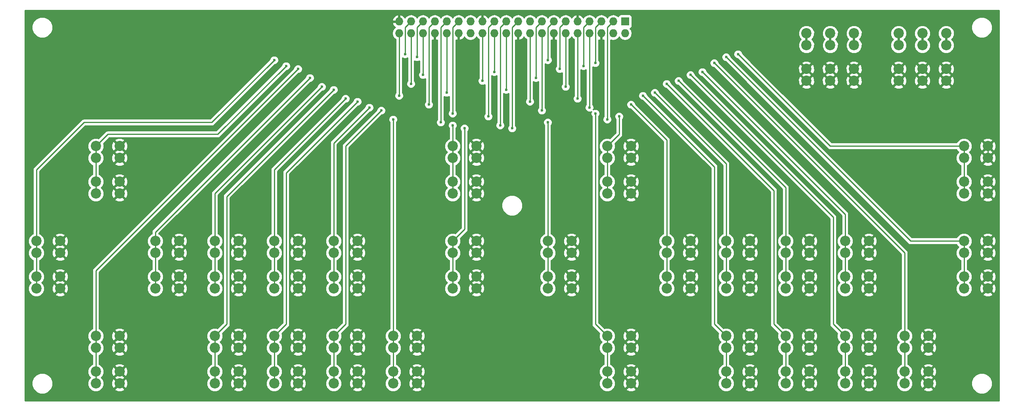
<source format=gbl>
G04 #@! TF.FileFunction,Copper,L2,Bot,Signal*
%FSLAX46Y46*%
G04 Gerber Fmt 4.6, Leading zero omitted, Abs format (unit mm)*
G04 Created by KiCad (PCBNEW 4.0.4-snap1-stable) date Tue Jun 27 15:23:53 2017*
%MOMM*%
%LPD*%
G01*
G04 APERTURE LIST*
%ADD10C,0.100000*%
%ADD11R,1.727200X1.727200*%
%ADD12O,1.727200X1.727200*%
%ADD13C,2.200000*%
%ADD14C,0.600000*%
%ADD15C,0.250000*%
%ADD16C,0.500000*%
%ADD17C,0.254000*%
G04 APERTURE END LIST*
D10*
D11*
X176530000Y-53340000D03*
D12*
X176530000Y-55880000D03*
X173990000Y-53340000D03*
X173990000Y-55880000D03*
X171450000Y-53340000D03*
X171450000Y-55880000D03*
X168910000Y-53340000D03*
X168910000Y-55880000D03*
X166370000Y-53340000D03*
X166370000Y-55880000D03*
X163830000Y-53340000D03*
X163830000Y-55880000D03*
X161290000Y-53340000D03*
X161290000Y-55880000D03*
X158750000Y-53340000D03*
X158750000Y-55880000D03*
X156210000Y-53340000D03*
X156210000Y-55880000D03*
X153670000Y-53340000D03*
X153670000Y-55880000D03*
X151130000Y-53340000D03*
X151130000Y-55880000D03*
X148590000Y-53340000D03*
X148590000Y-55880000D03*
X146050000Y-53340000D03*
X146050000Y-55880000D03*
X143510000Y-53340000D03*
X143510000Y-55880000D03*
X140970000Y-53340000D03*
X140970000Y-55880000D03*
X138430000Y-53340000D03*
X138430000Y-55880000D03*
X135890000Y-53340000D03*
X135890000Y-55880000D03*
X133350000Y-53340000D03*
X133350000Y-55880000D03*
X130810000Y-53340000D03*
X130810000Y-55880000D03*
X128270000Y-53340000D03*
X128270000Y-55880000D03*
D13*
X50800000Y-100330000D03*
X50800000Y-102870000D03*
X55880000Y-100330000D03*
X55880000Y-102870000D03*
X50800000Y-107950000D03*
X50800000Y-110490000D03*
X55880000Y-107950000D03*
X55880000Y-110490000D03*
X63500000Y-80010000D03*
X63500000Y-82550000D03*
X68580000Y-80010000D03*
X68580000Y-82550000D03*
X63500000Y-87630000D03*
X63500000Y-90170000D03*
X68580000Y-87630000D03*
X68580000Y-90170000D03*
X63500000Y-120650000D03*
X63500000Y-123190000D03*
X68580000Y-120650000D03*
X68580000Y-123190000D03*
X63500000Y-128270000D03*
X63500000Y-130810000D03*
X68580000Y-128270000D03*
X68580000Y-130810000D03*
X76200000Y-100330000D03*
X76200000Y-102870000D03*
X81280000Y-100330000D03*
X81280000Y-102870000D03*
X76200000Y-107950000D03*
X76200000Y-110490000D03*
X81280000Y-107950000D03*
X81280000Y-110490000D03*
X88900000Y-100330000D03*
X88900000Y-102870000D03*
X93980000Y-100330000D03*
X93980000Y-102870000D03*
X88900000Y-107950000D03*
X88900000Y-110490000D03*
X93980000Y-107950000D03*
X93980000Y-110490000D03*
X88900000Y-120650000D03*
X88900000Y-123190000D03*
X93980000Y-120650000D03*
X93980000Y-123190000D03*
X88900000Y-128270000D03*
X88900000Y-130810000D03*
X93980000Y-128270000D03*
X93980000Y-130810000D03*
X101600000Y-100330000D03*
X101600000Y-102870000D03*
X106680000Y-100330000D03*
X106680000Y-102870000D03*
X101600000Y-107950000D03*
X101600000Y-110490000D03*
X106680000Y-107950000D03*
X106680000Y-110490000D03*
X101600000Y-120650000D03*
X101600000Y-123190000D03*
X106680000Y-120650000D03*
X106680000Y-123190000D03*
X101600000Y-128270000D03*
X101600000Y-130810000D03*
X106680000Y-128270000D03*
X106680000Y-130810000D03*
X114300000Y-100330000D03*
X114300000Y-102870000D03*
X119380000Y-100330000D03*
X119380000Y-102870000D03*
X114300000Y-107950000D03*
X114300000Y-110490000D03*
X119380000Y-107950000D03*
X119380000Y-110490000D03*
X114300000Y-120650000D03*
X114300000Y-123190000D03*
X119380000Y-120650000D03*
X119380000Y-123190000D03*
X114300000Y-128270000D03*
X114300000Y-130810000D03*
X119380000Y-128270000D03*
X119380000Y-130810000D03*
X127000000Y-120650000D03*
X127000000Y-123190000D03*
X132080000Y-120650000D03*
X132080000Y-123190000D03*
X127000000Y-128270000D03*
X127000000Y-130810000D03*
X132080000Y-128270000D03*
X132080000Y-130810000D03*
X139700000Y-80010000D03*
X139700000Y-82550000D03*
X144780000Y-80010000D03*
X144780000Y-82550000D03*
X139700000Y-87630000D03*
X139700000Y-90170000D03*
X144780000Y-87630000D03*
X144780000Y-90170000D03*
X139700000Y-100330000D03*
X139700000Y-102870000D03*
X144780000Y-100330000D03*
X144780000Y-102870000D03*
X139700000Y-107950000D03*
X139700000Y-110490000D03*
X144780000Y-107950000D03*
X144780000Y-110490000D03*
X160020000Y-100330000D03*
X160020000Y-102870000D03*
X165100000Y-100330000D03*
X165100000Y-102870000D03*
X160020000Y-107950000D03*
X160020000Y-110490000D03*
X165100000Y-107950000D03*
X165100000Y-110490000D03*
X172720000Y-80010000D03*
X172720000Y-82550000D03*
X177800000Y-80010000D03*
X177800000Y-82550000D03*
X172720000Y-87630000D03*
X172720000Y-90170000D03*
X177800000Y-87630000D03*
X177800000Y-90170000D03*
X172720000Y-120650000D03*
X172720000Y-123190000D03*
X177800000Y-120650000D03*
X177800000Y-123190000D03*
X172720000Y-128270000D03*
X172720000Y-130810000D03*
X177800000Y-128270000D03*
X177800000Y-130810000D03*
X185420000Y-100330000D03*
X185420000Y-102870000D03*
X190500000Y-100330000D03*
X190500000Y-102870000D03*
X185420000Y-107950000D03*
X185420000Y-110490000D03*
X190500000Y-107950000D03*
X190500000Y-110490000D03*
X198120000Y-100330000D03*
X198120000Y-102870000D03*
X203200000Y-100330000D03*
X203200000Y-102870000D03*
X198120000Y-107950000D03*
X198120000Y-110490000D03*
X203200000Y-107950000D03*
X203200000Y-110490000D03*
X198120000Y-120650000D03*
X198120000Y-123190000D03*
X203200000Y-120650000D03*
X203200000Y-123190000D03*
X198120000Y-128270000D03*
X198120000Y-130810000D03*
X203200000Y-128270000D03*
X203200000Y-130810000D03*
X210820000Y-100330000D03*
X210820000Y-102870000D03*
X215900000Y-100330000D03*
X215900000Y-102870000D03*
X210820000Y-107950000D03*
X210820000Y-110490000D03*
X215900000Y-107950000D03*
X215900000Y-110490000D03*
X210820000Y-120650000D03*
X210820000Y-123190000D03*
X215900000Y-120650000D03*
X215900000Y-123190000D03*
X210820000Y-128270000D03*
X210820000Y-130810000D03*
X215900000Y-128270000D03*
X215900000Y-130810000D03*
X223520000Y-100330000D03*
X223520000Y-102870000D03*
X228600000Y-100330000D03*
X228600000Y-102870000D03*
X223520000Y-107950000D03*
X223520000Y-110490000D03*
X228600000Y-107950000D03*
X228600000Y-110490000D03*
X223520000Y-120650000D03*
X223520000Y-123190000D03*
X228600000Y-120650000D03*
X228600000Y-123190000D03*
X223520000Y-128270000D03*
X223520000Y-130810000D03*
X228600000Y-128270000D03*
X228600000Y-130810000D03*
X236220000Y-120650000D03*
X236220000Y-123190000D03*
X241300000Y-120650000D03*
X241300000Y-123190000D03*
X236220000Y-128270000D03*
X236220000Y-130810000D03*
X241300000Y-128270000D03*
X241300000Y-130810000D03*
X248920000Y-80010000D03*
X248920000Y-82550000D03*
X254000000Y-80010000D03*
X254000000Y-82550000D03*
X248920000Y-87630000D03*
X248920000Y-90170000D03*
X254000000Y-87630000D03*
X254000000Y-90170000D03*
X248920000Y-100330000D03*
X248920000Y-102870000D03*
X254000000Y-100330000D03*
X254000000Y-102870000D03*
X248920000Y-107950000D03*
X248920000Y-110490000D03*
X254000000Y-107950000D03*
X254000000Y-110490000D03*
X215265000Y-55880000D03*
X215265000Y-58420000D03*
X215265000Y-63500000D03*
X215265000Y-66040000D03*
X220345000Y-55880000D03*
X220345000Y-58420000D03*
X220345000Y-63500000D03*
X220345000Y-66040000D03*
X225425000Y-55880000D03*
X225425000Y-58420000D03*
X225425000Y-63500000D03*
X225425000Y-66040000D03*
X234950000Y-55880000D03*
X234950000Y-58420000D03*
X234950000Y-63500000D03*
X234950000Y-66040000D03*
X240030000Y-55880000D03*
X240030000Y-58420000D03*
X240030000Y-63500000D03*
X240030000Y-66040000D03*
X245110000Y-55880000D03*
X245110000Y-58420000D03*
X245110000Y-63500000D03*
X245110000Y-66040000D03*
D14*
X172720000Y-74295000D03*
X127000000Y-74295000D03*
X170180000Y-62230000D03*
X195580000Y-62230000D03*
X225425000Y-66675000D03*
X104140000Y-62865000D03*
X167640000Y-62865000D03*
X168910000Y-71755000D03*
X121920000Y-71755000D03*
X166370000Y-69850000D03*
X116840000Y-69850000D03*
X106680000Y-63500000D03*
X162560000Y-63500000D03*
X163830000Y-67310000D03*
X111760000Y-67310000D03*
X101600000Y-61595000D03*
X160020000Y-61595000D03*
X109220000Y-65405000D03*
X157480000Y-65405000D03*
X158750000Y-72390000D03*
X124460000Y-72390000D03*
X156210000Y-70485000D03*
X119380000Y-70485000D03*
X152400000Y-76200000D03*
X142240000Y-76200000D03*
X149860000Y-75565000D03*
X139700000Y-75565000D03*
X151130000Y-67945000D03*
X114300000Y-67945000D03*
X147320000Y-73660000D03*
X175260000Y-73660000D03*
X148590000Y-64135000D03*
X193040000Y-64135000D03*
X146050000Y-66040000D03*
X187960000Y-66040000D03*
X139700000Y-73025000D03*
X170180000Y-73025000D03*
X137160000Y-74930000D03*
X160020000Y-74930000D03*
X138430000Y-68580000D03*
X182880000Y-68580000D03*
X134620000Y-71120000D03*
X177800000Y-71120000D03*
X198120000Y-60960000D03*
X132080000Y-60960000D03*
X133350000Y-64770000D03*
X190500000Y-64770000D03*
X129540000Y-60325000D03*
X200660000Y-60325000D03*
X185420000Y-66675000D03*
X130810000Y-66675000D03*
X128270000Y-69215000D03*
X180340000Y-69215000D03*
D15*
X127000000Y-120650000D02*
X127000000Y-74295000D01*
X172720000Y-54610000D02*
X173990000Y-53340000D01*
X172720000Y-74295000D02*
X172720000Y-54610000D01*
X127000000Y-120650000D02*
X127000000Y-123190000D01*
X127000000Y-123190000D02*
X127000000Y-128270000D01*
X127000000Y-128270000D02*
X127000000Y-130810000D01*
X236220000Y-130810000D02*
X236220000Y-128270000D01*
X236220000Y-128270000D02*
X236220000Y-123190000D01*
X236220000Y-123190000D02*
X236220000Y-120650000D01*
X236220000Y-120650000D02*
X236220000Y-102870000D01*
X236220000Y-102870000D02*
X195580000Y-62230000D01*
X170180000Y-54610000D02*
X171450000Y-53340000D01*
X170180000Y-62230000D02*
X170180000Y-54610000D01*
X254000000Y-80010000D02*
X254000000Y-82550000D01*
X168910000Y-53340000D02*
X167640000Y-54610000D01*
X66040000Y-77470000D02*
X63500000Y-80010000D01*
X89535000Y-77470000D02*
X66040000Y-77470000D01*
X104140000Y-62865000D02*
X89535000Y-77470000D01*
X167640000Y-54610000D02*
X167640000Y-62865000D01*
X63500000Y-80010000D02*
X63500000Y-82550000D01*
X63500000Y-82550000D02*
X63500000Y-87630000D01*
X63500000Y-87630000D02*
X63500000Y-90170000D01*
X114300000Y-100330000D02*
X114300000Y-79375000D01*
X168910000Y-71755000D02*
X168910000Y-55880000D01*
X114300000Y-79375000D02*
X121920000Y-71755000D01*
X114300000Y-100330000D02*
X114300000Y-102870000D01*
X114300000Y-102870000D02*
X114300000Y-107950000D01*
X114300000Y-107950000D02*
X114300000Y-110490000D01*
X101600000Y-100330000D02*
X101600000Y-85090000D01*
X166370000Y-69850000D02*
X166370000Y-55880000D01*
X101600000Y-85090000D02*
X116840000Y-69850000D01*
X101600000Y-100330000D02*
X101600000Y-102870000D01*
X101600000Y-102870000D02*
X101600000Y-107950000D01*
X101600000Y-107950000D02*
X101600000Y-110490000D01*
X163830000Y-53340000D02*
X162560000Y-54610000D01*
X63500000Y-106680000D02*
X63500000Y-120650000D01*
X106680000Y-63500000D02*
X63500000Y-106680000D01*
X162560000Y-54610000D02*
X162560000Y-63500000D01*
X63500000Y-120650000D02*
X63500000Y-123190000D01*
X63500000Y-123190000D02*
X63500000Y-128270000D01*
X63500000Y-128270000D02*
X63500000Y-130810000D01*
X88900000Y-100330000D02*
X88900000Y-90170000D01*
X163830000Y-67310000D02*
X163830000Y-55880000D01*
X88900000Y-90170000D02*
X111760000Y-67310000D01*
X88900000Y-100330000D02*
X88900000Y-102870000D01*
X88900000Y-102870000D02*
X88900000Y-107950000D01*
X88900000Y-107950000D02*
X88900000Y-110490000D01*
X161290000Y-53340000D02*
X160020000Y-54610000D01*
X50800000Y-85090000D02*
X50800000Y-100330000D01*
X60960000Y-74930000D02*
X50800000Y-85090000D01*
X88265000Y-74930000D02*
X60960000Y-74930000D01*
X101600000Y-61595000D02*
X88265000Y-74930000D01*
X160020000Y-54610000D02*
X160020000Y-61595000D01*
X50800000Y-110490000D02*
X50800000Y-107950000D01*
X50800000Y-107950000D02*
X50800000Y-102870000D01*
X50800000Y-102870000D02*
X50800000Y-100330000D01*
X158750000Y-53340000D02*
X157480000Y-54610000D01*
X76200000Y-98425000D02*
X76200000Y-100330000D01*
X109220000Y-65405000D02*
X76200000Y-98425000D01*
X157480000Y-54610000D02*
X157480000Y-65405000D01*
X76200000Y-100330000D02*
X76200000Y-102870000D01*
X76200000Y-102870000D02*
X76200000Y-107950000D01*
X76200000Y-107950000D02*
X76200000Y-110490000D01*
X114300000Y-120650000D02*
X116840000Y-118110000D01*
X158750000Y-72390000D02*
X158750000Y-55880000D01*
X116840000Y-80010000D02*
X124460000Y-72390000D01*
X116840000Y-118110000D02*
X116840000Y-80010000D01*
X114300000Y-120650000D02*
X114300000Y-123190000D01*
X114300000Y-123190000D02*
X114300000Y-128270000D01*
X114300000Y-128270000D02*
X114300000Y-130810000D01*
X101600000Y-120650000D02*
X104140000Y-118110000D01*
X156210000Y-70485000D02*
X156210000Y-55880000D01*
X104140000Y-85725000D02*
X119380000Y-70485000D01*
X104140000Y-118110000D02*
X104140000Y-85725000D01*
X101600000Y-120650000D02*
X101600000Y-123190000D01*
X101600000Y-123190000D02*
X101600000Y-128270000D01*
X101600000Y-128270000D02*
X101600000Y-130810000D01*
X139700000Y-110490000D02*
X139700000Y-107950000D01*
X139700000Y-107950000D02*
X139700000Y-102870000D01*
X139700000Y-102870000D02*
X139700000Y-100330000D01*
X139700000Y-100330000D02*
X142240000Y-97790000D01*
X142240000Y-97790000D02*
X142240000Y-76200000D01*
X153670000Y-53340000D02*
X152400000Y-54610000D01*
X152400000Y-76200000D02*
X152400000Y-54610000D01*
X139700000Y-80010000D02*
X139700000Y-75565000D01*
X149860000Y-54610000D02*
X151130000Y-53340000D01*
X149860000Y-75565000D02*
X149860000Y-54610000D01*
X139700000Y-80010000D02*
X139700000Y-77470000D01*
X139700000Y-80010000D02*
X139700000Y-82550000D01*
X139700000Y-82550000D02*
X139700000Y-87630000D01*
X139700000Y-87630000D02*
X139700000Y-90170000D01*
X88900000Y-120650000D02*
X91440000Y-118110000D01*
X151130000Y-67945000D02*
X151130000Y-55880000D01*
X91440000Y-90805000D02*
X114300000Y-67945000D01*
X91440000Y-118110000D02*
X91440000Y-90805000D01*
X88900000Y-120650000D02*
X88900000Y-123190000D01*
X88900000Y-123190000D02*
X88900000Y-128270000D01*
X88900000Y-128270000D02*
X88900000Y-130810000D01*
X172720000Y-80010000D02*
X175260000Y-77470000D01*
X147320000Y-54610000D02*
X148590000Y-53340000D01*
X147320000Y-73660000D02*
X147320000Y-54610000D01*
X175260000Y-77470000D02*
X175260000Y-73660000D01*
X172720000Y-90170000D02*
X172720000Y-87630000D01*
X172720000Y-87630000D02*
X172720000Y-82550000D01*
X172720000Y-82550000D02*
X172720000Y-80010000D01*
X223520000Y-110490000D02*
X223520000Y-107950000D01*
X223520000Y-107950000D02*
X223520000Y-102870000D01*
X223520000Y-102870000D02*
X223520000Y-100330000D01*
X223520000Y-100330000D02*
X223520000Y-94615000D01*
X223520000Y-94615000D02*
X193040000Y-64135000D01*
X148590000Y-64135000D02*
X148590000Y-55880000D01*
X210820000Y-110490000D02*
X210820000Y-107950000D01*
X210820000Y-107950000D02*
X210820000Y-102870000D01*
X210820000Y-102870000D02*
X210820000Y-100330000D01*
X210820000Y-100330000D02*
X210820000Y-88900000D01*
X146050000Y-66040000D02*
X146050000Y-55880000D01*
X210820000Y-88900000D02*
X187960000Y-66040000D01*
X172720000Y-130810000D02*
X172720000Y-128270000D01*
X172720000Y-128270000D02*
X172720000Y-123190000D01*
X172720000Y-123190000D02*
X172720000Y-120650000D01*
X172720000Y-120650000D02*
X170180000Y-118110000D01*
X170180000Y-118110000D02*
X170180000Y-73025000D01*
X139700000Y-54610000D02*
X140970000Y-53340000D01*
X139700000Y-73025000D02*
X139700000Y-54610000D01*
X160020000Y-102870000D02*
X160020000Y-100330000D01*
X160020000Y-100330000D02*
X160020000Y-74930000D01*
X137160000Y-54610000D02*
X138430000Y-53340000D01*
X137160000Y-74930000D02*
X137160000Y-54610000D01*
X160020000Y-102870000D02*
X160020000Y-105410000D01*
X160020000Y-105410000D02*
X160020000Y-110490000D01*
X160020000Y-107950000D02*
X160020000Y-110490000D01*
X198120000Y-110490000D02*
X198120000Y-107950000D01*
X198120000Y-107950000D02*
X198120000Y-102870000D01*
X198120000Y-102870000D02*
X198120000Y-100330000D01*
X198120000Y-100330000D02*
X198120000Y-83820000D01*
X138430000Y-68580000D02*
X138430000Y-55880000D01*
X198120000Y-83820000D02*
X182880000Y-68580000D01*
X185420000Y-110490000D02*
X185420000Y-107950000D01*
X185420000Y-107950000D02*
X185420000Y-102870000D01*
X185420000Y-102870000D02*
X185420000Y-100330000D01*
X185420000Y-100330000D02*
X185420000Y-78740000D01*
X134620000Y-54610000D02*
X135890000Y-53340000D01*
X134620000Y-71120000D02*
X134620000Y-54610000D01*
X185420000Y-78740000D02*
X177800000Y-71120000D01*
X248920000Y-110490000D02*
X248920000Y-107950000D01*
X248920000Y-107950000D02*
X248920000Y-102870000D01*
X248920000Y-102870000D02*
X248920000Y-100330000D01*
X248920000Y-100330000D02*
X237490000Y-100330000D01*
X132080000Y-60960000D02*
X132080000Y-54610000D01*
X132080000Y-54610000D02*
X133350000Y-53340000D01*
X237490000Y-100330000D02*
X198120000Y-60960000D01*
X223520000Y-130810000D02*
X223520000Y-128270000D01*
X223520000Y-128270000D02*
X223520000Y-123190000D01*
X223520000Y-123190000D02*
X223520000Y-120650000D01*
X223520000Y-120650000D02*
X220980000Y-118110000D01*
X220980000Y-118110000D02*
X220980000Y-95250000D01*
X220980000Y-95250000D02*
X190500000Y-64770000D01*
X133350000Y-64770000D02*
X133350000Y-55880000D01*
X248920000Y-80010000D02*
X220345000Y-80010000D01*
X129540000Y-54610000D02*
X130810000Y-53340000D01*
X129540000Y-60325000D02*
X129540000Y-54610000D01*
X220345000Y-80010000D02*
X200660000Y-60325000D01*
X248920000Y-80010000D02*
X248920000Y-82550000D01*
X248920000Y-82550000D02*
X248920000Y-87630000D01*
X248920000Y-87630000D02*
X248920000Y-90170000D01*
X210820000Y-130810000D02*
X210820000Y-128270000D01*
X210820000Y-128270000D02*
X210820000Y-123190000D01*
X210820000Y-123190000D02*
X210820000Y-120650000D01*
X210820000Y-120650000D02*
X208280000Y-118110000D01*
X208280000Y-89535000D02*
X185420000Y-66675000D01*
X130810000Y-66675000D02*
X130810000Y-55880000D01*
X208280000Y-118110000D02*
X208280000Y-89535000D01*
X198120000Y-130810000D02*
X198120000Y-128270000D01*
X198120000Y-128270000D02*
X198120000Y-123190000D01*
X198120000Y-123190000D02*
X198120000Y-120650000D01*
X198120000Y-120650000D02*
X195580000Y-118110000D01*
X195580000Y-118110000D02*
X195580000Y-84455000D01*
X128270000Y-69215000D02*
X128270000Y-55880000D01*
X195580000Y-84455000D02*
X180340000Y-69215000D01*
D16*
X245110000Y-58420000D02*
X245110000Y-55880000D01*
X240030000Y-58420000D02*
X240030000Y-55880000D01*
X234950000Y-58420000D02*
X234950000Y-55880000D01*
X225425000Y-58420000D02*
X225425000Y-55880000D01*
X220345000Y-58420000D02*
X220345000Y-55880000D01*
X215265000Y-58420000D02*
X215265000Y-55880000D01*
D17*
G36*
X256413000Y-134493000D02*
X48387000Y-134493000D01*
X48387000Y-131252619D01*
X49834613Y-131252619D01*
X50174155Y-132074372D01*
X50802321Y-132703636D01*
X51623481Y-133044611D01*
X52512619Y-133045387D01*
X53334372Y-132705845D01*
X53963636Y-132077679D01*
X54304611Y-131256519D01*
X54305387Y-130367381D01*
X53965845Y-129545628D01*
X53337679Y-128916364D01*
X52516519Y-128575389D01*
X51627381Y-128574613D01*
X50805628Y-128914155D01*
X50176364Y-129542321D01*
X49835389Y-130363481D01*
X49834613Y-131252619D01*
X48387000Y-131252619D01*
X48387000Y-120993599D01*
X61764699Y-120993599D01*
X62028281Y-121631515D01*
X62316338Y-121920075D01*
X62029996Y-122205918D01*
X61765301Y-122843373D01*
X61764699Y-123533599D01*
X62028281Y-124171515D01*
X62515918Y-124660004D01*
X62740000Y-124753051D01*
X62740000Y-126706753D01*
X62518485Y-126798281D01*
X62029996Y-127285918D01*
X61765301Y-127923373D01*
X61764699Y-128613599D01*
X62028281Y-129251515D01*
X62316338Y-129540075D01*
X62029996Y-129825918D01*
X61765301Y-130463373D01*
X61764699Y-131153599D01*
X62028281Y-131791515D01*
X62515918Y-132280004D01*
X63153373Y-132544699D01*
X63843599Y-132545301D01*
X64481515Y-132281719D01*
X64728797Y-132034868D01*
X67534737Y-132034868D01*
X67645641Y-132312099D01*
X68291593Y-132555323D01*
X68981453Y-132532836D01*
X69514359Y-132312099D01*
X69625263Y-132034868D01*
X68580000Y-130989605D01*
X67534737Y-132034868D01*
X64728797Y-132034868D01*
X64970004Y-131794082D01*
X65234699Y-131156627D01*
X65235252Y-130521593D01*
X66834677Y-130521593D01*
X66857164Y-131211453D01*
X67077901Y-131744359D01*
X67355132Y-131855263D01*
X68400395Y-130810000D01*
X68759605Y-130810000D01*
X69804868Y-131855263D01*
X70082099Y-131744359D01*
X70325323Y-131098407D01*
X70302836Y-130408547D01*
X70082099Y-129875641D01*
X69804868Y-129764737D01*
X68759605Y-130810000D01*
X68400395Y-130810000D01*
X67355132Y-129764737D01*
X67077901Y-129875641D01*
X66834677Y-130521593D01*
X65235252Y-130521593D01*
X65235301Y-130466401D01*
X64971719Y-129828485D01*
X64683662Y-129539925D01*
X64728797Y-129494868D01*
X67534737Y-129494868D01*
X67552792Y-129540000D01*
X67534737Y-129585132D01*
X67594923Y-129645318D01*
X67645641Y-129772099D01*
X67767642Y-129818037D01*
X68580000Y-130630395D01*
X69384511Y-129825884D01*
X69514359Y-129772099D01*
X69565077Y-129645318D01*
X69625263Y-129585132D01*
X69607208Y-129540000D01*
X69625263Y-129494868D01*
X69565077Y-129434682D01*
X69514359Y-129307901D01*
X69392358Y-129261963D01*
X68580000Y-128449605D01*
X67775489Y-129254116D01*
X67645641Y-129307901D01*
X67594923Y-129434682D01*
X67534737Y-129494868D01*
X64728797Y-129494868D01*
X64970004Y-129254082D01*
X65234699Y-128616627D01*
X65235252Y-127981593D01*
X66834677Y-127981593D01*
X66857164Y-128671453D01*
X67077901Y-129204359D01*
X67355132Y-129315263D01*
X68400395Y-128270000D01*
X68759605Y-128270000D01*
X69804868Y-129315263D01*
X70082099Y-129204359D01*
X70325323Y-128558407D01*
X70302836Y-127868547D01*
X70082099Y-127335641D01*
X69804868Y-127224737D01*
X68759605Y-128270000D01*
X68400395Y-128270000D01*
X67355132Y-127224737D01*
X67077901Y-127335641D01*
X66834677Y-127981593D01*
X65235252Y-127981593D01*
X65235301Y-127926401D01*
X64971719Y-127288485D01*
X64728791Y-127045132D01*
X67534737Y-127045132D01*
X68580000Y-128090395D01*
X69625263Y-127045132D01*
X69514359Y-126767901D01*
X68868407Y-126524677D01*
X68178547Y-126547164D01*
X67645641Y-126767901D01*
X67534737Y-127045132D01*
X64728791Y-127045132D01*
X64484082Y-126799996D01*
X64260000Y-126706949D01*
X64260000Y-124753247D01*
X64481515Y-124661719D01*
X64728797Y-124414868D01*
X67534737Y-124414868D01*
X67645641Y-124692099D01*
X68291593Y-124935323D01*
X68981453Y-124912836D01*
X69514359Y-124692099D01*
X69625263Y-124414868D01*
X68580000Y-123369605D01*
X67534737Y-124414868D01*
X64728797Y-124414868D01*
X64970004Y-124174082D01*
X65234699Y-123536627D01*
X65235252Y-122901593D01*
X66834677Y-122901593D01*
X66857164Y-123591453D01*
X67077901Y-124124359D01*
X67355132Y-124235263D01*
X68400395Y-123190000D01*
X68759605Y-123190000D01*
X69804868Y-124235263D01*
X70082099Y-124124359D01*
X70325323Y-123478407D01*
X70302836Y-122788547D01*
X70082099Y-122255641D01*
X69804868Y-122144737D01*
X68759605Y-123190000D01*
X68400395Y-123190000D01*
X67355132Y-122144737D01*
X67077901Y-122255641D01*
X66834677Y-122901593D01*
X65235252Y-122901593D01*
X65235301Y-122846401D01*
X64971719Y-122208485D01*
X64683662Y-121919925D01*
X64728797Y-121874868D01*
X67534737Y-121874868D01*
X67552792Y-121920000D01*
X67534737Y-121965132D01*
X67594923Y-122025318D01*
X67645641Y-122152099D01*
X67767642Y-122198037D01*
X68580000Y-123010395D01*
X69384511Y-122205884D01*
X69514359Y-122152099D01*
X69565077Y-122025318D01*
X69625263Y-121965132D01*
X69607208Y-121920000D01*
X69625263Y-121874868D01*
X69565077Y-121814682D01*
X69514359Y-121687901D01*
X69392358Y-121641963D01*
X68580000Y-120829605D01*
X67775489Y-121634116D01*
X67645641Y-121687901D01*
X67594923Y-121814682D01*
X67534737Y-121874868D01*
X64728797Y-121874868D01*
X64970004Y-121634082D01*
X65234699Y-120996627D01*
X65235252Y-120361593D01*
X66834677Y-120361593D01*
X66857164Y-121051453D01*
X67077901Y-121584359D01*
X67355132Y-121695263D01*
X68400395Y-120650000D01*
X68759605Y-120650000D01*
X69804868Y-121695263D01*
X70082099Y-121584359D01*
X70304541Y-120993599D01*
X87164699Y-120993599D01*
X87428281Y-121631515D01*
X87716338Y-121920075D01*
X87429996Y-122205918D01*
X87165301Y-122843373D01*
X87164699Y-123533599D01*
X87428281Y-124171515D01*
X87915918Y-124660004D01*
X88140000Y-124753051D01*
X88140000Y-126706753D01*
X87918485Y-126798281D01*
X87429996Y-127285918D01*
X87165301Y-127923373D01*
X87164699Y-128613599D01*
X87428281Y-129251515D01*
X87716338Y-129540075D01*
X87429996Y-129825918D01*
X87165301Y-130463373D01*
X87164699Y-131153599D01*
X87428281Y-131791515D01*
X87915918Y-132280004D01*
X88553373Y-132544699D01*
X89243599Y-132545301D01*
X89881515Y-132281719D01*
X90128797Y-132034868D01*
X92934737Y-132034868D01*
X93045641Y-132312099D01*
X93691593Y-132555323D01*
X94381453Y-132532836D01*
X94914359Y-132312099D01*
X95025263Y-132034868D01*
X93980000Y-130989605D01*
X92934737Y-132034868D01*
X90128797Y-132034868D01*
X90370004Y-131794082D01*
X90634699Y-131156627D01*
X90635252Y-130521593D01*
X92234677Y-130521593D01*
X92257164Y-131211453D01*
X92477901Y-131744359D01*
X92755132Y-131855263D01*
X93800395Y-130810000D01*
X94159605Y-130810000D01*
X95204868Y-131855263D01*
X95482099Y-131744359D01*
X95725323Y-131098407D01*
X95702836Y-130408547D01*
X95482099Y-129875641D01*
X95204868Y-129764737D01*
X94159605Y-130810000D01*
X93800395Y-130810000D01*
X92755132Y-129764737D01*
X92477901Y-129875641D01*
X92234677Y-130521593D01*
X90635252Y-130521593D01*
X90635301Y-130466401D01*
X90371719Y-129828485D01*
X90083662Y-129539925D01*
X90128797Y-129494868D01*
X92934737Y-129494868D01*
X92952792Y-129540000D01*
X92934737Y-129585132D01*
X92994923Y-129645318D01*
X93045641Y-129772099D01*
X93167642Y-129818037D01*
X93980000Y-130630395D01*
X94784511Y-129825884D01*
X94914359Y-129772099D01*
X94965077Y-129645318D01*
X95025263Y-129585132D01*
X95007208Y-129540000D01*
X95025263Y-129494868D01*
X94965077Y-129434682D01*
X94914359Y-129307901D01*
X94792358Y-129261963D01*
X93980000Y-128449605D01*
X93175489Y-129254116D01*
X93045641Y-129307901D01*
X92994923Y-129434682D01*
X92934737Y-129494868D01*
X90128797Y-129494868D01*
X90370004Y-129254082D01*
X90634699Y-128616627D01*
X90635252Y-127981593D01*
X92234677Y-127981593D01*
X92257164Y-128671453D01*
X92477901Y-129204359D01*
X92755132Y-129315263D01*
X93800395Y-128270000D01*
X94159605Y-128270000D01*
X95204868Y-129315263D01*
X95482099Y-129204359D01*
X95725323Y-128558407D01*
X95702836Y-127868547D01*
X95482099Y-127335641D01*
X95204868Y-127224737D01*
X94159605Y-128270000D01*
X93800395Y-128270000D01*
X92755132Y-127224737D01*
X92477901Y-127335641D01*
X92234677Y-127981593D01*
X90635252Y-127981593D01*
X90635301Y-127926401D01*
X90371719Y-127288485D01*
X90128791Y-127045132D01*
X92934737Y-127045132D01*
X93980000Y-128090395D01*
X95025263Y-127045132D01*
X94914359Y-126767901D01*
X94268407Y-126524677D01*
X93578547Y-126547164D01*
X93045641Y-126767901D01*
X92934737Y-127045132D01*
X90128791Y-127045132D01*
X89884082Y-126799996D01*
X89660000Y-126706949D01*
X89660000Y-124753247D01*
X89881515Y-124661719D01*
X90128797Y-124414868D01*
X92934737Y-124414868D01*
X93045641Y-124692099D01*
X93691593Y-124935323D01*
X94381453Y-124912836D01*
X94914359Y-124692099D01*
X95025263Y-124414868D01*
X93980000Y-123369605D01*
X92934737Y-124414868D01*
X90128797Y-124414868D01*
X90370004Y-124174082D01*
X90634699Y-123536627D01*
X90635252Y-122901593D01*
X92234677Y-122901593D01*
X92257164Y-123591453D01*
X92477901Y-124124359D01*
X92755132Y-124235263D01*
X93800395Y-123190000D01*
X94159605Y-123190000D01*
X95204868Y-124235263D01*
X95482099Y-124124359D01*
X95725323Y-123478407D01*
X95702836Y-122788547D01*
X95482099Y-122255641D01*
X95204868Y-122144737D01*
X94159605Y-123190000D01*
X93800395Y-123190000D01*
X92755132Y-122144737D01*
X92477901Y-122255641D01*
X92234677Y-122901593D01*
X90635252Y-122901593D01*
X90635301Y-122846401D01*
X90371719Y-122208485D01*
X90083662Y-121919925D01*
X90128797Y-121874868D01*
X92934737Y-121874868D01*
X92952792Y-121920000D01*
X92934737Y-121965132D01*
X92994923Y-122025318D01*
X93045641Y-122152099D01*
X93167642Y-122198037D01*
X93980000Y-123010395D01*
X94784511Y-122205884D01*
X94914359Y-122152099D01*
X94965077Y-122025318D01*
X95025263Y-121965132D01*
X95007208Y-121920000D01*
X95025263Y-121874868D01*
X94965077Y-121814682D01*
X94914359Y-121687901D01*
X94792358Y-121641963D01*
X93980000Y-120829605D01*
X93175489Y-121634116D01*
X93045641Y-121687901D01*
X92994923Y-121814682D01*
X92934737Y-121874868D01*
X90128797Y-121874868D01*
X90370004Y-121634082D01*
X90634699Y-120996627D01*
X90635252Y-120361593D01*
X92234677Y-120361593D01*
X92257164Y-121051453D01*
X92477901Y-121584359D01*
X92755132Y-121695263D01*
X93800395Y-120650000D01*
X94159605Y-120650000D01*
X95204868Y-121695263D01*
X95482099Y-121584359D01*
X95704541Y-120993599D01*
X99864699Y-120993599D01*
X100128281Y-121631515D01*
X100416338Y-121920075D01*
X100129996Y-122205918D01*
X99865301Y-122843373D01*
X99864699Y-123533599D01*
X100128281Y-124171515D01*
X100615918Y-124660004D01*
X100840000Y-124753051D01*
X100840000Y-126706753D01*
X100618485Y-126798281D01*
X100129996Y-127285918D01*
X99865301Y-127923373D01*
X99864699Y-128613599D01*
X100128281Y-129251515D01*
X100416338Y-129540075D01*
X100129996Y-129825918D01*
X99865301Y-130463373D01*
X99864699Y-131153599D01*
X100128281Y-131791515D01*
X100615918Y-132280004D01*
X101253373Y-132544699D01*
X101943599Y-132545301D01*
X102581515Y-132281719D01*
X102828797Y-132034868D01*
X105634737Y-132034868D01*
X105745641Y-132312099D01*
X106391593Y-132555323D01*
X107081453Y-132532836D01*
X107614359Y-132312099D01*
X107725263Y-132034868D01*
X106680000Y-130989605D01*
X105634737Y-132034868D01*
X102828797Y-132034868D01*
X103070004Y-131794082D01*
X103334699Y-131156627D01*
X103335252Y-130521593D01*
X104934677Y-130521593D01*
X104957164Y-131211453D01*
X105177901Y-131744359D01*
X105455132Y-131855263D01*
X106500395Y-130810000D01*
X106859605Y-130810000D01*
X107904868Y-131855263D01*
X108182099Y-131744359D01*
X108425323Y-131098407D01*
X108402836Y-130408547D01*
X108182099Y-129875641D01*
X107904868Y-129764737D01*
X106859605Y-130810000D01*
X106500395Y-130810000D01*
X105455132Y-129764737D01*
X105177901Y-129875641D01*
X104934677Y-130521593D01*
X103335252Y-130521593D01*
X103335301Y-130466401D01*
X103071719Y-129828485D01*
X102783662Y-129539925D01*
X102828797Y-129494868D01*
X105634737Y-129494868D01*
X105652792Y-129540000D01*
X105634737Y-129585132D01*
X105694923Y-129645318D01*
X105745641Y-129772099D01*
X105867642Y-129818037D01*
X106680000Y-130630395D01*
X107484511Y-129825884D01*
X107614359Y-129772099D01*
X107665077Y-129645318D01*
X107725263Y-129585132D01*
X107707208Y-129540000D01*
X107725263Y-129494868D01*
X107665077Y-129434682D01*
X107614359Y-129307901D01*
X107492358Y-129261963D01*
X106680000Y-128449605D01*
X105875489Y-129254116D01*
X105745641Y-129307901D01*
X105694923Y-129434682D01*
X105634737Y-129494868D01*
X102828797Y-129494868D01*
X103070004Y-129254082D01*
X103334699Y-128616627D01*
X103335252Y-127981593D01*
X104934677Y-127981593D01*
X104957164Y-128671453D01*
X105177901Y-129204359D01*
X105455132Y-129315263D01*
X106500395Y-128270000D01*
X106859605Y-128270000D01*
X107904868Y-129315263D01*
X108182099Y-129204359D01*
X108425323Y-128558407D01*
X108402836Y-127868547D01*
X108182099Y-127335641D01*
X107904868Y-127224737D01*
X106859605Y-128270000D01*
X106500395Y-128270000D01*
X105455132Y-127224737D01*
X105177901Y-127335641D01*
X104934677Y-127981593D01*
X103335252Y-127981593D01*
X103335301Y-127926401D01*
X103071719Y-127288485D01*
X102828791Y-127045132D01*
X105634737Y-127045132D01*
X106680000Y-128090395D01*
X107725263Y-127045132D01*
X107614359Y-126767901D01*
X106968407Y-126524677D01*
X106278547Y-126547164D01*
X105745641Y-126767901D01*
X105634737Y-127045132D01*
X102828791Y-127045132D01*
X102584082Y-126799996D01*
X102360000Y-126706949D01*
X102360000Y-124753247D01*
X102581515Y-124661719D01*
X102828797Y-124414868D01*
X105634737Y-124414868D01*
X105745641Y-124692099D01*
X106391593Y-124935323D01*
X107081453Y-124912836D01*
X107614359Y-124692099D01*
X107725263Y-124414868D01*
X106680000Y-123369605D01*
X105634737Y-124414868D01*
X102828797Y-124414868D01*
X103070004Y-124174082D01*
X103334699Y-123536627D01*
X103335252Y-122901593D01*
X104934677Y-122901593D01*
X104957164Y-123591453D01*
X105177901Y-124124359D01*
X105455132Y-124235263D01*
X106500395Y-123190000D01*
X106859605Y-123190000D01*
X107904868Y-124235263D01*
X108182099Y-124124359D01*
X108425323Y-123478407D01*
X108402836Y-122788547D01*
X108182099Y-122255641D01*
X107904868Y-122144737D01*
X106859605Y-123190000D01*
X106500395Y-123190000D01*
X105455132Y-122144737D01*
X105177901Y-122255641D01*
X104934677Y-122901593D01*
X103335252Y-122901593D01*
X103335301Y-122846401D01*
X103071719Y-122208485D01*
X102783662Y-121919925D01*
X102828797Y-121874868D01*
X105634737Y-121874868D01*
X105652792Y-121920000D01*
X105634737Y-121965132D01*
X105694923Y-122025318D01*
X105745641Y-122152099D01*
X105867642Y-122198037D01*
X106680000Y-123010395D01*
X107484511Y-122205884D01*
X107614359Y-122152099D01*
X107665077Y-122025318D01*
X107725263Y-121965132D01*
X107707208Y-121920000D01*
X107725263Y-121874868D01*
X107665077Y-121814682D01*
X107614359Y-121687901D01*
X107492358Y-121641963D01*
X106680000Y-120829605D01*
X105875489Y-121634116D01*
X105745641Y-121687901D01*
X105694923Y-121814682D01*
X105634737Y-121874868D01*
X102828797Y-121874868D01*
X103070004Y-121634082D01*
X103334699Y-120996627D01*
X103335252Y-120361593D01*
X104934677Y-120361593D01*
X104957164Y-121051453D01*
X105177901Y-121584359D01*
X105455132Y-121695263D01*
X106500395Y-120650000D01*
X106859605Y-120650000D01*
X107904868Y-121695263D01*
X108182099Y-121584359D01*
X108404541Y-120993599D01*
X112564699Y-120993599D01*
X112828281Y-121631515D01*
X113116338Y-121920075D01*
X112829996Y-122205918D01*
X112565301Y-122843373D01*
X112564699Y-123533599D01*
X112828281Y-124171515D01*
X113315918Y-124660004D01*
X113540000Y-124753051D01*
X113540000Y-126706753D01*
X113318485Y-126798281D01*
X112829996Y-127285918D01*
X112565301Y-127923373D01*
X112564699Y-128613599D01*
X112828281Y-129251515D01*
X113116338Y-129540075D01*
X112829996Y-129825918D01*
X112565301Y-130463373D01*
X112564699Y-131153599D01*
X112828281Y-131791515D01*
X113315918Y-132280004D01*
X113953373Y-132544699D01*
X114643599Y-132545301D01*
X115281515Y-132281719D01*
X115528797Y-132034868D01*
X118334737Y-132034868D01*
X118445641Y-132312099D01*
X119091593Y-132555323D01*
X119781453Y-132532836D01*
X120314359Y-132312099D01*
X120425263Y-132034868D01*
X119380000Y-130989605D01*
X118334737Y-132034868D01*
X115528797Y-132034868D01*
X115770004Y-131794082D01*
X116034699Y-131156627D01*
X116035252Y-130521593D01*
X117634677Y-130521593D01*
X117657164Y-131211453D01*
X117877901Y-131744359D01*
X118155132Y-131855263D01*
X119200395Y-130810000D01*
X119559605Y-130810000D01*
X120604868Y-131855263D01*
X120882099Y-131744359D01*
X121125323Y-131098407D01*
X121102836Y-130408547D01*
X120882099Y-129875641D01*
X120604868Y-129764737D01*
X119559605Y-130810000D01*
X119200395Y-130810000D01*
X118155132Y-129764737D01*
X117877901Y-129875641D01*
X117634677Y-130521593D01*
X116035252Y-130521593D01*
X116035301Y-130466401D01*
X115771719Y-129828485D01*
X115483662Y-129539925D01*
X115528797Y-129494868D01*
X118334737Y-129494868D01*
X118352792Y-129540000D01*
X118334737Y-129585132D01*
X118394923Y-129645318D01*
X118445641Y-129772099D01*
X118567642Y-129818037D01*
X119380000Y-130630395D01*
X120184511Y-129825884D01*
X120314359Y-129772099D01*
X120365077Y-129645318D01*
X120425263Y-129585132D01*
X120407208Y-129540000D01*
X120425263Y-129494868D01*
X120365077Y-129434682D01*
X120314359Y-129307901D01*
X120192358Y-129261963D01*
X119380000Y-128449605D01*
X118575489Y-129254116D01*
X118445641Y-129307901D01*
X118394923Y-129434682D01*
X118334737Y-129494868D01*
X115528797Y-129494868D01*
X115770004Y-129254082D01*
X116034699Y-128616627D01*
X116035252Y-127981593D01*
X117634677Y-127981593D01*
X117657164Y-128671453D01*
X117877901Y-129204359D01*
X118155132Y-129315263D01*
X119200395Y-128270000D01*
X119559605Y-128270000D01*
X120604868Y-129315263D01*
X120882099Y-129204359D01*
X121125323Y-128558407D01*
X121102836Y-127868547D01*
X120882099Y-127335641D01*
X120604868Y-127224737D01*
X119559605Y-128270000D01*
X119200395Y-128270000D01*
X118155132Y-127224737D01*
X117877901Y-127335641D01*
X117634677Y-127981593D01*
X116035252Y-127981593D01*
X116035301Y-127926401D01*
X115771719Y-127288485D01*
X115528791Y-127045132D01*
X118334737Y-127045132D01*
X119380000Y-128090395D01*
X120425263Y-127045132D01*
X120314359Y-126767901D01*
X119668407Y-126524677D01*
X118978547Y-126547164D01*
X118445641Y-126767901D01*
X118334737Y-127045132D01*
X115528791Y-127045132D01*
X115284082Y-126799996D01*
X115060000Y-126706949D01*
X115060000Y-124753247D01*
X115281515Y-124661719D01*
X115528797Y-124414868D01*
X118334737Y-124414868D01*
X118445641Y-124692099D01*
X119091593Y-124935323D01*
X119781453Y-124912836D01*
X120314359Y-124692099D01*
X120425263Y-124414868D01*
X119380000Y-123369605D01*
X118334737Y-124414868D01*
X115528797Y-124414868D01*
X115770004Y-124174082D01*
X116034699Y-123536627D01*
X116035252Y-122901593D01*
X117634677Y-122901593D01*
X117657164Y-123591453D01*
X117877901Y-124124359D01*
X118155132Y-124235263D01*
X119200395Y-123190000D01*
X119559605Y-123190000D01*
X120604868Y-124235263D01*
X120882099Y-124124359D01*
X121125323Y-123478407D01*
X121102836Y-122788547D01*
X120882099Y-122255641D01*
X120604868Y-122144737D01*
X119559605Y-123190000D01*
X119200395Y-123190000D01*
X118155132Y-122144737D01*
X117877901Y-122255641D01*
X117634677Y-122901593D01*
X116035252Y-122901593D01*
X116035301Y-122846401D01*
X115771719Y-122208485D01*
X115483662Y-121919925D01*
X115528797Y-121874868D01*
X118334737Y-121874868D01*
X118352792Y-121920000D01*
X118334737Y-121965132D01*
X118394923Y-122025318D01*
X118445641Y-122152099D01*
X118567642Y-122198037D01*
X119380000Y-123010395D01*
X120184511Y-122205884D01*
X120314359Y-122152099D01*
X120365077Y-122025318D01*
X120425263Y-121965132D01*
X120407208Y-121920000D01*
X120425263Y-121874868D01*
X120365077Y-121814682D01*
X120314359Y-121687901D01*
X120192358Y-121641963D01*
X119380000Y-120829605D01*
X118575489Y-121634116D01*
X118445641Y-121687901D01*
X118394923Y-121814682D01*
X118334737Y-121874868D01*
X115528797Y-121874868D01*
X115770004Y-121634082D01*
X116034699Y-120996627D01*
X116035252Y-120361593D01*
X117634677Y-120361593D01*
X117657164Y-121051453D01*
X117877901Y-121584359D01*
X118155132Y-121695263D01*
X119200395Y-120650000D01*
X119559605Y-120650000D01*
X120604868Y-121695263D01*
X120882099Y-121584359D01*
X121104541Y-120993599D01*
X125264699Y-120993599D01*
X125528281Y-121631515D01*
X125816338Y-121920075D01*
X125529996Y-122205918D01*
X125265301Y-122843373D01*
X125264699Y-123533599D01*
X125528281Y-124171515D01*
X126015918Y-124660004D01*
X126240000Y-124753051D01*
X126240000Y-126706753D01*
X126018485Y-126798281D01*
X125529996Y-127285918D01*
X125265301Y-127923373D01*
X125264699Y-128613599D01*
X125528281Y-129251515D01*
X125816338Y-129540075D01*
X125529996Y-129825918D01*
X125265301Y-130463373D01*
X125264699Y-131153599D01*
X125528281Y-131791515D01*
X126015918Y-132280004D01*
X126653373Y-132544699D01*
X127343599Y-132545301D01*
X127981515Y-132281719D01*
X128228797Y-132034868D01*
X131034737Y-132034868D01*
X131145641Y-132312099D01*
X131791593Y-132555323D01*
X132481453Y-132532836D01*
X133014359Y-132312099D01*
X133125263Y-132034868D01*
X132080000Y-130989605D01*
X131034737Y-132034868D01*
X128228797Y-132034868D01*
X128470004Y-131794082D01*
X128734699Y-131156627D01*
X128735252Y-130521593D01*
X130334677Y-130521593D01*
X130357164Y-131211453D01*
X130577901Y-131744359D01*
X130855132Y-131855263D01*
X131900395Y-130810000D01*
X132259605Y-130810000D01*
X133304868Y-131855263D01*
X133582099Y-131744359D01*
X133825323Y-131098407D01*
X133802836Y-130408547D01*
X133582099Y-129875641D01*
X133304868Y-129764737D01*
X132259605Y-130810000D01*
X131900395Y-130810000D01*
X130855132Y-129764737D01*
X130577901Y-129875641D01*
X130334677Y-130521593D01*
X128735252Y-130521593D01*
X128735301Y-130466401D01*
X128471719Y-129828485D01*
X128183662Y-129539925D01*
X128228797Y-129494868D01*
X131034737Y-129494868D01*
X131052792Y-129540000D01*
X131034737Y-129585132D01*
X131094923Y-129645318D01*
X131145641Y-129772099D01*
X131267642Y-129818037D01*
X132080000Y-130630395D01*
X132884511Y-129825884D01*
X133014359Y-129772099D01*
X133065077Y-129645318D01*
X133125263Y-129585132D01*
X133107208Y-129540000D01*
X133125263Y-129494868D01*
X133065077Y-129434682D01*
X133014359Y-129307901D01*
X132892358Y-129261963D01*
X132080000Y-128449605D01*
X131275489Y-129254116D01*
X131145641Y-129307901D01*
X131094923Y-129434682D01*
X131034737Y-129494868D01*
X128228797Y-129494868D01*
X128470004Y-129254082D01*
X128734699Y-128616627D01*
X128735252Y-127981593D01*
X130334677Y-127981593D01*
X130357164Y-128671453D01*
X130577901Y-129204359D01*
X130855132Y-129315263D01*
X131900395Y-128270000D01*
X132259605Y-128270000D01*
X133304868Y-129315263D01*
X133582099Y-129204359D01*
X133825323Y-128558407D01*
X133802836Y-127868547D01*
X133582099Y-127335641D01*
X133304868Y-127224737D01*
X132259605Y-128270000D01*
X131900395Y-128270000D01*
X130855132Y-127224737D01*
X130577901Y-127335641D01*
X130334677Y-127981593D01*
X128735252Y-127981593D01*
X128735301Y-127926401D01*
X128471719Y-127288485D01*
X128228791Y-127045132D01*
X131034737Y-127045132D01*
X132080000Y-128090395D01*
X133125263Y-127045132D01*
X133014359Y-126767901D01*
X132368407Y-126524677D01*
X131678547Y-126547164D01*
X131145641Y-126767901D01*
X131034737Y-127045132D01*
X128228791Y-127045132D01*
X127984082Y-126799996D01*
X127760000Y-126706949D01*
X127760000Y-124753247D01*
X127981515Y-124661719D01*
X128228797Y-124414868D01*
X131034737Y-124414868D01*
X131145641Y-124692099D01*
X131791593Y-124935323D01*
X132481453Y-124912836D01*
X133014359Y-124692099D01*
X133125263Y-124414868D01*
X132080000Y-123369605D01*
X131034737Y-124414868D01*
X128228797Y-124414868D01*
X128470004Y-124174082D01*
X128734699Y-123536627D01*
X128735252Y-122901593D01*
X130334677Y-122901593D01*
X130357164Y-123591453D01*
X130577901Y-124124359D01*
X130855132Y-124235263D01*
X131900395Y-123190000D01*
X132259605Y-123190000D01*
X133304868Y-124235263D01*
X133582099Y-124124359D01*
X133825323Y-123478407D01*
X133802836Y-122788547D01*
X133582099Y-122255641D01*
X133304868Y-122144737D01*
X132259605Y-123190000D01*
X131900395Y-123190000D01*
X130855132Y-122144737D01*
X130577901Y-122255641D01*
X130334677Y-122901593D01*
X128735252Y-122901593D01*
X128735301Y-122846401D01*
X128471719Y-122208485D01*
X128183662Y-121919925D01*
X128228797Y-121874868D01*
X131034737Y-121874868D01*
X131052792Y-121920000D01*
X131034737Y-121965132D01*
X131094923Y-122025318D01*
X131145641Y-122152099D01*
X131267642Y-122198037D01*
X132080000Y-123010395D01*
X132884511Y-122205884D01*
X133014359Y-122152099D01*
X133065077Y-122025318D01*
X133125263Y-121965132D01*
X133107208Y-121920000D01*
X133125263Y-121874868D01*
X133065077Y-121814682D01*
X133014359Y-121687901D01*
X132892358Y-121641963D01*
X132080000Y-120829605D01*
X131275489Y-121634116D01*
X131145641Y-121687901D01*
X131094923Y-121814682D01*
X131034737Y-121874868D01*
X128228797Y-121874868D01*
X128470004Y-121634082D01*
X128734699Y-120996627D01*
X128735252Y-120361593D01*
X130334677Y-120361593D01*
X130357164Y-121051453D01*
X130577901Y-121584359D01*
X130855132Y-121695263D01*
X131900395Y-120650000D01*
X132259605Y-120650000D01*
X133304868Y-121695263D01*
X133582099Y-121584359D01*
X133825323Y-120938407D01*
X133802836Y-120248547D01*
X133582099Y-119715641D01*
X133304868Y-119604737D01*
X132259605Y-120650000D01*
X131900395Y-120650000D01*
X130855132Y-119604737D01*
X130577901Y-119715641D01*
X130334677Y-120361593D01*
X128735252Y-120361593D01*
X128735301Y-120306401D01*
X128471719Y-119668485D01*
X128228791Y-119425132D01*
X131034737Y-119425132D01*
X132080000Y-120470395D01*
X133125263Y-119425132D01*
X133014359Y-119147901D01*
X132368407Y-118904677D01*
X131678547Y-118927164D01*
X131145641Y-119147901D01*
X131034737Y-119425132D01*
X128228791Y-119425132D01*
X127984082Y-119179996D01*
X127760000Y-119086949D01*
X127760000Y-100673599D01*
X137964699Y-100673599D01*
X138228281Y-101311515D01*
X138516338Y-101600075D01*
X138229996Y-101885918D01*
X137965301Y-102523373D01*
X137964699Y-103213599D01*
X138228281Y-103851515D01*
X138715918Y-104340004D01*
X138940000Y-104433051D01*
X138940000Y-106386753D01*
X138718485Y-106478281D01*
X138229996Y-106965918D01*
X137965301Y-107603373D01*
X137964699Y-108293599D01*
X138228281Y-108931515D01*
X138516338Y-109220075D01*
X138229996Y-109505918D01*
X137965301Y-110143373D01*
X137964699Y-110833599D01*
X138228281Y-111471515D01*
X138715918Y-111960004D01*
X139353373Y-112224699D01*
X140043599Y-112225301D01*
X140681515Y-111961719D01*
X140928797Y-111714868D01*
X143734737Y-111714868D01*
X143845641Y-111992099D01*
X144491593Y-112235323D01*
X145181453Y-112212836D01*
X145714359Y-111992099D01*
X145825263Y-111714868D01*
X144780000Y-110669605D01*
X143734737Y-111714868D01*
X140928797Y-111714868D01*
X141170004Y-111474082D01*
X141434699Y-110836627D01*
X141435252Y-110201593D01*
X143034677Y-110201593D01*
X143057164Y-110891453D01*
X143277901Y-111424359D01*
X143555132Y-111535263D01*
X144600395Y-110490000D01*
X144959605Y-110490000D01*
X146004868Y-111535263D01*
X146282099Y-111424359D01*
X146525323Y-110778407D01*
X146502836Y-110088547D01*
X146282099Y-109555641D01*
X146004868Y-109444737D01*
X144959605Y-110490000D01*
X144600395Y-110490000D01*
X143555132Y-109444737D01*
X143277901Y-109555641D01*
X143034677Y-110201593D01*
X141435252Y-110201593D01*
X141435301Y-110146401D01*
X141171719Y-109508485D01*
X140883662Y-109219925D01*
X140928797Y-109174868D01*
X143734737Y-109174868D01*
X143752792Y-109220000D01*
X143734737Y-109265132D01*
X143794923Y-109325318D01*
X143845641Y-109452099D01*
X143967642Y-109498037D01*
X144780000Y-110310395D01*
X145584511Y-109505884D01*
X145714359Y-109452099D01*
X145765077Y-109325318D01*
X145825263Y-109265132D01*
X145807208Y-109220000D01*
X145825263Y-109174868D01*
X145765077Y-109114682D01*
X145714359Y-108987901D01*
X145592358Y-108941963D01*
X144780000Y-108129605D01*
X143975489Y-108934116D01*
X143845641Y-108987901D01*
X143794923Y-109114682D01*
X143734737Y-109174868D01*
X140928797Y-109174868D01*
X141170004Y-108934082D01*
X141434699Y-108296627D01*
X141435252Y-107661593D01*
X143034677Y-107661593D01*
X143057164Y-108351453D01*
X143277901Y-108884359D01*
X143555132Y-108995263D01*
X144600395Y-107950000D01*
X144959605Y-107950000D01*
X146004868Y-108995263D01*
X146282099Y-108884359D01*
X146525323Y-108238407D01*
X146502836Y-107548547D01*
X146282099Y-107015641D01*
X146004868Y-106904737D01*
X144959605Y-107950000D01*
X144600395Y-107950000D01*
X143555132Y-106904737D01*
X143277901Y-107015641D01*
X143034677Y-107661593D01*
X141435252Y-107661593D01*
X141435301Y-107606401D01*
X141171719Y-106968485D01*
X140928791Y-106725132D01*
X143734737Y-106725132D01*
X144780000Y-107770395D01*
X145825263Y-106725132D01*
X145714359Y-106447901D01*
X145068407Y-106204677D01*
X144378547Y-106227164D01*
X143845641Y-106447901D01*
X143734737Y-106725132D01*
X140928791Y-106725132D01*
X140684082Y-106479996D01*
X140460000Y-106386949D01*
X140460000Y-104433247D01*
X140681515Y-104341719D01*
X140928797Y-104094868D01*
X143734737Y-104094868D01*
X143845641Y-104372099D01*
X144491593Y-104615323D01*
X145181453Y-104592836D01*
X145714359Y-104372099D01*
X145825263Y-104094868D01*
X144780000Y-103049605D01*
X143734737Y-104094868D01*
X140928797Y-104094868D01*
X141170004Y-103854082D01*
X141434699Y-103216627D01*
X141435252Y-102581593D01*
X143034677Y-102581593D01*
X143057164Y-103271453D01*
X143277901Y-103804359D01*
X143555132Y-103915263D01*
X144600395Y-102870000D01*
X144959605Y-102870000D01*
X146004868Y-103915263D01*
X146282099Y-103804359D01*
X146525323Y-103158407D01*
X146502836Y-102468547D01*
X146282099Y-101935641D01*
X146004868Y-101824737D01*
X144959605Y-102870000D01*
X144600395Y-102870000D01*
X143555132Y-101824737D01*
X143277901Y-101935641D01*
X143034677Y-102581593D01*
X141435252Y-102581593D01*
X141435301Y-102526401D01*
X141171719Y-101888485D01*
X140883662Y-101599925D01*
X140928797Y-101554868D01*
X143734737Y-101554868D01*
X143752792Y-101600000D01*
X143734737Y-101645132D01*
X143794923Y-101705318D01*
X143845641Y-101832099D01*
X143967642Y-101878037D01*
X144780000Y-102690395D01*
X145584511Y-101885884D01*
X145714359Y-101832099D01*
X145765077Y-101705318D01*
X145825263Y-101645132D01*
X145807208Y-101600000D01*
X145825263Y-101554868D01*
X145765077Y-101494682D01*
X145714359Y-101367901D01*
X145592358Y-101321963D01*
X144780000Y-100509605D01*
X143975489Y-101314116D01*
X143845641Y-101367901D01*
X143794923Y-101494682D01*
X143734737Y-101554868D01*
X140928797Y-101554868D01*
X141170004Y-101314082D01*
X141434699Y-100676627D01*
X141435252Y-100041593D01*
X143034677Y-100041593D01*
X143057164Y-100731453D01*
X143277901Y-101264359D01*
X143555132Y-101375263D01*
X144600395Y-100330000D01*
X144959605Y-100330000D01*
X146004868Y-101375263D01*
X146282099Y-101264359D01*
X146504541Y-100673599D01*
X158284699Y-100673599D01*
X158548281Y-101311515D01*
X158836338Y-101600075D01*
X158549996Y-101885918D01*
X158285301Y-102523373D01*
X158284699Y-103213599D01*
X158548281Y-103851515D01*
X159035918Y-104340004D01*
X159260000Y-104433051D01*
X159260000Y-106386753D01*
X159038485Y-106478281D01*
X158549996Y-106965918D01*
X158285301Y-107603373D01*
X158284699Y-108293599D01*
X158548281Y-108931515D01*
X158836338Y-109220075D01*
X158549996Y-109505918D01*
X158285301Y-110143373D01*
X158284699Y-110833599D01*
X158548281Y-111471515D01*
X159035918Y-111960004D01*
X159673373Y-112224699D01*
X160363599Y-112225301D01*
X161001515Y-111961719D01*
X161248797Y-111714868D01*
X164054737Y-111714868D01*
X164165641Y-111992099D01*
X164811593Y-112235323D01*
X165501453Y-112212836D01*
X166034359Y-111992099D01*
X166145263Y-111714868D01*
X165100000Y-110669605D01*
X164054737Y-111714868D01*
X161248797Y-111714868D01*
X161490004Y-111474082D01*
X161754699Y-110836627D01*
X161755252Y-110201593D01*
X163354677Y-110201593D01*
X163377164Y-110891453D01*
X163597901Y-111424359D01*
X163875132Y-111535263D01*
X164920395Y-110490000D01*
X165279605Y-110490000D01*
X166324868Y-111535263D01*
X166602099Y-111424359D01*
X166845323Y-110778407D01*
X166822836Y-110088547D01*
X166602099Y-109555641D01*
X166324868Y-109444737D01*
X165279605Y-110490000D01*
X164920395Y-110490000D01*
X163875132Y-109444737D01*
X163597901Y-109555641D01*
X163354677Y-110201593D01*
X161755252Y-110201593D01*
X161755301Y-110146401D01*
X161491719Y-109508485D01*
X161203662Y-109219925D01*
X161248797Y-109174868D01*
X164054737Y-109174868D01*
X164072792Y-109220000D01*
X164054737Y-109265132D01*
X164114923Y-109325318D01*
X164165641Y-109452099D01*
X164287642Y-109498037D01*
X165100000Y-110310395D01*
X165904511Y-109505884D01*
X166034359Y-109452099D01*
X166085077Y-109325318D01*
X166145263Y-109265132D01*
X166127208Y-109220000D01*
X166145263Y-109174868D01*
X166085077Y-109114682D01*
X166034359Y-108987901D01*
X165912358Y-108941963D01*
X165100000Y-108129605D01*
X164295489Y-108934116D01*
X164165641Y-108987901D01*
X164114923Y-109114682D01*
X164054737Y-109174868D01*
X161248797Y-109174868D01*
X161490004Y-108934082D01*
X161754699Y-108296627D01*
X161755252Y-107661593D01*
X163354677Y-107661593D01*
X163377164Y-108351453D01*
X163597901Y-108884359D01*
X163875132Y-108995263D01*
X164920395Y-107950000D01*
X165279605Y-107950000D01*
X166324868Y-108995263D01*
X166602099Y-108884359D01*
X166845323Y-108238407D01*
X166822836Y-107548547D01*
X166602099Y-107015641D01*
X166324868Y-106904737D01*
X165279605Y-107950000D01*
X164920395Y-107950000D01*
X163875132Y-106904737D01*
X163597901Y-107015641D01*
X163354677Y-107661593D01*
X161755252Y-107661593D01*
X161755301Y-107606401D01*
X161491719Y-106968485D01*
X161248791Y-106725132D01*
X164054737Y-106725132D01*
X165100000Y-107770395D01*
X166145263Y-106725132D01*
X166034359Y-106447901D01*
X165388407Y-106204677D01*
X164698547Y-106227164D01*
X164165641Y-106447901D01*
X164054737Y-106725132D01*
X161248791Y-106725132D01*
X161004082Y-106479996D01*
X160780000Y-106386949D01*
X160780000Y-104433247D01*
X161001515Y-104341719D01*
X161248797Y-104094868D01*
X164054737Y-104094868D01*
X164165641Y-104372099D01*
X164811593Y-104615323D01*
X165501453Y-104592836D01*
X166034359Y-104372099D01*
X166145263Y-104094868D01*
X165100000Y-103049605D01*
X164054737Y-104094868D01*
X161248797Y-104094868D01*
X161490004Y-103854082D01*
X161754699Y-103216627D01*
X161755252Y-102581593D01*
X163354677Y-102581593D01*
X163377164Y-103271453D01*
X163597901Y-103804359D01*
X163875132Y-103915263D01*
X164920395Y-102870000D01*
X165279605Y-102870000D01*
X166324868Y-103915263D01*
X166602099Y-103804359D01*
X166845323Y-103158407D01*
X166822836Y-102468547D01*
X166602099Y-101935641D01*
X166324868Y-101824737D01*
X165279605Y-102870000D01*
X164920395Y-102870000D01*
X163875132Y-101824737D01*
X163597901Y-101935641D01*
X163354677Y-102581593D01*
X161755252Y-102581593D01*
X161755301Y-102526401D01*
X161491719Y-101888485D01*
X161203662Y-101599925D01*
X161248797Y-101554868D01*
X164054737Y-101554868D01*
X164072792Y-101600000D01*
X164054737Y-101645132D01*
X164114923Y-101705318D01*
X164165641Y-101832099D01*
X164287642Y-101878037D01*
X165100000Y-102690395D01*
X165904511Y-101885884D01*
X166034359Y-101832099D01*
X166085077Y-101705318D01*
X166145263Y-101645132D01*
X166127208Y-101600000D01*
X166145263Y-101554868D01*
X166085077Y-101494682D01*
X166034359Y-101367901D01*
X165912358Y-101321963D01*
X165100000Y-100509605D01*
X164295489Y-101314116D01*
X164165641Y-101367901D01*
X164114923Y-101494682D01*
X164054737Y-101554868D01*
X161248797Y-101554868D01*
X161490004Y-101314082D01*
X161754699Y-100676627D01*
X161755252Y-100041593D01*
X163354677Y-100041593D01*
X163377164Y-100731453D01*
X163597901Y-101264359D01*
X163875132Y-101375263D01*
X164920395Y-100330000D01*
X165279605Y-100330000D01*
X166324868Y-101375263D01*
X166602099Y-101264359D01*
X166845323Y-100618407D01*
X166822836Y-99928547D01*
X166602099Y-99395641D01*
X166324868Y-99284737D01*
X165279605Y-100330000D01*
X164920395Y-100330000D01*
X163875132Y-99284737D01*
X163597901Y-99395641D01*
X163354677Y-100041593D01*
X161755252Y-100041593D01*
X161755301Y-99986401D01*
X161491719Y-99348485D01*
X161248791Y-99105132D01*
X164054737Y-99105132D01*
X165100000Y-100150395D01*
X166145263Y-99105132D01*
X166034359Y-98827901D01*
X165388407Y-98584677D01*
X164698547Y-98607164D01*
X164165641Y-98827901D01*
X164054737Y-99105132D01*
X161248791Y-99105132D01*
X161004082Y-98859996D01*
X160780000Y-98766949D01*
X160780000Y-75492463D01*
X160812192Y-75460327D01*
X160954838Y-75116799D01*
X160955162Y-74744833D01*
X160813117Y-74401057D01*
X160550327Y-74137808D01*
X160206799Y-73995162D01*
X159834833Y-73994838D01*
X159491057Y-74136883D01*
X159227808Y-74399673D01*
X159085162Y-74743201D01*
X159084838Y-75115167D01*
X159226883Y-75458943D01*
X159260000Y-75492118D01*
X159260000Y-98766753D01*
X159038485Y-98858281D01*
X158549996Y-99345918D01*
X158285301Y-99983373D01*
X158284699Y-100673599D01*
X146504541Y-100673599D01*
X146525323Y-100618407D01*
X146502836Y-99928547D01*
X146282099Y-99395641D01*
X146004868Y-99284737D01*
X144959605Y-100330000D01*
X144600395Y-100330000D01*
X143555132Y-99284737D01*
X143277901Y-99395641D01*
X143034677Y-100041593D01*
X141435252Y-100041593D01*
X141435301Y-99986401D01*
X141342645Y-99762157D01*
X141999670Y-99105132D01*
X143734737Y-99105132D01*
X144780000Y-100150395D01*
X145825263Y-99105132D01*
X145714359Y-98827901D01*
X145068407Y-98584677D01*
X144378547Y-98607164D01*
X143845641Y-98827901D01*
X143734737Y-99105132D01*
X141999670Y-99105132D01*
X142777401Y-98327401D01*
X142942148Y-98080840D01*
X142980586Y-97887599D01*
X143000000Y-97790000D01*
X143000000Y-93152619D01*
X150164613Y-93152619D01*
X150504155Y-93974372D01*
X151132321Y-94603636D01*
X151953481Y-94944611D01*
X152842619Y-94945387D01*
X153664372Y-94605845D01*
X154293636Y-93977679D01*
X154634611Y-93156519D01*
X154635387Y-92267381D01*
X154295845Y-91445628D01*
X153667679Y-90816364D01*
X152846519Y-90475389D01*
X151957381Y-90474613D01*
X151135628Y-90814155D01*
X150506364Y-91442321D01*
X150165389Y-92263481D01*
X150164613Y-93152619D01*
X143000000Y-93152619D01*
X143000000Y-91394868D01*
X143734737Y-91394868D01*
X143845641Y-91672099D01*
X144491593Y-91915323D01*
X145181453Y-91892836D01*
X145714359Y-91672099D01*
X145825263Y-91394868D01*
X144780000Y-90349605D01*
X143734737Y-91394868D01*
X143000000Y-91394868D01*
X143000000Y-89881593D01*
X143034677Y-89881593D01*
X143057164Y-90571453D01*
X143277901Y-91104359D01*
X143555132Y-91215263D01*
X144600395Y-90170000D01*
X144959605Y-90170000D01*
X146004868Y-91215263D01*
X146282099Y-91104359D01*
X146525323Y-90458407D01*
X146502836Y-89768547D01*
X146282099Y-89235641D01*
X146004868Y-89124737D01*
X144959605Y-90170000D01*
X144600395Y-90170000D01*
X143555132Y-89124737D01*
X143277901Y-89235641D01*
X143034677Y-89881593D01*
X143000000Y-89881593D01*
X143000000Y-88854868D01*
X143734737Y-88854868D01*
X143752792Y-88900000D01*
X143734737Y-88945132D01*
X143794923Y-89005318D01*
X143845641Y-89132099D01*
X143967642Y-89178037D01*
X144780000Y-89990395D01*
X145584511Y-89185884D01*
X145714359Y-89132099D01*
X145765077Y-89005318D01*
X145825263Y-88945132D01*
X145807208Y-88900000D01*
X145825263Y-88854868D01*
X145765077Y-88794682D01*
X145714359Y-88667901D01*
X145592358Y-88621963D01*
X144780000Y-87809605D01*
X143975489Y-88614116D01*
X143845641Y-88667901D01*
X143794923Y-88794682D01*
X143734737Y-88854868D01*
X143000000Y-88854868D01*
X143000000Y-87341593D01*
X143034677Y-87341593D01*
X143057164Y-88031453D01*
X143277901Y-88564359D01*
X143555132Y-88675263D01*
X144600395Y-87630000D01*
X144959605Y-87630000D01*
X146004868Y-88675263D01*
X146282099Y-88564359D01*
X146525323Y-87918407D01*
X146502836Y-87228547D01*
X146282099Y-86695641D01*
X146004868Y-86584737D01*
X144959605Y-87630000D01*
X144600395Y-87630000D01*
X143555132Y-86584737D01*
X143277901Y-86695641D01*
X143034677Y-87341593D01*
X143000000Y-87341593D01*
X143000000Y-86405132D01*
X143734737Y-86405132D01*
X144780000Y-87450395D01*
X145825263Y-86405132D01*
X145714359Y-86127901D01*
X145068407Y-85884677D01*
X144378547Y-85907164D01*
X143845641Y-86127901D01*
X143734737Y-86405132D01*
X143000000Y-86405132D01*
X143000000Y-83774868D01*
X143734737Y-83774868D01*
X143845641Y-84052099D01*
X144491593Y-84295323D01*
X145181453Y-84272836D01*
X145714359Y-84052099D01*
X145825263Y-83774868D01*
X144780000Y-82729605D01*
X143734737Y-83774868D01*
X143000000Y-83774868D01*
X143000000Y-82261593D01*
X143034677Y-82261593D01*
X143057164Y-82951453D01*
X143277901Y-83484359D01*
X143555132Y-83595263D01*
X144600395Y-82550000D01*
X144959605Y-82550000D01*
X146004868Y-83595263D01*
X146282099Y-83484359D01*
X146525323Y-82838407D01*
X146502836Y-82148547D01*
X146282099Y-81615641D01*
X146004868Y-81504737D01*
X144959605Y-82550000D01*
X144600395Y-82550000D01*
X143555132Y-81504737D01*
X143277901Y-81615641D01*
X143034677Y-82261593D01*
X143000000Y-82261593D01*
X143000000Y-81234868D01*
X143734737Y-81234868D01*
X143752792Y-81280000D01*
X143734737Y-81325132D01*
X143794923Y-81385318D01*
X143845641Y-81512099D01*
X143967642Y-81558037D01*
X144780000Y-82370395D01*
X145584511Y-81565884D01*
X145714359Y-81512099D01*
X145765077Y-81385318D01*
X145825263Y-81325132D01*
X145807208Y-81280000D01*
X145825263Y-81234868D01*
X145765077Y-81174682D01*
X145714359Y-81047901D01*
X145592358Y-81001963D01*
X144780000Y-80189605D01*
X143975489Y-80994116D01*
X143845641Y-81047901D01*
X143794923Y-81174682D01*
X143734737Y-81234868D01*
X143000000Y-81234868D01*
X143000000Y-79721593D01*
X143034677Y-79721593D01*
X143057164Y-80411453D01*
X143277901Y-80944359D01*
X143555132Y-81055263D01*
X144600395Y-80010000D01*
X144959605Y-80010000D01*
X146004868Y-81055263D01*
X146282099Y-80944359D01*
X146525323Y-80298407D01*
X146502836Y-79608547D01*
X146282099Y-79075641D01*
X146004868Y-78964737D01*
X144959605Y-80010000D01*
X144600395Y-80010000D01*
X143555132Y-78964737D01*
X143277901Y-79075641D01*
X143034677Y-79721593D01*
X143000000Y-79721593D01*
X143000000Y-78785132D01*
X143734737Y-78785132D01*
X144780000Y-79830395D01*
X145825263Y-78785132D01*
X145714359Y-78507901D01*
X145068407Y-78264677D01*
X144378547Y-78287164D01*
X143845641Y-78507901D01*
X143734737Y-78785132D01*
X143000000Y-78785132D01*
X143000000Y-76762463D01*
X143032192Y-76730327D01*
X143174838Y-76386799D01*
X143175162Y-76014833D01*
X143033117Y-75671057D01*
X142770327Y-75407808D01*
X142426799Y-75265162D01*
X142054833Y-75264838D01*
X141711057Y-75406883D01*
X141447808Y-75669673D01*
X141305162Y-76013201D01*
X141304838Y-76385167D01*
X141446883Y-76728943D01*
X141480000Y-76762118D01*
X141480000Y-97475198D01*
X140267982Y-98687216D01*
X140046627Y-98595301D01*
X139356401Y-98594699D01*
X138718485Y-98858281D01*
X138229996Y-99345918D01*
X137965301Y-99983373D01*
X137964699Y-100673599D01*
X127760000Y-100673599D01*
X127760000Y-80353599D01*
X137964699Y-80353599D01*
X138228281Y-80991515D01*
X138516338Y-81280075D01*
X138229996Y-81565918D01*
X137965301Y-82203373D01*
X137964699Y-82893599D01*
X138228281Y-83531515D01*
X138715918Y-84020004D01*
X138940000Y-84113051D01*
X138940000Y-86066753D01*
X138718485Y-86158281D01*
X138229996Y-86645918D01*
X137965301Y-87283373D01*
X137964699Y-87973599D01*
X138228281Y-88611515D01*
X138516338Y-88900075D01*
X138229996Y-89185918D01*
X137965301Y-89823373D01*
X137964699Y-90513599D01*
X138228281Y-91151515D01*
X138715918Y-91640004D01*
X139353373Y-91904699D01*
X140043599Y-91905301D01*
X140681515Y-91641719D01*
X141170004Y-91154082D01*
X141434699Y-90516627D01*
X141435301Y-89826401D01*
X141171719Y-89188485D01*
X140883662Y-88899925D01*
X141170004Y-88614082D01*
X141434699Y-87976627D01*
X141435301Y-87286401D01*
X141171719Y-86648485D01*
X140684082Y-86159996D01*
X140460000Y-86066949D01*
X140460000Y-84113247D01*
X140681515Y-84021719D01*
X141170004Y-83534082D01*
X141434699Y-82896627D01*
X141435301Y-82206401D01*
X141171719Y-81568485D01*
X140883662Y-81279925D01*
X141170004Y-80994082D01*
X141434699Y-80356627D01*
X141435301Y-79666401D01*
X141171719Y-79028485D01*
X140684082Y-78539996D01*
X140460000Y-78446949D01*
X140460000Y-76127463D01*
X140492192Y-76095327D01*
X140634838Y-75751799D01*
X140635162Y-75379833D01*
X140493117Y-75036057D01*
X140230327Y-74772808D01*
X139886799Y-74630162D01*
X139514833Y-74629838D01*
X139171057Y-74771883D01*
X138907808Y-75034673D01*
X138765162Y-75378201D01*
X138764838Y-75750167D01*
X138906883Y-76093943D01*
X138940000Y-76127118D01*
X138940000Y-78446753D01*
X138718485Y-78538281D01*
X138229996Y-79025918D01*
X137965301Y-79663373D01*
X137964699Y-80353599D01*
X127760000Y-80353599D01*
X127760000Y-74857463D01*
X127792192Y-74825327D01*
X127934838Y-74481799D01*
X127935162Y-74109833D01*
X127793117Y-73766057D01*
X127530327Y-73502808D01*
X127186799Y-73360162D01*
X126814833Y-73359838D01*
X126471057Y-73501883D01*
X126207808Y-73764673D01*
X126065162Y-74108201D01*
X126064838Y-74480167D01*
X126206883Y-74823943D01*
X126240000Y-74857118D01*
X126240000Y-119086753D01*
X126018485Y-119178281D01*
X125529996Y-119665918D01*
X125265301Y-120303373D01*
X125264699Y-120993599D01*
X121104541Y-120993599D01*
X121125323Y-120938407D01*
X121102836Y-120248547D01*
X120882099Y-119715641D01*
X120604868Y-119604737D01*
X119559605Y-120650000D01*
X119200395Y-120650000D01*
X118155132Y-119604737D01*
X117877901Y-119715641D01*
X117634677Y-120361593D01*
X116035252Y-120361593D01*
X116035301Y-120306401D01*
X115942645Y-120082157D01*
X116599670Y-119425132D01*
X118334737Y-119425132D01*
X119380000Y-120470395D01*
X120425263Y-119425132D01*
X120314359Y-119147901D01*
X119668407Y-118904677D01*
X118978547Y-118927164D01*
X118445641Y-119147901D01*
X118334737Y-119425132D01*
X116599670Y-119425132D01*
X117377401Y-118647401D01*
X117542148Y-118400840D01*
X117551746Y-118352586D01*
X117600000Y-118110000D01*
X117600000Y-111714868D01*
X118334737Y-111714868D01*
X118445641Y-111992099D01*
X119091593Y-112235323D01*
X119781453Y-112212836D01*
X120314359Y-111992099D01*
X120425263Y-111714868D01*
X119380000Y-110669605D01*
X118334737Y-111714868D01*
X117600000Y-111714868D01*
X117600000Y-110201593D01*
X117634677Y-110201593D01*
X117657164Y-110891453D01*
X117877901Y-111424359D01*
X118155132Y-111535263D01*
X119200395Y-110490000D01*
X119559605Y-110490000D01*
X120604868Y-111535263D01*
X120882099Y-111424359D01*
X121125323Y-110778407D01*
X121102836Y-110088547D01*
X120882099Y-109555641D01*
X120604868Y-109444737D01*
X119559605Y-110490000D01*
X119200395Y-110490000D01*
X118155132Y-109444737D01*
X117877901Y-109555641D01*
X117634677Y-110201593D01*
X117600000Y-110201593D01*
X117600000Y-109174868D01*
X118334737Y-109174868D01*
X118352792Y-109220000D01*
X118334737Y-109265132D01*
X118394923Y-109325318D01*
X118445641Y-109452099D01*
X118567642Y-109498037D01*
X119380000Y-110310395D01*
X120184511Y-109505884D01*
X120314359Y-109452099D01*
X120365077Y-109325318D01*
X120425263Y-109265132D01*
X120407208Y-109220000D01*
X120425263Y-109174868D01*
X120365077Y-109114682D01*
X120314359Y-108987901D01*
X120192358Y-108941963D01*
X119380000Y-108129605D01*
X118575489Y-108934116D01*
X118445641Y-108987901D01*
X118394923Y-109114682D01*
X118334737Y-109174868D01*
X117600000Y-109174868D01*
X117600000Y-107661593D01*
X117634677Y-107661593D01*
X117657164Y-108351453D01*
X117877901Y-108884359D01*
X118155132Y-108995263D01*
X119200395Y-107950000D01*
X119559605Y-107950000D01*
X120604868Y-108995263D01*
X120882099Y-108884359D01*
X121125323Y-108238407D01*
X121102836Y-107548547D01*
X120882099Y-107015641D01*
X120604868Y-106904737D01*
X119559605Y-107950000D01*
X119200395Y-107950000D01*
X118155132Y-106904737D01*
X117877901Y-107015641D01*
X117634677Y-107661593D01*
X117600000Y-107661593D01*
X117600000Y-106725132D01*
X118334737Y-106725132D01*
X119380000Y-107770395D01*
X120425263Y-106725132D01*
X120314359Y-106447901D01*
X119668407Y-106204677D01*
X118978547Y-106227164D01*
X118445641Y-106447901D01*
X118334737Y-106725132D01*
X117600000Y-106725132D01*
X117600000Y-104094868D01*
X118334737Y-104094868D01*
X118445641Y-104372099D01*
X119091593Y-104615323D01*
X119781453Y-104592836D01*
X120314359Y-104372099D01*
X120425263Y-104094868D01*
X119380000Y-103049605D01*
X118334737Y-104094868D01*
X117600000Y-104094868D01*
X117600000Y-102581593D01*
X117634677Y-102581593D01*
X117657164Y-103271453D01*
X117877901Y-103804359D01*
X118155132Y-103915263D01*
X119200395Y-102870000D01*
X119559605Y-102870000D01*
X120604868Y-103915263D01*
X120882099Y-103804359D01*
X121125323Y-103158407D01*
X121102836Y-102468547D01*
X120882099Y-101935641D01*
X120604868Y-101824737D01*
X119559605Y-102870000D01*
X119200395Y-102870000D01*
X118155132Y-101824737D01*
X117877901Y-101935641D01*
X117634677Y-102581593D01*
X117600000Y-102581593D01*
X117600000Y-101554868D01*
X118334737Y-101554868D01*
X118352792Y-101600000D01*
X118334737Y-101645132D01*
X118394923Y-101705318D01*
X118445641Y-101832099D01*
X118567642Y-101878037D01*
X119380000Y-102690395D01*
X120184511Y-101885884D01*
X120314359Y-101832099D01*
X120365077Y-101705318D01*
X120425263Y-101645132D01*
X120407208Y-101600000D01*
X120425263Y-101554868D01*
X120365077Y-101494682D01*
X120314359Y-101367901D01*
X120192358Y-101321963D01*
X119380000Y-100509605D01*
X118575489Y-101314116D01*
X118445641Y-101367901D01*
X118394923Y-101494682D01*
X118334737Y-101554868D01*
X117600000Y-101554868D01*
X117600000Y-100041593D01*
X117634677Y-100041593D01*
X117657164Y-100731453D01*
X117877901Y-101264359D01*
X118155132Y-101375263D01*
X119200395Y-100330000D01*
X119559605Y-100330000D01*
X120604868Y-101375263D01*
X120882099Y-101264359D01*
X121125323Y-100618407D01*
X121102836Y-99928547D01*
X120882099Y-99395641D01*
X120604868Y-99284737D01*
X119559605Y-100330000D01*
X119200395Y-100330000D01*
X118155132Y-99284737D01*
X117877901Y-99395641D01*
X117634677Y-100041593D01*
X117600000Y-100041593D01*
X117600000Y-99105132D01*
X118334737Y-99105132D01*
X119380000Y-100150395D01*
X120425263Y-99105132D01*
X120314359Y-98827901D01*
X119668407Y-98584677D01*
X118978547Y-98607164D01*
X118445641Y-98827901D01*
X118334737Y-99105132D01*
X117600000Y-99105132D01*
X117600000Y-80324802D01*
X124599680Y-73325122D01*
X124645167Y-73325162D01*
X124988943Y-73183117D01*
X125252192Y-72920327D01*
X125394838Y-72576799D01*
X125395162Y-72204833D01*
X125253117Y-71861057D01*
X124990327Y-71597808D01*
X124646799Y-71455162D01*
X124274833Y-71454838D01*
X123931057Y-71596883D01*
X123667808Y-71859673D01*
X123525162Y-72203201D01*
X123525121Y-72250077D01*
X116302599Y-79472599D01*
X116137852Y-79719161D01*
X116080000Y-80010000D01*
X116080000Y-117795198D01*
X114867982Y-119007216D01*
X114646627Y-118915301D01*
X113956401Y-118914699D01*
X113318485Y-119178281D01*
X112829996Y-119665918D01*
X112565301Y-120303373D01*
X112564699Y-120993599D01*
X108404541Y-120993599D01*
X108425323Y-120938407D01*
X108402836Y-120248547D01*
X108182099Y-119715641D01*
X107904868Y-119604737D01*
X106859605Y-120650000D01*
X106500395Y-120650000D01*
X105455132Y-119604737D01*
X105177901Y-119715641D01*
X104934677Y-120361593D01*
X103335252Y-120361593D01*
X103335301Y-120306401D01*
X103242645Y-120082157D01*
X103899670Y-119425132D01*
X105634737Y-119425132D01*
X106680000Y-120470395D01*
X107725263Y-119425132D01*
X107614359Y-119147901D01*
X106968407Y-118904677D01*
X106278547Y-118927164D01*
X105745641Y-119147901D01*
X105634737Y-119425132D01*
X103899670Y-119425132D01*
X104677401Y-118647401D01*
X104842148Y-118400840D01*
X104851746Y-118352586D01*
X104900000Y-118110000D01*
X104900000Y-111714868D01*
X105634737Y-111714868D01*
X105745641Y-111992099D01*
X106391593Y-112235323D01*
X107081453Y-112212836D01*
X107614359Y-111992099D01*
X107725263Y-111714868D01*
X106680000Y-110669605D01*
X105634737Y-111714868D01*
X104900000Y-111714868D01*
X104900000Y-110201593D01*
X104934677Y-110201593D01*
X104957164Y-110891453D01*
X105177901Y-111424359D01*
X105455132Y-111535263D01*
X106500395Y-110490000D01*
X106859605Y-110490000D01*
X107904868Y-111535263D01*
X108182099Y-111424359D01*
X108425323Y-110778407D01*
X108402836Y-110088547D01*
X108182099Y-109555641D01*
X107904868Y-109444737D01*
X106859605Y-110490000D01*
X106500395Y-110490000D01*
X105455132Y-109444737D01*
X105177901Y-109555641D01*
X104934677Y-110201593D01*
X104900000Y-110201593D01*
X104900000Y-109174868D01*
X105634737Y-109174868D01*
X105652792Y-109220000D01*
X105634737Y-109265132D01*
X105694923Y-109325318D01*
X105745641Y-109452099D01*
X105867642Y-109498037D01*
X106680000Y-110310395D01*
X107484511Y-109505884D01*
X107614359Y-109452099D01*
X107665077Y-109325318D01*
X107725263Y-109265132D01*
X107707208Y-109220000D01*
X107725263Y-109174868D01*
X107665077Y-109114682D01*
X107614359Y-108987901D01*
X107492358Y-108941963D01*
X106680000Y-108129605D01*
X105875489Y-108934116D01*
X105745641Y-108987901D01*
X105694923Y-109114682D01*
X105634737Y-109174868D01*
X104900000Y-109174868D01*
X104900000Y-107661593D01*
X104934677Y-107661593D01*
X104957164Y-108351453D01*
X105177901Y-108884359D01*
X105455132Y-108995263D01*
X106500395Y-107950000D01*
X106859605Y-107950000D01*
X107904868Y-108995263D01*
X108182099Y-108884359D01*
X108425323Y-108238407D01*
X108402836Y-107548547D01*
X108182099Y-107015641D01*
X107904868Y-106904737D01*
X106859605Y-107950000D01*
X106500395Y-107950000D01*
X105455132Y-106904737D01*
X105177901Y-107015641D01*
X104934677Y-107661593D01*
X104900000Y-107661593D01*
X104900000Y-106725132D01*
X105634737Y-106725132D01*
X106680000Y-107770395D01*
X107725263Y-106725132D01*
X107614359Y-106447901D01*
X106968407Y-106204677D01*
X106278547Y-106227164D01*
X105745641Y-106447901D01*
X105634737Y-106725132D01*
X104900000Y-106725132D01*
X104900000Y-104094868D01*
X105634737Y-104094868D01*
X105745641Y-104372099D01*
X106391593Y-104615323D01*
X107081453Y-104592836D01*
X107614359Y-104372099D01*
X107725263Y-104094868D01*
X106680000Y-103049605D01*
X105634737Y-104094868D01*
X104900000Y-104094868D01*
X104900000Y-102581593D01*
X104934677Y-102581593D01*
X104957164Y-103271453D01*
X105177901Y-103804359D01*
X105455132Y-103915263D01*
X106500395Y-102870000D01*
X106859605Y-102870000D01*
X107904868Y-103915263D01*
X108182099Y-103804359D01*
X108425323Y-103158407D01*
X108402836Y-102468547D01*
X108182099Y-101935641D01*
X107904868Y-101824737D01*
X106859605Y-102870000D01*
X106500395Y-102870000D01*
X105455132Y-101824737D01*
X105177901Y-101935641D01*
X104934677Y-102581593D01*
X104900000Y-102581593D01*
X104900000Y-101554868D01*
X105634737Y-101554868D01*
X105652792Y-101600000D01*
X105634737Y-101645132D01*
X105694923Y-101705318D01*
X105745641Y-101832099D01*
X105867642Y-101878037D01*
X106680000Y-102690395D01*
X107484511Y-101885884D01*
X107614359Y-101832099D01*
X107665077Y-101705318D01*
X107725263Y-101645132D01*
X107707208Y-101600000D01*
X107725263Y-101554868D01*
X107665077Y-101494682D01*
X107614359Y-101367901D01*
X107492358Y-101321963D01*
X106680000Y-100509605D01*
X105875489Y-101314116D01*
X105745641Y-101367901D01*
X105694923Y-101494682D01*
X105634737Y-101554868D01*
X104900000Y-101554868D01*
X104900000Y-100041593D01*
X104934677Y-100041593D01*
X104957164Y-100731453D01*
X105177901Y-101264359D01*
X105455132Y-101375263D01*
X106500395Y-100330000D01*
X106859605Y-100330000D01*
X107904868Y-101375263D01*
X108182099Y-101264359D01*
X108404541Y-100673599D01*
X112564699Y-100673599D01*
X112828281Y-101311515D01*
X113116338Y-101600075D01*
X112829996Y-101885918D01*
X112565301Y-102523373D01*
X112564699Y-103213599D01*
X112828281Y-103851515D01*
X113315918Y-104340004D01*
X113540000Y-104433051D01*
X113540000Y-106386753D01*
X113318485Y-106478281D01*
X112829996Y-106965918D01*
X112565301Y-107603373D01*
X112564699Y-108293599D01*
X112828281Y-108931515D01*
X113116338Y-109220075D01*
X112829996Y-109505918D01*
X112565301Y-110143373D01*
X112564699Y-110833599D01*
X112828281Y-111471515D01*
X113315918Y-111960004D01*
X113953373Y-112224699D01*
X114643599Y-112225301D01*
X115281515Y-111961719D01*
X115770004Y-111474082D01*
X116034699Y-110836627D01*
X116035301Y-110146401D01*
X115771719Y-109508485D01*
X115483662Y-109219925D01*
X115770004Y-108934082D01*
X116034699Y-108296627D01*
X116035301Y-107606401D01*
X115771719Y-106968485D01*
X115284082Y-106479996D01*
X115060000Y-106386949D01*
X115060000Y-104433247D01*
X115281515Y-104341719D01*
X115770004Y-103854082D01*
X116034699Y-103216627D01*
X116035301Y-102526401D01*
X115771719Y-101888485D01*
X115483662Y-101599925D01*
X115770004Y-101314082D01*
X116034699Y-100676627D01*
X116035301Y-99986401D01*
X115771719Y-99348485D01*
X115284082Y-98859996D01*
X115060000Y-98766949D01*
X115060000Y-79689802D01*
X122059680Y-72690122D01*
X122105167Y-72690162D01*
X122448943Y-72548117D01*
X122712192Y-72285327D01*
X122854838Y-71941799D01*
X122855162Y-71569833D01*
X122713117Y-71226057D01*
X122450327Y-70962808D01*
X122106799Y-70820162D01*
X121734833Y-70819838D01*
X121391057Y-70961883D01*
X121127808Y-71224673D01*
X120985162Y-71568201D01*
X120985121Y-71615077D01*
X113762599Y-78837599D01*
X113597852Y-79084161D01*
X113540000Y-79375000D01*
X113540000Y-98766753D01*
X113318485Y-98858281D01*
X112829996Y-99345918D01*
X112565301Y-99983373D01*
X112564699Y-100673599D01*
X108404541Y-100673599D01*
X108425323Y-100618407D01*
X108402836Y-99928547D01*
X108182099Y-99395641D01*
X107904868Y-99284737D01*
X106859605Y-100330000D01*
X106500395Y-100330000D01*
X105455132Y-99284737D01*
X105177901Y-99395641D01*
X104934677Y-100041593D01*
X104900000Y-100041593D01*
X104900000Y-99105132D01*
X105634737Y-99105132D01*
X106680000Y-100150395D01*
X107725263Y-99105132D01*
X107614359Y-98827901D01*
X106968407Y-98584677D01*
X106278547Y-98607164D01*
X105745641Y-98827901D01*
X105634737Y-99105132D01*
X104900000Y-99105132D01*
X104900000Y-86039802D01*
X119519680Y-71420122D01*
X119565167Y-71420162D01*
X119908943Y-71278117D01*
X120172192Y-71015327D01*
X120314838Y-70671799D01*
X120315162Y-70299833D01*
X120173117Y-69956057D01*
X119910327Y-69692808D01*
X119566799Y-69550162D01*
X119194833Y-69549838D01*
X118851057Y-69691883D01*
X118587808Y-69954673D01*
X118445162Y-70298201D01*
X118445121Y-70345077D01*
X103602599Y-85187599D01*
X103437852Y-85434161D01*
X103380000Y-85725000D01*
X103380000Y-117795198D01*
X102167982Y-119007216D01*
X101946627Y-118915301D01*
X101256401Y-118914699D01*
X100618485Y-119178281D01*
X100129996Y-119665918D01*
X99865301Y-120303373D01*
X99864699Y-120993599D01*
X95704541Y-120993599D01*
X95725323Y-120938407D01*
X95702836Y-120248547D01*
X95482099Y-119715641D01*
X95204868Y-119604737D01*
X94159605Y-120650000D01*
X93800395Y-120650000D01*
X92755132Y-119604737D01*
X92477901Y-119715641D01*
X92234677Y-120361593D01*
X90635252Y-120361593D01*
X90635301Y-120306401D01*
X90542645Y-120082157D01*
X91199670Y-119425132D01*
X92934737Y-119425132D01*
X93980000Y-120470395D01*
X95025263Y-119425132D01*
X94914359Y-119147901D01*
X94268407Y-118904677D01*
X93578547Y-118927164D01*
X93045641Y-119147901D01*
X92934737Y-119425132D01*
X91199670Y-119425132D01*
X91977401Y-118647401D01*
X92142148Y-118400840D01*
X92151746Y-118352586D01*
X92200000Y-118110000D01*
X92200000Y-111714868D01*
X92934737Y-111714868D01*
X93045641Y-111992099D01*
X93691593Y-112235323D01*
X94381453Y-112212836D01*
X94914359Y-111992099D01*
X95025263Y-111714868D01*
X93980000Y-110669605D01*
X92934737Y-111714868D01*
X92200000Y-111714868D01*
X92200000Y-110201593D01*
X92234677Y-110201593D01*
X92257164Y-110891453D01*
X92477901Y-111424359D01*
X92755132Y-111535263D01*
X93800395Y-110490000D01*
X94159605Y-110490000D01*
X95204868Y-111535263D01*
X95482099Y-111424359D01*
X95725323Y-110778407D01*
X95702836Y-110088547D01*
X95482099Y-109555641D01*
X95204868Y-109444737D01*
X94159605Y-110490000D01*
X93800395Y-110490000D01*
X92755132Y-109444737D01*
X92477901Y-109555641D01*
X92234677Y-110201593D01*
X92200000Y-110201593D01*
X92200000Y-109174868D01*
X92934737Y-109174868D01*
X92952792Y-109220000D01*
X92934737Y-109265132D01*
X92994923Y-109325318D01*
X93045641Y-109452099D01*
X93167642Y-109498037D01*
X93980000Y-110310395D01*
X94784511Y-109505884D01*
X94914359Y-109452099D01*
X94965077Y-109325318D01*
X95025263Y-109265132D01*
X95007208Y-109220000D01*
X95025263Y-109174868D01*
X94965077Y-109114682D01*
X94914359Y-108987901D01*
X94792358Y-108941963D01*
X93980000Y-108129605D01*
X93175489Y-108934116D01*
X93045641Y-108987901D01*
X92994923Y-109114682D01*
X92934737Y-109174868D01*
X92200000Y-109174868D01*
X92200000Y-107661593D01*
X92234677Y-107661593D01*
X92257164Y-108351453D01*
X92477901Y-108884359D01*
X92755132Y-108995263D01*
X93800395Y-107950000D01*
X94159605Y-107950000D01*
X95204868Y-108995263D01*
X95482099Y-108884359D01*
X95725323Y-108238407D01*
X95702836Y-107548547D01*
X95482099Y-107015641D01*
X95204868Y-106904737D01*
X94159605Y-107950000D01*
X93800395Y-107950000D01*
X92755132Y-106904737D01*
X92477901Y-107015641D01*
X92234677Y-107661593D01*
X92200000Y-107661593D01*
X92200000Y-106725132D01*
X92934737Y-106725132D01*
X93980000Y-107770395D01*
X95025263Y-106725132D01*
X94914359Y-106447901D01*
X94268407Y-106204677D01*
X93578547Y-106227164D01*
X93045641Y-106447901D01*
X92934737Y-106725132D01*
X92200000Y-106725132D01*
X92200000Y-104094868D01*
X92934737Y-104094868D01*
X93045641Y-104372099D01*
X93691593Y-104615323D01*
X94381453Y-104592836D01*
X94914359Y-104372099D01*
X95025263Y-104094868D01*
X93980000Y-103049605D01*
X92934737Y-104094868D01*
X92200000Y-104094868D01*
X92200000Y-102581593D01*
X92234677Y-102581593D01*
X92257164Y-103271453D01*
X92477901Y-103804359D01*
X92755132Y-103915263D01*
X93800395Y-102870000D01*
X94159605Y-102870000D01*
X95204868Y-103915263D01*
X95482099Y-103804359D01*
X95725323Y-103158407D01*
X95702836Y-102468547D01*
X95482099Y-101935641D01*
X95204868Y-101824737D01*
X94159605Y-102870000D01*
X93800395Y-102870000D01*
X92755132Y-101824737D01*
X92477901Y-101935641D01*
X92234677Y-102581593D01*
X92200000Y-102581593D01*
X92200000Y-101554868D01*
X92934737Y-101554868D01*
X92952792Y-101600000D01*
X92934737Y-101645132D01*
X92994923Y-101705318D01*
X93045641Y-101832099D01*
X93167642Y-101878037D01*
X93980000Y-102690395D01*
X94784511Y-101885884D01*
X94914359Y-101832099D01*
X94965077Y-101705318D01*
X95025263Y-101645132D01*
X95007208Y-101600000D01*
X95025263Y-101554868D01*
X94965077Y-101494682D01*
X94914359Y-101367901D01*
X94792358Y-101321963D01*
X93980000Y-100509605D01*
X93175489Y-101314116D01*
X93045641Y-101367901D01*
X92994923Y-101494682D01*
X92934737Y-101554868D01*
X92200000Y-101554868D01*
X92200000Y-100041593D01*
X92234677Y-100041593D01*
X92257164Y-100731453D01*
X92477901Y-101264359D01*
X92755132Y-101375263D01*
X93800395Y-100330000D01*
X94159605Y-100330000D01*
X95204868Y-101375263D01*
X95482099Y-101264359D01*
X95704541Y-100673599D01*
X99864699Y-100673599D01*
X100128281Y-101311515D01*
X100416338Y-101600075D01*
X100129996Y-101885918D01*
X99865301Y-102523373D01*
X99864699Y-103213599D01*
X100128281Y-103851515D01*
X100615918Y-104340004D01*
X100840000Y-104433051D01*
X100840000Y-106386753D01*
X100618485Y-106478281D01*
X100129996Y-106965918D01*
X99865301Y-107603373D01*
X99864699Y-108293599D01*
X100128281Y-108931515D01*
X100416338Y-109220075D01*
X100129996Y-109505918D01*
X99865301Y-110143373D01*
X99864699Y-110833599D01*
X100128281Y-111471515D01*
X100615918Y-111960004D01*
X101253373Y-112224699D01*
X101943599Y-112225301D01*
X102581515Y-111961719D01*
X103070004Y-111474082D01*
X103334699Y-110836627D01*
X103335301Y-110146401D01*
X103071719Y-109508485D01*
X102783662Y-109219925D01*
X103070004Y-108934082D01*
X103334699Y-108296627D01*
X103335301Y-107606401D01*
X103071719Y-106968485D01*
X102584082Y-106479996D01*
X102360000Y-106386949D01*
X102360000Y-104433247D01*
X102581515Y-104341719D01*
X103070004Y-103854082D01*
X103334699Y-103216627D01*
X103335301Y-102526401D01*
X103071719Y-101888485D01*
X102783662Y-101599925D01*
X103070004Y-101314082D01*
X103334699Y-100676627D01*
X103335301Y-99986401D01*
X103071719Y-99348485D01*
X102584082Y-98859996D01*
X102360000Y-98766949D01*
X102360000Y-85404802D01*
X116979680Y-70785122D01*
X117025167Y-70785162D01*
X117368943Y-70643117D01*
X117632192Y-70380327D01*
X117774838Y-70036799D01*
X117775162Y-69664833D01*
X117633117Y-69321057D01*
X117370327Y-69057808D01*
X117026799Y-68915162D01*
X116654833Y-68914838D01*
X116311057Y-69056883D01*
X116047808Y-69319673D01*
X115905162Y-69663201D01*
X115905121Y-69710077D01*
X101062599Y-84552599D01*
X100897852Y-84799161D01*
X100840000Y-85090000D01*
X100840000Y-98766753D01*
X100618485Y-98858281D01*
X100129996Y-99345918D01*
X99865301Y-99983373D01*
X99864699Y-100673599D01*
X95704541Y-100673599D01*
X95725323Y-100618407D01*
X95702836Y-99928547D01*
X95482099Y-99395641D01*
X95204868Y-99284737D01*
X94159605Y-100330000D01*
X93800395Y-100330000D01*
X92755132Y-99284737D01*
X92477901Y-99395641D01*
X92234677Y-100041593D01*
X92200000Y-100041593D01*
X92200000Y-99105132D01*
X92934737Y-99105132D01*
X93980000Y-100150395D01*
X95025263Y-99105132D01*
X94914359Y-98827901D01*
X94268407Y-98584677D01*
X93578547Y-98607164D01*
X93045641Y-98827901D01*
X92934737Y-99105132D01*
X92200000Y-99105132D01*
X92200000Y-91119802D01*
X114439680Y-68880122D01*
X114485167Y-68880162D01*
X114828943Y-68738117D01*
X115092192Y-68475327D01*
X115234838Y-68131799D01*
X115235162Y-67759833D01*
X115093117Y-67416057D01*
X114830327Y-67152808D01*
X114486799Y-67010162D01*
X114114833Y-67009838D01*
X113771057Y-67151883D01*
X113507808Y-67414673D01*
X113365162Y-67758201D01*
X113365121Y-67805077D01*
X90902599Y-90267599D01*
X90737852Y-90514161D01*
X90680000Y-90805000D01*
X90680000Y-117795198D01*
X89467982Y-119007216D01*
X89246627Y-118915301D01*
X88556401Y-118914699D01*
X87918485Y-119178281D01*
X87429996Y-119665918D01*
X87165301Y-120303373D01*
X87164699Y-120993599D01*
X70304541Y-120993599D01*
X70325323Y-120938407D01*
X70302836Y-120248547D01*
X70082099Y-119715641D01*
X69804868Y-119604737D01*
X68759605Y-120650000D01*
X68400395Y-120650000D01*
X67355132Y-119604737D01*
X67077901Y-119715641D01*
X66834677Y-120361593D01*
X65235252Y-120361593D01*
X65235301Y-120306401D01*
X64971719Y-119668485D01*
X64728791Y-119425132D01*
X67534737Y-119425132D01*
X68580000Y-120470395D01*
X69625263Y-119425132D01*
X69514359Y-119147901D01*
X68868407Y-118904677D01*
X68178547Y-118927164D01*
X67645641Y-119147901D01*
X67534737Y-119425132D01*
X64728791Y-119425132D01*
X64484082Y-119179996D01*
X64260000Y-119086949D01*
X64260000Y-106994802D01*
X70581203Y-100673599D01*
X74464699Y-100673599D01*
X74728281Y-101311515D01*
X75016338Y-101600075D01*
X74729996Y-101885918D01*
X74465301Y-102523373D01*
X74464699Y-103213599D01*
X74728281Y-103851515D01*
X75215918Y-104340004D01*
X75440000Y-104433051D01*
X75440000Y-106386753D01*
X75218485Y-106478281D01*
X74729996Y-106965918D01*
X74465301Y-107603373D01*
X74464699Y-108293599D01*
X74728281Y-108931515D01*
X75016338Y-109220075D01*
X74729996Y-109505918D01*
X74465301Y-110143373D01*
X74464699Y-110833599D01*
X74728281Y-111471515D01*
X75215918Y-111960004D01*
X75853373Y-112224699D01*
X76543599Y-112225301D01*
X77181515Y-111961719D01*
X77428797Y-111714868D01*
X80234737Y-111714868D01*
X80345641Y-111992099D01*
X80991593Y-112235323D01*
X81681453Y-112212836D01*
X82214359Y-111992099D01*
X82325263Y-111714868D01*
X81280000Y-110669605D01*
X80234737Y-111714868D01*
X77428797Y-111714868D01*
X77670004Y-111474082D01*
X77934699Y-110836627D01*
X77935252Y-110201593D01*
X79534677Y-110201593D01*
X79557164Y-110891453D01*
X79777901Y-111424359D01*
X80055132Y-111535263D01*
X81100395Y-110490000D01*
X81459605Y-110490000D01*
X82504868Y-111535263D01*
X82782099Y-111424359D01*
X83025323Y-110778407D01*
X83002836Y-110088547D01*
X82782099Y-109555641D01*
X82504868Y-109444737D01*
X81459605Y-110490000D01*
X81100395Y-110490000D01*
X80055132Y-109444737D01*
X79777901Y-109555641D01*
X79534677Y-110201593D01*
X77935252Y-110201593D01*
X77935301Y-110146401D01*
X77671719Y-109508485D01*
X77383662Y-109219925D01*
X77428797Y-109174868D01*
X80234737Y-109174868D01*
X80252792Y-109220000D01*
X80234737Y-109265132D01*
X80294923Y-109325318D01*
X80345641Y-109452099D01*
X80467642Y-109498037D01*
X81280000Y-110310395D01*
X82084511Y-109505884D01*
X82214359Y-109452099D01*
X82265077Y-109325318D01*
X82325263Y-109265132D01*
X82307208Y-109220000D01*
X82325263Y-109174868D01*
X82265077Y-109114682D01*
X82214359Y-108987901D01*
X82092358Y-108941963D01*
X81280000Y-108129605D01*
X80475489Y-108934116D01*
X80345641Y-108987901D01*
X80294923Y-109114682D01*
X80234737Y-109174868D01*
X77428797Y-109174868D01*
X77670004Y-108934082D01*
X77934699Y-108296627D01*
X77935252Y-107661593D01*
X79534677Y-107661593D01*
X79557164Y-108351453D01*
X79777901Y-108884359D01*
X80055132Y-108995263D01*
X81100395Y-107950000D01*
X81459605Y-107950000D01*
X82504868Y-108995263D01*
X82782099Y-108884359D01*
X83025323Y-108238407D01*
X83002836Y-107548547D01*
X82782099Y-107015641D01*
X82504868Y-106904737D01*
X81459605Y-107950000D01*
X81100395Y-107950000D01*
X80055132Y-106904737D01*
X79777901Y-107015641D01*
X79534677Y-107661593D01*
X77935252Y-107661593D01*
X77935301Y-107606401D01*
X77671719Y-106968485D01*
X77428791Y-106725132D01*
X80234737Y-106725132D01*
X81280000Y-107770395D01*
X82325263Y-106725132D01*
X82214359Y-106447901D01*
X81568407Y-106204677D01*
X80878547Y-106227164D01*
X80345641Y-106447901D01*
X80234737Y-106725132D01*
X77428791Y-106725132D01*
X77184082Y-106479996D01*
X76960000Y-106386949D01*
X76960000Y-104433247D01*
X77181515Y-104341719D01*
X77428797Y-104094868D01*
X80234737Y-104094868D01*
X80345641Y-104372099D01*
X80991593Y-104615323D01*
X81681453Y-104592836D01*
X82214359Y-104372099D01*
X82325263Y-104094868D01*
X81280000Y-103049605D01*
X80234737Y-104094868D01*
X77428797Y-104094868D01*
X77670004Y-103854082D01*
X77934699Y-103216627D01*
X77935252Y-102581593D01*
X79534677Y-102581593D01*
X79557164Y-103271453D01*
X79777901Y-103804359D01*
X80055132Y-103915263D01*
X81100395Y-102870000D01*
X81459605Y-102870000D01*
X82504868Y-103915263D01*
X82782099Y-103804359D01*
X83025323Y-103158407D01*
X83002836Y-102468547D01*
X82782099Y-101935641D01*
X82504868Y-101824737D01*
X81459605Y-102870000D01*
X81100395Y-102870000D01*
X80055132Y-101824737D01*
X79777901Y-101935641D01*
X79534677Y-102581593D01*
X77935252Y-102581593D01*
X77935301Y-102526401D01*
X77671719Y-101888485D01*
X77383662Y-101599925D01*
X77428797Y-101554868D01*
X80234737Y-101554868D01*
X80252792Y-101600000D01*
X80234737Y-101645132D01*
X80294923Y-101705318D01*
X80345641Y-101832099D01*
X80467642Y-101878037D01*
X81280000Y-102690395D01*
X82084511Y-101885884D01*
X82214359Y-101832099D01*
X82265077Y-101705318D01*
X82325263Y-101645132D01*
X82307208Y-101600000D01*
X82325263Y-101554868D01*
X82265077Y-101494682D01*
X82214359Y-101367901D01*
X82092358Y-101321963D01*
X81280000Y-100509605D01*
X80475489Y-101314116D01*
X80345641Y-101367901D01*
X80294923Y-101494682D01*
X80234737Y-101554868D01*
X77428797Y-101554868D01*
X77670004Y-101314082D01*
X77934699Y-100676627D01*
X77935252Y-100041593D01*
X79534677Y-100041593D01*
X79557164Y-100731453D01*
X79777901Y-101264359D01*
X80055132Y-101375263D01*
X81100395Y-100330000D01*
X81459605Y-100330000D01*
X82504868Y-101375263D01*
X82782099Y-101264359D01*
X83004541Y-100673599D01*
X87164699Y-100673599D01*
X87428281Y-101311515D01*
X87716338Y-101600075D01*
X87429996Y-101885918D01*
X87165301Y-102523373D01*
X87164699Y-103213599D01*
X87428281Y-103851515D01*
X87915918Y-104340004D01*
X88140000Y-104433051D01*
X88140000Y-106386753D01*
X87918485Y-106478281D01*
X87429996Y-106965918D01*
X87165301Y-107603373D01*
X87164699Y-108293599D01*
X87428281Y-108931515D01*
X87716338Y-109220075D01*
X87429996Y-109505918D01*
X87165301Y-110143373D01*
X87164699Y-110833599D01*
X87428281Y-111471515D01*
X87915918Y-111960004D01*
X88553373Y-112224699D01*
X89243599Y-112225301D01*
X89881515Y-111961719D01*
X90370004Y-111474082D01*
X90634699Y-110836627D01*
X90635301Y-110146401D01*
X90371719Y-109508485D01*
X90083662Y-109219925D01*
X90370004Y-108934082D01*
X90634699Y-108296627D01*
X90635301Y-107606401D01*
X90371719Y-106968485D01*
X89884082Y-106479996D01*
X89660000Y-106386949D01*
X89660000Y-104433247D01*
X89881515Y-104341719D01*
X90370004Y-103854082D01*
X90634699Y-103216627D01*
X90635301Y-102526401D01*
X90371719Y-101888485D01*
X90083662Y-101599925D01*
X90370004Y-101314082D01*
X90634699Y-100676627D01*
X90635301Y-99986401D01*
X90371719Y-99348485D01*
X89884082Y-98859996D01*
X89660000Y-98766949D01*
X89660000Y-90484802D01*
X111899680Y-68245122D01*
X111945167Y-68245162D01*
X112288943Y-68103117D01*
X112552192Y-67840327D01*
X112694838Y-67496799D01*
X112695162Y-67124833D01*
X112553117Y-66781057D01*
X112290327Y-66517808D01*
X111946799Y-66375162D01*
X111574833Y-66374838D01*
X111231057Y-66516883D01*
X110967808Y-66779673D01*
X110825162Y-67123201D01*
X110825121Y-67170077D01*
X88362599Y-89632599D01*
X88197852Y-89879161D01*
X88140000Y-90170000D01*
X88140000Y-98766753D01*
X87918485Y-98858281D01*
X87429996Y-99345918D01*
X87165301Y-99983373D01*
X87164699Y-100673599D01*
X83004541Y-100673599D01*
X83025323Y-100618407D01*
X83002836Y-99928547D01*
X82782099Y-99395641D01*
X82504868Y-99284737D01*
X81459605Y-100330000D01*
X81100395Y-100330000D01*
X80055132Y-99284737D01*
X79777901Y-99395641D01*
X79534677Y-100041593D01*
X77935252Y-100041593D01*
X77935301Y-99986401D01*
X77671719Y-99348485D01*
X77428791Y-99105132D01*
X80234737Y-99105132D01*
X81280000Y-100150395D01*
X82325263Y-99105132D01*
X82214359Y-98827901D01*
X81568407Y-98584677D01*
X80878547Y-98607164D01*
X80345641Y-98827901D01*
X80234737Y-99105132D01*
X77428791Y-99105132D01*
X77184082Y-98859996D01*
X76960000Y-98766949D01*
X76960000Y-98739802D01*
X109359680Y-66340122D01*
X109405167Y-66340162D01*
X109748943Y-66198117D01*
X110012192Y-65935327D01*
X110154838Y-65591799D01*
X110155162Y-65219833D01*
X110013117Y-64876057D01*
X109750327Y-64612808D01*
X109406799Y-64470162D01*
X109034833Y-64469838D01*
X108691057Y-64611883D01*
X108427808Y-64874673D01*
X108285162Y-65218201D01*
X108285121Y-65265077D01*
X75662599Y-97887599D01*
X75497852Y-98134161D01*
X75440000Y-98425000D01*
X75440000Y-98766753D01*
X75218485Y-98858281D01*
X74729996Y-99345918D01*
X74465301Y-99983373D01*
X74464699Y-100673599D01*
X70581203Y-100673599D01*
X106819680Y-64435122D01*
X106865167Y-64435162D01*
X107208943Y-64293117D01*
X107472192Y-64030327D01*
X107614838Y-63686799D01*
X107615162Y-63314833D01*
X107473117Y-62971057D01*
X107210327Y-62707808D01*
X106866799Y-62565162D01*
X106494833Y-62564838D01*
X106151057Y-62706883D01*
X105887808Y-62969673D01*
X105745162Y-63313201D01*
X105745121Y-63360077D01*
X62962599Y-106142599D01*
X62797852Y-106389161D01*
X62740000Y-106680000D01*
X62740000Y-119086753D01*
X62518485Y-119178281D01*
X62029996Y-119665918D01*
X61765301Y-120303373D01*
X61764699Y-120993599D01*
X48387000Y-120993599D01*
X48387000Y-100673599D01*
X49064699Y-100673599D01*
X49328281Y-101311515D01*
X49616338Y-101600075D01*
X49329996Y-101885918D01*
X49065301Y-102523373D01*
X49064699Y-103213599D01*
X49328281Y-103851515D01*
X49815918Y-104340004D01*
X50040000Y-104433051D01*
X50040000Y-106386753D01*
X49818485Y-106478281D01*
X49329996Y-106965918D01*
X49065301Y-107603373D01*
X49064699Y-108293599D01*
X49328281Y-108931515D01*
X49616338Y-109220075D01*
X49329996Y-109505918D01*
X49065301Y-110143373D01*
X49064699Y-110833599D01*
X49328281Y-111471515D01*
X49815918Y-111960004D01*
X50453373Y-112224699D01*
X51143599Y-112225301D01*
X51781515Y-111961719D01*
X52028797Y-111714868D01*
X54834737Y-111714868D01*
X54945641Y-111992099D01*
X55591593Y-112235323D01*
X56281453Y-112212836D01*
X56814359Y-111992099D01*
X56925263Y-111714868D01*
X55880000Y-110669605D01*
X54834737Y-111714868D01*
X52028797Y-111714868D01*
X52270004Y-111474082D01*
X52534699Y-110836627D01*
X52535252Y-110201593D01*
X54134677Y-110201593D01*
X54157164Y-110891453D01*
X54377901Y-111424359D01*
X54655132Y-111535263D01*
X55700395Y-110490000D01*
X56059605Y-110490000D01*
X57104868Y-111535263D01*
X57382099Y-111424359D01*
X57625323Y-110778407D01*
X57602836Y-110088547D01*
X57382099Y-109555641D01*
X57104868Y-109444737D01*
X56059605Y-110490000D01*
X55700395Y-110490000D01*
X54655132Y-109444737D01*
X54377901Y-109555641D01*
X54134677Y-110201593D01*
X52535252Y-110201593D01*
X52535301Y-110146401D01*
X52271719Y-109508485D01*
X51983662Y-109219925D01*
X52028797Y-109174868D01*
X54834737Y-109174868D01*
X54852792Y-109220000D01*
X54834737Y-109265132D01*
X54894923Y-109325318D01*
X54945641Y-109452099D01*
X55067642Y-109498037D01*
X55880000Y-110310395D01*
X56684511Y-109505884D01*
X56814359Y-109452099D01*
X56865077Y-109325318D01*
X56925263Y-109265132D01*
X56907208Y-109220000D01*
X56925263Y-109174868D01*
X56865077Y-109114682D01*
X56814359Y-108987901D01*
X56692358Y-108941963D01*
X55880000Y-108129605D01*
X55075489Y-108934116D01*
X54945641Y-108987901D01*
X54894923Y-109114682D01*
X54834737Y-109174868D01*
X52028797Y-109174868D01*
X52270004Y-108934082D01*
X52534699Y-108296627D01*
X52535252Y-107661593D01*
X54134677Y-107661593D01*
X54157164Y-108351453D01*
X54377901Y-108884359D01*
X54655132Y-108995263D01*
X55700395Y-107950000D01*
X56059605Y-107950000D01*
X57104868Y-108995263D01*
X57382099Y-108884359D01*
X57625323Y-108238407D01*
X57602836Y-107548547D01*
X57382099Y-107015641D01*
X57104868Y-106904737D01*
X56059605Y-107950000D01*
X55700395Y-107950000D01*
X54655132Y-106904737D01*
X54377901Y-107015641D01*
X54134677Y-107661593D01*
X52535252Y-107661593D01*
X52535301Y-107606401D01*
X52271719Y-106968485D01*
X52028791Y-106725132D01*
X54834737Y-106725132D01*
X55880000Y-107770395D01*
X56925263Y-106725132D01*
X56814359Y-106447901D01*
X56168407Y-106204677D01*
X55478547Y-106227164D01*
X54945641Y-106447901D01*
X54834737Y-106725132D01*
X52028791Y-106725132D01*
X51784082Y-106479996D01*
X51560000Y-106386949D01*
X51560000Y-104433247D01*
X51781515Y-104341719D01*
X52028797Y-104094868D01*
X54834737Y-104094868D01*
X54945641Y-104372099D01*
X55591593Y-104615323D01*
X56281453Y-104592836D01*
X56814359Y-104372099D01*
X56925263Y-104094868D01*
X55880000Y-103049605D01*
X54834737Y-104094868D01*
X52028797Y-104094868D01*
X52270004Y-103854082D01*
X52534699Y-103216627D01*
X52535252Y-102581593D01*
X54134677Y-102581593D01*
X54157164Y-103271453D01*
X54377901Y-103804359D01*
X54655132Y-103915263D01*
X55700395Y-102870000D01*
X56059605Y-102870000D01*
X57104868Y-103915263D01*
X57382099Y-103804359D01*
X57625323Y-103158407D01*
X57602836Y-102468547D01*
X57382099Y-101935641D01*
X57104868Y-101824737D01*
X56059605Y-102870000D01*
X55700395Y-102870000D01*
X54655132Y-101824737D01*
X54377901Y-101935641D01*
X54134677Y-102581593D01*
X52535252Y-102581593D01*
X52535301Y-102526401D01*
X52271719Y-101888485D01*
X51983662Y-101599925D01*
X52028797Y-101554868D01*
X54834737Y-101554868D01*
X54852792Y-101600000D01*
X54834737Y-101645132D01*
X54894923Y-101705318D01*
X54945641Y-101832099D01*
X55067642Y-101878037D01*
X55880000Y-102690395D01*
X56684511Y-101885884D01*
X56814359Y-101832099D01*
X56865077Y-101705318D01*
X56925263Y-101645132D01*
X56907208Y-101600000D01*
X56925263Y-101554868D01*
X56865077Y-101494682D01*
X56814359Y-101367901D01*
X56692358Y-101321963D01*
X55880000Y-100509605D01*
X55075489Y-101314116D01*
X54945641Y-101367901D01*
X54894923Y-101494682D01*
X54834737Y-101554868D01*
X52028797Y-101554868D01*
X52270004Y-101314082D01*
X52534699Y-100676627D01*
X52535252Y-100041593D01*
X54134677Y-100041593D01*
X54157164Y-100731453D01*
X54377901Y-101264359D01*
X54655132Y-101375263D01*
X55700395Y-100330000D01*
X56059605Y-100330000D01*
X57104868Y-101375263D01*
X57382099Y-101264359D01*
X57625323Y-100618407D01*
X57602836Y-99928547D01*
X57382099Y-99395641D01*
X57104868Y-99284737D01*
X56059605Y-100330000D01*
X55700395Y-100330000D01*
X54655132Y-99284737D01*
X54377901Y-99395641D01*
X54134677Y-100041593D01*
X52535252Y-100041593D01*
X52535301Y-99986401D01*
X52271719Y-99348485D01*
X52028791Y-99105132D01*
X54834737Y-99105132D01*
X55880000Y-100150395D01*
X56925263Y-99105132D01*
X56814359Y-98827901D01*
X56168407Y-98584677D01*
X55478547Y-98607164D01*
X54945641Y-98827901D01*
X54834737Y-99105132D01*
X52028791Y-99105132D01*
X51784082Y-98859996D01*
X51560000Y-98766949D01*
X51560000Y-85404802D01*
X56611203Y-80353599D01*
X61764699Y-80353599D01*
X62028281Y-80991515D01*
X62316338Y-81280075D01*
X62029996Y-81565918D01*
X61765301Y-82203373D01*
X61764699Y-82893599D01*
X62028281Y-83531515D01*
X62515918Y-84020004D01*
X62740000Y-84113051D01*
X62740000Y-86066753D01*
X62518485Y-86158281D01*
X62029996Y-86645918D01*
X61765301Y-87283373D01*
X61764699Y-87973599D01*
X62028281Y-88611515D01*
X62316338Y-88900075D01*
X62029996Y-89185918D01*
X61765301Y-89823373D01*
X61764699Y-90513599D01*
X62028281Y-91151515D01*
X62515918Y-91640004D01*
X63153373Y-91904699D01*
X63843599Y-91905301D01*
X64481515Y-91641719D01*
X64728797Y-91394868D01*
X67534737Y-91394868D01*
X67645641Y-91672099D01*
X68291593Y-91915323D01*
X68981453Y-91892836D01*
X69514359Y-91672099D01*
X69625263Y-91394868D01*
X68580000Y-90349605D01*
X67534737Y-91394868D01*
X64728797Y-91394868D01*
X64970004Y-91154082D01*
X65234699Y-90516627D01*
X65235252Y-89881593D01*
X66834677Y-89881593D01*
X66857164Y-90571453D01*
X67077901Y-91104359D01*
X67355132Y-91215263D01*
X68400395Y-90170000D01*
X68759605Y-90170000D01*
X69804868Y-91215263D01*
X70082099Y-91104359D01*
X70325323Y-90458407D01*
X70302836Y-89768547D01*
X70082099Y-89235641D01*
X69804868Y-89124737D01*
X68759605Y-90170000D01*
X68400395Y-90170000D01*
X67355132Y-89124737D01*
X67077901Y-89235641D01*
X66834677Y-89881593D01*
X65235252Y-89881593D01*
X65235301Y-89826401D01*
X64971719Y-89188485D01*
X64683662Y-88899925D01*
X64728797Y-88854868D01*
X67534737Y-88854868D01*
X67552792Y-88900000D01*
X67534737Y-88945132D01*
X67594923Y-89005318D01*
X67645641Y-89132099D01*
X67767642Y-89178037D01*
X68580000Y-89990395D01*
X69384511Y-89185884D01*
X69514359Y-89132099D01*
X69565077Y-89005318D01*
X69625263Y-88945132D01*
X69607208Y-88900000D01*
X69625263Y-88854868D01*
X69565077Y-88794682D01*
X69514359Y-88667901D01*
X69392358Y-88621963D01*
X68580000Y-87809605D01*
X67775489Y-88614116D01*
X67645641Y-88667901D01*
X67594923Y-88794682D01*
X67534737Y-88854868D01*
X64728797Y-88854868D01*
X64970004Y-88614082D01*
X65234699Y-87976627D01*
X65235252Y-87341593D01*
X66834677Y-87341593D01*
X66857164Y-88031453D01*
X67077901Y-88564359D01*
X67355132Y-88675263D01*
X68400395Y-87630000D01*
X68759605Y-87630000D01*
X69804868Y-88675263D01*
X70082099Y-88564359D01*
X70325323Y-87918407D01*
X70302836Y-87228547D01*
X70082099Y-86695641D01*
X69804868Y-86584737D01*
X68759605Y-87630000D01*
X68400395Y-87630000D01*
X67355132Y-86584737D01*
X67077901Y-86695641D01*
X66834677Y-87341593D01*
X65235252Y-87341593D01*
X65235301Y-87286401D01*
X64971719Y-86648485D01*
X64728791Y-86405132D01*
X67534737Y-86405132D01*
X68580000Y-87450395D01*
X69625263Y-86405132D01*
X69514359Y-86127901D01*
X68868407Y-85884677D01*
X68178547Y-85907164D01*
X67645641Y-86127901D01*
X67534737Y-86405132D01*
X64728791Y-86405132D01*
X64484082Y-86159996D01*
X64260000Y-86066949D01*
X64260000Y-84113247D01*
X64481515Y-84021719D01*
X64728797Y-83774868D01*
X67534737Y-83774868D01*
X67645641Y-84052099D01*
X68291593Y-84295323D01*
X68981453Y-84272836D01*
X69514359Y-84052099D01*
X69625263Y-83774868D01*
X68580000Y-82729605D01*
X67534737Y-83774868D01*
X64728797Y-83774868D01*
X64970004Y-83534082D01*
X65234699Y-82896627D01*
X65235252Y-82261593D01*
X66834677Y-82261593D01*
X66857164Y-82951453D01*
X67077901Y-83484359D01*
X67355132Y-83595263D01*
X68400395Y-82550000D01*
X68759605Y-82550000D01*
X69804868Y-83595263D01*
X70082099Y-83484359D01*
X70325323Y-82838407D01*
X70302836Y-82148547D01*
X70082099Y-81615641D01*
X69804868Y-81504737D01*
X68759605Y-82550000D01*
X68400395Y-82550000D01*
X67355132Y-81504737D01*
X67077901Y-81615641D01*
X66834677Y-82261593D01*
X65235252Y-82261593D01*
X65235301Y-82206401D01*
X64971719Y-81568485D01*
X64683662Y-81279925D01*
X64728797Y-81234868D01*
X67534737Y-81234868D01*
X67552792Y-81280000D01*
X67534737Y-81325132D01*
X67594923Y-81385318D01*
X67645641Y-81512099D01*
X67767642Y-81558037D01*
X68580000Y-82370395D01*
X69384511Y-81565884D01*
X69514359Y-81512099D01*
X69565077Y-81385318D01*
X69625263Y-81325132D01*
X69607208Y-81280000D01*
X69625263Y-81234868D01*
X69565077Y-81174682D01*
X69514359Y-81047901D01*
X69392358Y-81001963D01*
X68580000Y-80189605D01*
X67775489Y-80994116D01*
X67645641Y-81047901D01*
X67594923Y-81174682D01*
X67534737Y-81234868D01*
X64728797Y-81234868D01*
X64970004Y-80994082D01*
X65234699Y-80356627D01*
X65235252Y-79721593D01*
X66834677Y-79721593D01*
X66857164Y-80411453D01*
X67077901Y-80944359D01*
X67355132Y-81055263D01*
X68400395Y-80010000D01*
X68759605Y-80010000D01*
X69804868Y-81055263D01*
X70082099Y-80944359D01*
X70325323Y-80298407D01*
X70302836Y-79608547D01*
X70082099Y-79075641D01*
X69804868Y-78964737D01*
X68759605Y-80010000D01*
X68400395Y-80010000D01*
X67355132Y-78964737D01*
X67077901Y-79075641D01*
X66834677Y-79721593D01*
X65235252Y-79721593D01*
X65235301Y-79666401D01*
X65142645Y-79442157D01*
X65799670Y-78785132D01*
X67534737Y-78785132D01*
X68580000Y-79830395D01*
X69625263Y-78785132D01*
X69514359Y-78507901D01*
X68868407Y-78264677D01*
X68178547Y-78287164D01*
X67645641Y-78507901D01*
X67534737Y-78785132D01*
X65799670Y-78785132D01*
X66354802Y-78230000D01*
X89535000Y-78230000D01*
X89825839Y-78172148D01*
X90072401Y-78007401D01*
X104279680Y-63800122D01*
X104325167Y-63800162D01*
X104668943Y-63658117D01*
X104932192Y-63395327D01*
X105074838Y-63051799D01*
X105075162Y-62679833D01*
X104933117Y-62336057D01*
X104670327Y-62072808D01*
X104326799Y-61930162D01*
X103954833Y-61929838D01*
X103611057Y-62071883D01*
X103347808Y-62334673D01*
X103205162Y-62678201D01*
X103205121Y-62725077D01*
X89220198Y-76710000D01*
X66040000Y-76710000D01*
X65797414Y-76758254D01*
X65749160Y-76767852D01*
X65502599Y-76932599D01*
X64067982Y-78367216D01*
X63846627Y-78275301D01*
X63156401Y-78274699D01*
X62518485Y-78538281D01*
X62029996Y-79025918D01*
X61765301Y-79663373D01*
X61764699Y-80353599D01*
X56611203Y-80353599D01*
X61274802Y-75690000D01*
X88265000Y-75690000D01*
X88555839Y-75632148D01*
X88802401Y-75467401D01*
X101739680Y-62530122D01*
X101785167Y-62530162D01*
X102128943Y-62388117D01*
X102392192Y-62125327D01*
X102534838Y-61781799D01*
X102535162Y-61409833D01*
X102393117Y-61066057D01*
X102130327Y-60802808D01*
X101786799Y-60660162D01*
X101414833Y-60659838D01*
X101071057Y-60801883D01*
X100807808Y-61064673D01*
X100665162Y-61408201D01*
X100665121Y-61455077D01*
X87950198Y-74170000D01*
X60960000Y-74170000D01*
X60669161Y-74227852D01*
X60422599Y-74392599D01*
X50262599Y-84552599D01*
X50097852Y-84799161D01*
X50040000Y-85090000D01*
X50040000Y-98766753D01*
X49818485Y-98858281D01*
X49329996Y-99345918D01*
X49065301Y-99983373D01*
X49064699Y-100673599D01*
X48387000Y-100673599D01*
X48387000Y-55052619D01*
X49834613Y-55052619D01*
X50174155Y-55874372D01*
X50802321Y-56503636D01*
X51623481Y-56844611D01*
X52512619Y-56845387D01*
X53334372Y-56505845D01*
X53963636Y-55877679D01*
X53974863Y-55850641D01*
X126771400Y-55850641D01*
X126771400Y-55909359D01*
X126885474Y-56482848D01*
X127210330Y-56969029D01*
X127510000Y-57169262D01*
X127510000Y-68652537D01*
X127477808Y-68684673D01*
X127335162Y-69028201D01*
X127334838Y-69400167D01*
X127476883Y-69743943D01*
X127739673Y-70007192D01*
X128083201Y-70149838D01*
X128455167Y-70150162D01*
X128798943Y-70008117D01*
X129062192Y-69745327D01*
X129204838Y-69401799D01*
X129205162Y-69029833D01*
X129063117Y-68686057D01*
X129030000Y-68652882D01*
X129030000Y-61125633D01*
X129353201Y-61259838D01*
X129725167Y-61260162D01*
X130050000Y-61125944D01*
X130050000Y-66112537D01*
X130017808Y-66144673D01*
X129875162Y-66488201D01*
X129874838Y-66860167D01*
X130016883Y-67203943D01*
X130279673Y-67467192D01*
X130623201Y-67609838D01*
X130995167Y-67610162D01*
X131338943Y-67468117D01*
X131602192Y-67205327D01*
X131744838Y-66861799D01*
X131745162Y-66489833D01*
X131603117Y-66146057D01*
X131570000Y-66112882D01*
X131570000Y-61760633D01*
X131893201Y-61894838D01*
X132265167Y-61895162D01*
X132590000Y-61760944D01*
X132590000Y-64207537D01*
X132557808Y-64239673D01*
X132415162Y-64583201D01*
X132414838Y-64955167D01*
X132556883Y-65298943D01*
X132819673Y-65562192D01*
X133163201Y-65704838D01*
X133535167Y-65705162D01*
X133860000Y-65570944D01*
X133860000Y-70557537D01*
X133827808Y-70589673D01*
X133685162Y-70933201D01*
X133684838Y-71305167D01*
X133826883Y-71648943D01*
X134089673Y-71912192D01*
X134433201Y-72054838D01*
X134805167Y-72055162D01*
X135148943Y-71913117D01*
X135412192Y-71650327D01*
X135554838Y-71306799D01*
X135555162Y-70934833D01*
X135413117Y-70591057D01*
X135380000Y-70557882D01*
X135380000Y-57272426D01*
X135530974Y-57334958D01*
X135763000Y-57213817D01*
X135763000Y-56007000D01*
X135743000Y-56007000D01*
X135743000Y-55753000D01*
X135763000Y-55753000D01*
X135763000Y-55733000D01*
X136017000Y-55733000D01*
X136017000Y-55753000D01*
X136037000Y-55753000D01*
X136037000Y-56007000D01*
X136017000Y-56007000D01*
X136017000Y-57213817D01*
X136249026Y-57334958D01*
X136400000Y-57272426D01*
X136400000Y-74367537D01*
X136367808Y-74399673D01*
X136225162Y-74743201D01*
X136224838Y-75115167D01*
X136366883Y-75458943D01*
X136629673Y-75722192D01*
X136973201Y-75864838D01*
X137345167Y-75865162D01*
X137688943Y-75723117D01*
X137952192Y-75460327D01*
X138094838Y-75116799D01*
X138095162Y-74744833D01*
X137953117Y-74401057D01*
X137920000Y-74367882D01*
X137920000Y-69380633D01*
X138243201Y-69514838D01*
X138615167Y-69515162D01*
X138940000Y-69380944D01*
X138940000Y-72462537D01*
X138907808Y-72494673D01*
X138765162Y-72838201D01*
X138764838Y-73210167D01*
X138906883Y-73553943D01*
X139169673Y-73817192D01*
X139513201Y-73959838D01*
X139885167Y-73960162D01*
X140228943Y-73818117D01*
X140492192Y-73555327D01*
X140634838Y-73211799D01*
X140635162Y-72839833D01*
X140493117Y-72496057D01*
X140460000Y-72462882D01*
X140460000Y-57272426D01*
X140610974Y-57334958D01*
X140843000Y-57213817D01*
X140843000Y-56007000D01*
X140823000Y-56007000D01*
X140823000Y-55753000D01*
X140843000Y-55753000D01*
X140843000Y-55733000D01*
X141097000Y-55733000D01*
X141097000Y-55753000D01*
X141117000Y-55753000D01*
X141117000Y-56007000D01*
X141097000Y-56007000D01*
X141097000Y-57213817D01*
X141329026Y-57334958D01*
X141744947Y-57162688D01*
X142176821Y-56768490D01*
X142234336Y-56645772D01*
X142450330Y-56969029D01*
X142936511Y-57293885D01*
X143510000Y-57407959D01*
X144083489Y-57293885D01*
X144569670Y-56969029D01*
X144780000Y-56654248D01*
X144990330Y-56969029D01*
X145290000Y-57169262D01*
X145290000Y-65477537D01*
X145257808Y-65509673D01*
X145115162Y-65853201D01*
X145114838Y-66225167D01*
X145256883Y-66568943D01*
X145519673Y-66832192D01*
X145863201Y-66974838D01*
X146235167Y-66975162D01*
X146560000Y-66840944D01*
X146560000Y-73097537D01*
X146527808Y-73129673D01*
X146385162Y-73473201D01*
X146384838Y-73845167D01*
X146526883Y-74188943D01*
X146789673Y-74452192D01*
X147133201Y-74594838D01*
X147505167Y-74595162D01*
X147848943Y-74453117D01*
X148112192Y-74190327D01*
X148254838Y-73846799D01*
X148255162Y-73474833D01*
X148113117Y-73131057D01*
X148080000Y-73097882D01*
X148080000Y-64935633D01*
X148403201Y-65069838D01*
X148775167Y-65070162D01*
X149100000Y-64935944D01*
X149100000Y-75002537D01*
X149067808Y-75034673D01*
X148925162Y-75378201D01*
X148924838Y-75750167D01*
X149066883Y-76093943D01*
X149329673Y-76357192D01*
X149673201Y-76499838D01*
X150045167Y-76500162D01*
X150388943Y-76358117D01*
X150652192Y-76095327D01*
X150794838Y-75751799D01*
X150795162Y-75379833D01*
X150653117Y-75036057D01*
X150620000Y-75002882D01*
X150620000Y-68745633D01*
X150943201Y-68879838D01*
X151315167Y-68880162D01*
X151640000Y-68745944D01*
X151640000Y-75637537D01*
X151607808Y-75669673D01*
X151465162Y-76013201D01*
X151464838Y-76385167D01*
X151606883Y-76728943D01*
X151869673Y-76992192D01*
X152213201Y-77134838D01*
X152585167Y-77135162D01*
X152928943Y-76993117D01*
X153192192Y-76730327D01*
X153334838Y-76386799D01*
X153335162Y-76014833D01*
X153193117Y-75671057D01*
X153160000Y-75637882D01*
X153160000Y-57272426D01*
X153310974Y-57334958D01*
X153543000Y-57213817D01*
X153543000Y-56007000D01*
X153523000Y-56007000D01*
X153523000Y-55753000D01*
X153543000Y-55753000D01*
X153543000Y-55733000D01*
X153797000Y-55733000D01*
X153797000Y-55753000D01*
X153817000Y-55753000D01*
X153817000Y-56007000D01*
X153797000Y-56007000D01*
X153797000Y-57213817D01*
X154029026Y-57334958D01*
X154444947Y-57162688D01*
X154876821Y-56768490D01*
X154934336Y-56645772D01*
X155150330Y-56969029D01*
X155450000Y-57169262D01*
X155450000Y-69922537D01*
X155417808Y-69954673D01*
X155275162Y-70298201D01*
X155274838Y-70670167D01*
X155416883Y-71013943D01*
X155679673Y-71277192D01*
X156023201Y-71419838D01*
X156395167Y-71420162D01*
X156738943Y-71278117D01*
X157002192Y-71015327D01*
X157144838Y-70671799D01*
X157145162Y-70299833D01*
X157003117Y-69956057D01*
X156970000Y-69922882D01*
X156970000Y-66205633D01*
X157293201Y-66339838D01*
X157665167Y-66340162D01*
X157990000Y-66205944D01*
X157990000Y-71827537D01*
X157957808Y-71859673D01*
X157815162Y-72203201D01*
X157814838Y-72575167D01*
X157956883Y-72918943D01*
X158219673Y-73182192D01*
X158563201Y-73324838D01*
X158935167Y-73325162D01*
X159278943Y-73183117D01*
X159542192Y-72920327D01*
X159684838Y-72576799D01*
X159685162Y-72204833D01*
X159543117Y-71861057D01*
X159510000Y-71827882D01*
X159510000Y-62395633D01*
X159833201Y-62529838D01*
X160205167Y-62530162D01*
X160548943Y-62388117D01*
X160812192Y-62125327D01*
X160954838Y-61781799D01*
X160955162Y-61409833D01*
X160813117Y-61066057D01*
X160780000Y-61032882D01*
X160780000Y-57272426D01*
X160930974Y-57334958D01*
X161163000Y-57213817D01*
X161163000Y-56007000D01*
X161143000Y-56007000D01*
X161143000Y-55753000D01*
X161163000Y-55753000D01*
X161163000Y-55733000D01*
X161417000Y-55733000D01*
X161417000Y-55753000D01*
X161437000Y-55753000D01*
X161437000Y-56007000D01*
X161417000Y-56007000D01*
X161417000Y-57213817D01*
X161649026Y-57334958D01*
X161800000Y-57272426D01*
X161800000Y-62937537D01*
X161767808Y-62969673D01*
X161625162Y-63313201D01*
X161624838Y-63685167D01*
X161766883Y-64028943D01*
X162029673Y-64292192D01*
X162373201Y-64434838D01*
X162745167Y-64435162D01*
X163070000Y-64300944D01*
X163070000Y-66747537D01*
X163037808Y-66779673D01*
X162895162Y-67123201D01*
X162894838Y-67495167D01*
X163036883Y-67838943D01*
X163299673Y-68102192D01*
X163643201Y-68244838D01*
X164015167Y-68245162D01*
X164358943Y-68103117D01*
X164622192Y-67840327D01*
X164764838Y-67496799D01*
X164765162Y-67124833D01*
X164623117Y-66781057D01*
X164590000Y-66747882D01*
X164590000Y-57169262D01*
X164889670Y-56969029D01*
X165100000Y-56654248D01*
X165310330Y-56969029D01*
X165610000Y-57169262D01*
X165610000Y-69287537D01*
X165577808Y-69319673D01*
X165435162Y-69663201D01*
X165434838Y-70035167D01*
X165576883Y-70378943D01*
X165839673Y-70642192D01*
X166183201Y-70784838D01*
X166555167Y-70785162D01*
X166898943Y-70643117D01*
X167162192Y-70380327D01*
X167304838Y-70036799D01*
X167305162Y-69664833D01*
X167163117Y-69321057D01*
X167130000Y-69287882D01*
X167130000Y-63665633D01*
X167453201Y-63799838D01*
X167825167Y-63800162D01*
X168150000Y-63665944D01*
X168150000Y-71192537D01*
X168117808Y-71224673D01*
X167975162Y-71568201D01*
X167974838Y-71940167D01*
X168116883Y-72283943D01*
X168379673Y-72547192D01*
X168723201Y-72689838D01*
X169095167Y-72690162D01*
X169350430Y-72584690D01*
X169245162Y-72838201D01*
X169244838Y-73210167D01*
X169386883Y-73553943D01*
X169420000Y-73587118D01*
X169420000Y-118110000D01*
X169477852Y-118400839D01*
X169642599Y-118647401D01*
X171077216Y-120082018D01*
X170985301Y-120303373D01*
X170984699Y-120993599D01*
X171248281Y-121631515D01*
X171536338Y-121920075D01*
X171249996Y-122205918D01*
X170985301Y-122843373D01*
X170984699Y-123533599D01*
X171248281Y-124171515D01*
X171735918Y-124660004D01*
X171960000Y-124753051D01*
X171960000Y-126706753D01*
X171738485Y-126798281D01*
X171249996Y-127285918D01*
X170985301Y-127923373D01*
X170984699Y-128613599D01*
X171248281Y-129251515D01*
X171536338Y-129540075D01*
X171249996Y-129825918D01*
X170985301Y-130463373D01*
X170984699Y-131153599D01*
X171248281Y-131791515D01*
X171735918Y-132280004D01*
X172373373Y-132544699D01*
X173063599Y-132545301D01*
X173701515Y-132281719D01*
X173948797Y-132034868D01*
X176754737Y-132034868D01*
X176865641Y-132312099D01*
X177511593Y-132555323D01*
X178201453Y-132532836D01*
X178734359Y-132312099D01*
X178845263Y-132034868D01*
X177800000Y-130989605D01*
X176754737Y-132034868D01*
X173948797Y-132034868D01*
X174190004Y-131794082D01*
X174454699Y-131156627D01*
X174455252Y-130521593D01*
X176054677Y-130521593D01*
X176077164Y-131211453D01*
X176297901Y-131744359D01*
X176575132Y-131855263D01*
X177620395Y-130810000D01*
X177979605Y-130810000D01*
X179024868Y-131855263D01*
X179302099Y-131744359D01*
X179545323Y-131098407D01*
X179522836Y-130408547D01*
X179302099Y-129875641D01*
X179024868Y-129764737D01*
X177979605Y-130810000D01*
X177620395Y-130810000D01*
X176575132Y-129764737D01*
X176297901Y-129875641D01*
X176054677Y-130521593D01*
X174455252Y-130521593D01*
X174455301Y-130466401D01*
X174191719Y-129828485D01*
X173903662Y-129539925D01*
X173948797Y-129494868D01*
X176754737Y-129494868D01*
X176772792Y-129540000D01*
X176754737Y-129585132D01*
X176814923Y-129645318D01*
X176865641Y-129772099D01*
X176987642Y-129818037D01*
X177800000Y-130630395D01*
X178604511Y-129825884D01*
X178734359Y-129772099D01*
X178785077Y-129645318D01*
X178845263Y-129585132D01*
X178827208Y-129540000D01*
X178845263Y-129494868D01*
X178785077Y-129434682D01*
X178734359Y-129307901D01*
X178612358Y-129261963D01*
X177800000Y-128449605D01*
X176995489Y-129254116D01*
X176865641Y-129307901D01*
X176814923Y-129434682D01*
X176754737Y-129494868D01*
X173948797Y-129494868D01*
X174190004Y-129254082D01*
X174454699Y-128616627D01*
X174455252Y-127981593D01*
X176054677Y-127981593D01*
X176077164Y-128671453D01*
X176297901Y-129204359D01*
X176575132Y-129315263D01*
X177620395Y-128270000D01*
X177979605Y-128270000D01*
X179024868Y-129315263D01*
X179302099Y-129204359D01*
X179545323Y-128558407D01*
X179522836Y-127868547D01*
X179302099Y-127335641D01*
X179024868Y-127224737D01*
X177979605Y-128270000D01*
X177620395Y-128270000D01*
X176575132Y-127224737D01*
X176297901Y-127335641D01*
X176054677Y-127981593D01*
X174455252Y-127981593D01*
X174455301Y-127926401D01*
X174191719Y-127288485D01*
X173948791Y-127045132D01*
X176754737Y-127045132D01*
X177800000Y-128090395D01*
X178845263Y-127045132D01*
X178734359Y-126767901D01*
X178088407Y-126524677D01*
X177398547Y-126547164D01*
X176865641Y-126767901D01*
X176754737Y-127045132D01*
X173948791Y-127045132D01*
X173704082Y-126799996D01*
X173480000Y-126706949D01*
X173480000Y-124753247D01*
X173701515Y-124661719D01*
X173948797Y-124414868D01*
X176754737Y-124414868D01*
X176865641Y-124692099D01*
X177511593Y-124935323D01*
X178201453Y-124912836D01*
X178734359Y-124692099D01*
X178845263Y-124414868D01*
X177800000Y-123369605D01*
X176754737Y-124414868D01*
X173948797Y-124414868D01*
X174190004Y-124174082D01*
X174454699Y-123536627D01*
X174455252Y-122901593D01*
X176054677Y-122901593D01*
X176077164Y-123591453D01*
X176297901Y-124124359D01*
X176575132Y-124235263D01*
X177620395Y-123190000D01*
X177979605Y-123190000D01*
X179024868Y-124235263D01*
X179302099Y-124124359D01*
X179545323Y-123478407D01*
X179522836Y-122788547D01*
X179302099Y-122255641D01*
X179024868Y-122144737D01*
X177979605Y-123190000D01*
X177620395Y-123190000D01*
X176575132Y-122144737D01*
X176297901Y-122255641D01*
X176054677Y-122901593D01*
X174455252Y-122901593D01*
X174455301Y-122846401D01*
X174191719Y-122208485D01*
X173903662Y-121919925D01*
X173948797Y-121874868D01*
X176754737Y-121874868D01*
X176772792Y-121920000D01*
X176754737Y-121965132D01*
X176814923Y-122025318D01*
X176865641Y-122152099D01*
X176987642Y-122198037D01*
X177800000Y-123010395D01*
X178604511Y-122205884D01*
X178734359Y-122152099D01*
X178785077Y-122025318D01*
X178845263Y-121965132D01*
X178827208Y-121920000D01*
X178845263Y-121874868D01*
X178785077Y-121814682D01*
X178734359Y-121687901D01*
X178612358Y-121641963D01*
X177800000Y-120829605D01*
X176995489Y-121634116D01*
X176865641Y-121687901D01*
X176814923Y-121814682D01*
X176754737Y-121874868D01*
X173948797Y-121874868D01*
X174190004Y-121634082D01*
X174454699Y-120996627D01*
X174455252Y-120361593D01*
X176054677Y-120361593D01*
X176077164Y-121051453D01*
X176297901Y-121584359D01*
X176575132Y-121695263D01*
X177620395Y-120650000D01*
X177979605Y-120650000D01*
X179024868Y-121695263D01*
X179302099Y-121584359D01*
X179545323Y-120938407D01*
X179522836Y-120248547D01*
X179302099Y-119715641D01*
X179024868Y-119604737D01*
X177979605Y-120650000D01*
X177620395Y-120650000D01*
X176575132Y-119604737D01*
X176297901Y-119715641D01*
X176054677Y-120361593D01*
X174455252Y-120361593D01*
X174455301Y-120306401D01*
X174191719Y-119668485D01*
X173948791Y-119425132D01*
X176754737Y-119425132D01*
X177800000Y-120470395D01*
X178845263Y-119425132D01*
X178734359Y-119147901D01*
X178088407Y-118904677D01*
X177398547Y-118927164D01*
X176865641Y-119147901D01*
X176754737Y-119425132D01*
X173948791Y-119425132D01*
X173704082Y-119179996D01*
X173066627Y-118915301D01*
X172376401Y-118914699D01*
X172152157Y-119007355D01*
X170940000Y-117795198D01*
X170940000Y-80353599D01*
X170984699Y-80353599D01*
X171248281Y-80991515D01*
X171536338Y-81280075D01*
X171249996Y-81565918D01*
X170985301Y-82203373D01*
X170984699Y-82893599D01*
X171248281Y-83531515D01*
X171735918Y-84020004D01*
X171960000Y-84113051D01*
X171960000Y-86066753D01*
X171738485Y-86158281D01*
X171249996Y-86645918D01*
X170985301Y-87283373D01*
X170984699Y-87973599D01*
X171248281Y-88611515D01*
X171536338Y-88900075D01*
X171249996Y-89185918D01*
X170985301Y-89823373D01*
X170984699Y-90513599D01*
X171248281Y-91151515D01*
X171735918Y-91640004D01*
X172373373Y-91904699D01*
X173063599Y-91905301D01*
X173701515Y-91641719D01*
X173948797Y-91394868D01*
X176754737Y-91394868D01*
X176865641Y-91672099D01*
X177511593Y-91915323D01*
X178201453Y-91892836D01*
X178734359Y-91672099D01*
X178845263Y-91394868D01*
X177800000Y-90349605D01*
X176754737Y-91394868D01*
X173948797Y-91394868D01*
X174190004Y-91154082D01*
X174454699Y-90516627D01*
X174455252Y-89881593D01*
X176054677Y-89881593D01*
X176077164Y-90571453D01*
X176297901Y-91104359D01*
X176575132Y-91215263D01*
X177620395Y-90170000D01*
X177979605Y-90170000D01*
X179024868Y-91215263D01*
X179302099Y-91104359D01*
X179545323Y-90458407D01*
X179522836Y-89768547D01*
X179302099Y-89235641D01*
X179024868Y-89124737D01*
X177979605Y-90170000D01*
X177620395Y-90170000D01*
X176575132Y-89124737D01*
X176297901Y-89235641D01*
X176054677Y-89881593D01*
X174455252Y-89881593D01*
X174455301Y-89826401D01*
X174191719Y-89188485D01*
X173903662Y-88899925D01*
X173948797Y-88854868D01*
X176754737Y-88854868D01*
X176772792Y-88900000D01*
X176754737Y-88945132D01*
X176814923Y-89005318D01*
X176865641Y-89132099D01*
X176987642Y-89178037D01*
X177800000Y-89990395D01*
X178604511Y-89185884D01*
X178734359Y-89132099D01*
X178785077Y-89005318D01*
X178845263Y-88945132D01*
X178827208Y-88900000D01*
X178845263Y-88854868D01*
X178785077Y-88794682D01*
X178734359Y-88667901D01*
X178612358Y-88621963D01*
X177800000Y-87809605D01*
X176995489Y-88614116D01*
X176865641Y-88667901D01*
X176814923Y-88794682D01*
X176754737Y-88854868D01*
X173948797Y-88854868D01*
X174190004Y-88614082D01*
X174454699Y-87976627D01*
X174455252Y-87341593D01*
X176054677Y-87341593D01*
X176077164Y-88031453D01*
X176297901Y-88564359D01*
X176575132Y-88675263D01*
X177620395Y-87630000D01*
X177979605Y-87630000D01*
X179024868Y-88675263D01*
X179302099Y-88564359D01*
X179545323Y-87918407D01*
X179522836Y-87228547D01*
X179302099Y-86695641D01*
X179024868Y-86584737D01*
X177979605Y-87630000D01*
X177620395Y-87630000D01*
X176575132Y-86584737D01*
X176297901Y-86695641D01*
X176054677Y-87341593D01*
X174455252Y-87341593D01*
X174455301Y-87286401D01*
X174191719Y-86648485D01*
X173948791Y-86405132D01*
X176754737Y-86405132D01*
X177800000Y-87450395D01*
X178845263Y-86405132D01*
X178734359Y-86127901D01*
X178088407Y-85884677D01*
X177398547Y-85907164D01*
X176865641Y-86127901D01*
X176754737Y-86405132D01*
X173948791Y-86405132D01*
X173704082Y-86159996D01*
X173480000Y-86066949D01*
X173480000Y-84113247D01*
X173701515Y-84021719D01*
X173948797Y-83774868D01*
X176754737Y-83774868D01*
X176865641Y-84052099D01*
X177511593Y-84295323D01*
X178201453Y-84272836D01*
X178734359Y-84052099D01*
X178845263Y-83774868D01*
X177800000Y-82729605D01*
X176754737Y-83774868D01*
X173948797Y-83774868D01*
X174190004Y-83534082D01*
X174454699Y-82896627D01*
X174455252Y-82261593D01*
X176054677Y-82261593D01*
X176077164Y-82951453D01*
X176297901Y-83484359D01*
X176575132Y-83595263D01*
X177620395Y-82550000D01*
X177979605Y-82550000D01*
X179024868Y-83595263D01*
X179302099Y-83484359D01*
X179545323Y-82838407D01*
X179522836Y-82148547D01*
X179302099Y-81615641D01*
X179024868Y-81504737D01*
X177979605Y-82550000D01*
X177620395Y-82550000D01*
X176575132Y-81504737D01*
X176297901Y-81615641D01*
X176054677Y-82261593D01*
X174455252Y-82261593D01*
X174455301Y-82206401D01*
X174191719Y-81568485D01*
X173903662Y-81279925D01*
X173948797Y-81234868D01*
X176754737Y-81234868D01*
X176772792Y-81280000D01*
X176754737Y-81325132D01*
X176814923Y-81385318D01*
X176865641Y-81512099D01*
X176987642Y-81558037D01*
X177800000Y-82370395D01*
X178604511Y-81565884D01*
X178734359Y-81512099D01*
X178785077Y-81385318D01*
X178845263Y-81325132D01*
X178827208Y-81280000D01*
X178845263Y-81234868D01*
X178785077Y-81174682D01*
X178734359Y-81047901D01*
X178612358Y-81001963D01*
X177800000Y-80189605D01*
X176995489Y-80994116D01*
X176865641Y-81047901D01*
X176814923Y-81174682D01*
X176754737Y-81234868D01*
X173948797Y-81234868D01*
X174190004Y-80994082D01*
X174454699Y-80356627D01*
X174455252Y-79721593D01*
X176054677Y-79721593D01*
X176077164Y-80411453D01*
X176297901Y-80944359D01*
X176575132Y-81055263D01*
X177620395Y-80010000D01*
X177979605Y-80010000D01*
X179024868Y-81055263D01*
X179302099Y-80944359D01*
X179545323Y-80298407D01*
X179522836Y-79608547D01*
X179302099Y-79075641D01*
X179024868Y-78964737D01*
X177979605Y-80010000D01*
X177620395Y-80010000D01*
X176575132Y-78964737D01*
X176297901Y-79075641D01*
X176054677Y-79721593D01*
X174455252Y-79721593D01*
X174455301Y-79666401D01*
X174362645Y-79442157D01*
X175019670Y-78785132D01*
X176754737Y-78785132D01*
X177800000Y-79830395D01*
X178845263Y-78785132D01*
X178734359Y-78507901D01*
X178088407Y-78264677D01*
X177398547Y-78287164D01*
X176865641Y-78507901D01*
X176754737Y-78785132D01*
X175019670Y-78785132D01*
X175797401Y-78007401D01*
X175962148Y-77760840D01*
X175971746Y-77712586D01*
X176020000Y-77470000D01*
X176020000Y-74222463D01*
X176052192Y-74190327D01*
X176194838Y-73846799D01*
X176195162Y-73474833D01*
X176053117Y-73131057D01*
X175790327Y-72867808D01*
X175446799Y-72725162D01*
X175074833Y-72724838D01*
X174731057Y-72866883D01*
X174467808Y-73129673D01*
X174325162Y-73473201D01*
X174324838Y-73845167D01*
X174466883Y-74188943D01*
X174500000Y-74222118D01*
X174500000Y-77155198D01*
X173287982Y-78367216D01*
X173066627Y-78275301D01*
X172376401Y-78274699D01*
X171738485Y-78538281D01*
X171249996Y-79025918D01*
X170985301Y-79663373D01*
X170984699Y-80353599D01*
X170940000Y-80353599D01*
X170940000Y-73587463D01*
X170972192Y-73555327D01*
X171114838Y-73211799D01*
X171115162Y-72839833D01*
X170973117Y-72496057D01*
X170710327Y-72232808D01*
X170366799Y-72090162D01*
X169994833Y-72089838D01*
X169739570Y-72195310D01*
X169844838Y-71941799D01*
X169845162Y-71569833D01*
X169703117Y-71226057D01*
X169670000Y-71192882D01*
X169670000Y-63030633D01*
X169993201Y-63164838D01*
X170365167Y-63165162D01*
X170708943Y-63023117D01*
X170972192Y-62760327D01*
X171114838Y-62416799D01*
X171115162Y-62044833D01*
X170973117Y-61701057D01*
X170940000Y-61667882D01*
X170940000Y-57272426D01*
X171090974Y-57334958D01*
X171323000Y-57213817D01*
X171323000Y-56007000D01*
X171303000Y-56007000D01*
X171303000Y-55753000D01*
X171323000Y-55753000D01*
X171323000Y-55733000D01*
X171577000Y-55733000D01*
X171577000Y-55753000D01*
X171597000Y-55753000D01*
X171597000Y-56007000D01*
X171577000Y-56007000D01*
X171577000Y-57213817D01*
X171809026Y-57334958D01*
X171960000Y-57272426D01*
X171960000Y-73732537D01*
X171927808Y-73764673D01*
X171785162Y-74108201D01*
X171784838Y-74480167D01*
X171926883Y-74823943D01*
X172189673Y-75087192D01*
X172533201Y-75229838D01*
X172905167Y-75230162D01*
X173248943Y-75088117D01*
X173512192Y-74825327D01*
X173654838Y-74481799D01*
X173655162Y-74109833D01*
X173513117Y-73766057D01*
X173480000Y-73732882D01*
X173480000Y-71305167D01*
X176864838Y-71305167D01*
X177006883Y-71648943D01*
X177269673Y-71912192D01*
X177613201Y-72054838D01*
X177660077Y-72054879D01*
X184660000Y-79054802D01*
X184660000Y-98766753D01*
X184438485Y-98858281D01*
X183949996Y-99345918D01*
X183685301Y-99983373D01*
X183684699Y-100673599D01*
X183948281Y-101311515D01*
X184236338Y-101600075D01*
X183949996Y-101885918D01*
X183685301Y-102523373D01*
X183684699Y-103213599D01*
X183948281Y-103851515D01*
X184435918Y-104340004D01*
X184660000Y-104433051D01*
X184660000Y-106386753D01*
X184438485Y-106478281D01*
X183949996Y-106965918D01*
X183685301Y-107603373D01*
X183684699Y-108293599D01*
X183948281Y-108931515D01*
X184236338Y-109220075D01*
X183949996Y-109505918D01*
X183685301Y-110143373D01*
X183684699Y-110833599D01*
X183948281Y-111471515D01*
X184435918Y-111960004D01*
X185073373Y-112224699D01*
X185763599Y-112225301D01*
X186401515Y-111961719D01*
X186648797Y-111714868D01*
X189454737Y-111714868D01*
X189565641Y-111992099D01*
X190211593Y-112235323D01*
X190901453Y-112212836D01*
X191434359Y-111992099D01*
X191545263Y-111714868D01*
X190500000Y-110669605D01*
X189454737Y-111714868D01*
X186648797Y-111714868D01*
X186890004Y-111474082D01*
X187154699Y-110836627D01*
X187155252Y-110201593D01*
X188754677Y-110201593D01*
X188777164Y-110891453D01*
X188997901Y-111424359D01*
X189275132Y-111535263D01*
X190320395Y-110490000D01*
X190679605Y-110490000D01*
X191724868Y-111535263D01*
X192002099Y-111424359D01*
X192245323Y-110778407D01*
X192222836Y-110088547D01*
X192002099Y-109555641D01*
X191724868Y-109444737D01*
X190679605Y-110490000D01*
X190320395Y-110490000D01*
X189275132Y-109444737D01*
X188997901Y-109555641D01*
X188754677Y-110201593D01*
X187155252Y-110201593D01*
X187155301Y-110146401D01*
X186891719Y-109508485D01*
X186603662Y-109219925D01*
X186648797Y-109174868D01*
X189454737Y-109174868D01*
X189472792Y-109220000D01*
X189454737Y-109265132D01*
X189514923Y-109325318D01*
X189565641Y-109452099D01*
X189687642Y-109498037D01*
X190500000Y-110310395D01*
X191304511Y-109505884D01*
X191434359Y-109452099D01*
X191485077Y-109325318D01*
X191545263Y-109265132D01*
X191527208Y-109220000D01*
X191545263Y-109174868D01*
X191485077Y-109114682D01*
X191434359Y-108987901D01*
X191312358Y-108941963D01*
X190500000Y-108129605D01*
X189695489Y-108934116D01*
X189565641Y-108987901D01*
X189514923Y-109114682D01*
X189454737Y-109174868D01*
X186648797Y-109174868D01*
X186890004Y-108934082D01*
X187154699Y-108296627D01*
X187155252Y-107661593D01*
X188754677Y-107661593D01*
X188777164Y-108351453D01*
X188997901Y-108884359D01*
X189275132Y-108995263D01*
X190320395Y-107950000D01*
X190679605Y-107950000D01*
X191724868Y-108995263D01*
X192002099Y-108884359D01*
X192245323Y-108238407D01*
X192222836Y-107548547D01*
X192002099Y-107015641D01*
X191724868Y-106904737D01*
X190679605Y-107950000D01*
X190320395Y-107950000D01*
X189275132Y-106904737D01*
X188997901Y-107015641D01*
X188754677Y-107661593D01*
X187155252Y-107661593D01*
X187155301Y-107606401D01*
X186891719Y-106968485D01*
X186648791Y-106725132D01*
X189454737Y-106725132D01*
X190500000Y-107770395D01*
X191545263Y-106725132D01*
X191434359Y-106447901D01*
X190788407Y-106204677D01*
X190098547Y-106227164D01*
X189565641Y-106447901D01*
X189454737Y-106725132D01*
X186648791Y-106725132D01*
X186404082Y-106479996D01*
X186180000Y-106386949D01*
X186180000Y-104433247D01*
X186401515Y-104341719D01*
X186648797Y-104094868D01*
X189454737Y-104094868D01*
X189565641Y-104372099D01*
X190211593Y-104615323D01*
X190901453Y-104592836D01*
X191434359Y-104372099D01*
X191545263Y-104094868D01*
X190500000Y-103049605D01*
X189454737Y-104094868D01*
X186648797Y-104094868D01*
X186890004Y-103854082D01*
X187154699Y-103216627D01*
X187155252Y-102581593D01*
X188754677Y-102581593D01*
X188777164Y-103271453D01*
X188997901Y-103804359D01*
X189275132Y-103915263D01*
X190320395Y-102870000D01*
X190679605Y-102870000D01*
X191724868Y-103915263D01*
X192002099Y-103804359D01*
X192245323Y-103158407D01*
X192222836Y-102468547D01*
X192002099Y-101935641D01*
X191724868Y-101824737D01*
X190679605Y-102870000D01*
X190320395Y-102870000D01*
X189275132Y-101824737D01*
X188997901Y-101935641D01*
X188754677Y-102581593D01*
X187155252Y-102581593D01*
X187155301Y-102526401D01*
X186891719Y-101888485D01*
X186603662Y-101599925D01*
X186648797Y-101554868D01*
X189454737Y-101554868D01*
X189472792Y-101600000D01*
X189454737Y-101645132D01*
X189514923Y-101705318D01*
X189565641Y-101832099D01*
X189687642Y-101878037D01*
X190500000Y-102690395D01*
X191304511Y-101885884D01*
X191434359Y-101832099D01*
X191485077Y-101705318D01*
X191545263Y-101645132D01*
X191527208Y-101600000D01*
X191545263Y-101554868D01*
X191485077Y-101494682D01*
X191434359Y-101367901D01*
X191312358Y-101321963D01*
X190500000Y-100509605D01*
X189695489Y-101314116D01*
X189565641Y-101367901D01*
X189514923Y-101494682D01*
X189454737Y-101554868D01*
X186648797Y-101554868D01*
X186890004Y-101314082D01*
X187154699Y-100676627D01*
X187155252Y-100041593D01*
X188754677Y-100041593D01*
X188777164Y-100731453D01*
X188997901Y-101264359D01*
X189275132Y-101375263D01*
X190320395Y-100330000D01*
X190679605Y-100330000D01*
X191724868Y-101375263D01*
X192002099Y-101264359D01*
X192245323Y-100618407D01*
X192222836Y-99928547D01*
X192002099Y-99395641D01*
X191724868Y-99284737D01*
X190679605Y-100330000D01*
X190320395Y-100330000D01*
X189275132Y-99284737D01*
X188997901Y-99395641D01*
X188754677Y-100041593D01*
X187155252Y-100041593D01*
X187155301Y-99986401D01*
X186891719Y-99348485D01*
X186648791Y-99105132D01*
X189454737Y-99105132D01*
X190500000Y-100150395D01*
X191545263Y-99105132D01*
X191434359Y-98827901D01*
X190788407Y-98584677D01*
X190098547Y-98607164D01*
X189565641Y-98827901D01*
X189454737Y-99105132D01*
X186648791Y-99105132D01*
X186404082Y-98859996D01*
X186180000Y-98766949D01*
X186180000Y-78740000D01*
X186155136Y-78615000D01*
X186122148Y-78449160D01*
X185957401Y-78202599D01*
X178735122Y-70980320D01*
X178735162Y-70934833D01*
X178593117Y-70591057D01*
X178330327Y-70327808D01*
X177986799Y-70185162D01*
X177614833Y-70184838D01*
X177271057Y-70326883D01*
X177007808Y-70589673D01*
X176865162Y-70933201D01*
X176864838Y-71305167D01*
X173480000Y-71305167D01*
X173480000Y-69400167D01*
X179404838Y-69400167D01*
X179546883Y-69743943D01*
X179809673Y-70007192D01*
X180153201Y-70149838D01*
X180200077Y-70149879D01*
X194820000Y-84769802D01*
X194820000Y-118110000D01*
X194877852Y-118400839D01*
X195042599Y-118647401D01*
X196477216Y-120082018D01*
X196385301Y-120303373D01*
X196384699Y-120993599D01*
X196648281Y-121631515D01*
X196936338Y-121920075D01*
X196649996Y-122205918D01*
X196385301Y-122843373D01*
X196384699Y-123533599D01*
X196648281Y-124171515D01*
X197135918Y-124660004D01*
X197360000Y-124753051D01*
X197360000Y-126706753D01*
X197138485Y-126798281D01*
X196649996Y-127285918D01*
X196385301Y-127923373D01*
X196384699Y-128613599D01*
X196648281Y-129251515D01*
X196936338Y-129540075D01*
X196649996Y-129825918D01*
X196385301Y-130463373D01*
X196384699Y-131153599D01*
X196648281Y-131791515D01*
X197135918Y-132280004D01*
X197773373Y-132544699D01*
X198463599Y-132545301D01*
X199101515Y-132281719D01*
X199348797Y-132034868D01*
X202154737Y-132034868D01*
X202265641Y-132312099D01*
X202911593Y-132555323D01*
X203601453Y-132532836D01*
X204134359Y-132312099D01*
X204245263Y-132034868D01*
X203200000Y-130989605D01*
X202154737Y-132034868D01*
X199348797Y-132034868D01*
X199590004Y-131794082D01*
X199854699Y-131156627D01*
X199855252Y-130521593D01*
X201454677Y-130521593D01*
X201477164Y-131211453D01*
X201697901Y-131744359D01*
X201975132Y-131855263D01*
X203020395Y-130810000D01*
X203379605Y-130810000D01*
X204424868Y-131855263D01*
X204702099Y-131744359D01*
X204945323Y-131098407D01*
X204922836Y-130408547D01*
X204702099Y-129875641D01*
X204424868Y-129764737D01*
X203379605Y-130810000D01*
X203020395Y-130810000D01*
X201975132Y-129764737D01*
X201697901Y-129875641D01*
X201454677Y-130521593D01*
X199855252Y-130521593D01*
X199855301Y-130466401D01*
X199591719Y-129828485D01*
X199303662Y-129539925D01*
X199348797Y-129494868D01*
X202154737Y-129494868D01*
X202172792Y-129540000D01*
X202154737Y-129585132D01*
X202214923Y-129645318D01*
X202265641Y-129772099D01*
X202387642Y-129818037D01*
X203200000Y-130630395D01*
X204004511Y-129825884D01*
X204134359Y-129772099D01*
X204185077Y-129645318D01*
X204245263Y-129585132D01*
X204227208Y-129540000D01*
X204245263Y-129494868D01*
X204185077Y-129434682D01*
X204134359Y-129307901D01*
X204012358Y-129261963D01*
X203200000Y-128449605D01*
X202395489Y-129254116D01*
X202265641Y-129307901D01*
X202214923Y-129434682D01*
X202154737Y-129494868D01*
X199348797Y-129494868D01*
X199590004Y-129254082D01*
X199854699Y-128616627D01*
X199855252Y-127981593D01*
X201454677Y-127981593D01*
X201477164Y-128671453D01*
X201697901Y-129204359D01*
X201975132Y-129315263D01*
X203020395Y-128270000D01*
X203379605Y-128270000D01*
X204424868Y-129315263D01*
X204702099Y-129204359D01*
X204945323Y-128558407D01*
X204922836Y-127868547D01*
X204702099Y-127335641D01*
X204424868Y-127224737D01*
X203379605Y-128270000D01*
X203020395Y-128270000D01*
X201975132Y-127224737D01*
X201697901Y-127335641D01*
X201454677Y-127981593D01*
X199855252Y-127981593D01*
X199855301Y-127926401D01*
X199591719Y-127288485D01*
X199348791Y-127045132D01*
X202154737Y-127045132D01*
X203200000Y-128090395D01*
X204245263Y-127045132D01*
X204134359Y-126767901D01*
X203488407Y-126524677D01*
X202798547Y-126547164D01*
X202265641Y-126767901D01*
X202154737Y-127045132D01*
X199348791Y-127045132D01*
X199104082Y-126799996D01*
X198880000Y-126706949D01*
X198880000Y-124753247D01*
X199101515Y-124661719D01*
X199348797Y-124414868D01*
X202154737Y-124414868D01*
X202265641Y-124692099D01*
X202911593Y-124935323D01*
X203601453Y-124912836D01*
X204134359Y-124692099D01*
X204245263Y-124414868D01*
X203200000Y-123369605D01*
X202154737Y-124414868D01*
X199348797Y-124414868D01*
X199590004Y-124174082D01*
X199854699Y-123536627D01*
X199855252Y-122901593D01*
X201454677Y-122901593D01*
X201477164Y-123591453D01*
X201697901Y-124124359D01*
X201975132Y-124235263D01*
X203020395Y-123190000D01*
X203379605Y-123190000D01*
X204424868Y-124235263D01*
X204702099Y-124124359D01*
X204945323Y-123478407D01*
X204922836Y-122788547D01*
X204702099Y-122255641D01*
X204424868Y-122144737D01*
X203379605Y-123190000D01*
X203020395Y-123190000D01*
X201975132Y-122144737D01*
X201697901Y-122255641D01*
X201454677Y-122901593D01*
X199855252Y-122901593D01*
X199855301Y-122846401D01*
X199591719Y-122208485D01*
X199303662Y-121919925D01*
X199348797Y-121874868D01*
X202154737Y-121874868D01*
X202172792Y-121920000D01*
X202154737Y-121965132D01*
X202214923Y-122025318D01*
X202265641Y-122152099D01*
X202387642Y-122198037D01*
X203200000Y-123010395D01*
X204004511Y-122205884D01*
X204134359Y-122152099D01*
X204185077Y-122025318D01*
X204245263Y-121965132D01*
X204227208Y-121920000D01*
X204245263Y-121874868D01*
X204185077Y-121814682D01*
X204134359Y-121687901D01*
X204012358Y-121641963D01*
X203200000Y-120829605D01*
X202395489Y-121634116D01*
X202265641Y-121687901D01*
X202214923Y-121814682D01*
X202154737Y-121874868D01*
X199348797Y-121874868D01*
X199590004Y-121634082D01*
X199854699Y-120996627D01*
X199855252Y-120361593D01*
X201454677Y-120361593D01*
X201477164Y-121051453D01*
X201697901Y-121584359D01*
X201975132Y-121695263D01*
X203020395Y-120650000D01*
X203379605Y-120650000D01*
X204424868Y-121695263D01*
X204702099Y-121584359D01*
X204945323Y-120938407D01*
X204922836Y-120248547D01*
X204702099Y-119715641D01*
X204424868Y-119604737D01*
X203379605Y-120650000D01*
X203020395Y-120650000D01*
X201975132Y-119604737D01*
X201697901Y-119715641D01*
X201454677Y-120361593D01*
X199855252Y-120361593D01*
X199855301Y-120306401D01*
X199591719Y-119668485D01*
X199348791Y-119425132D01*
X202154737Y-119425132D01*
X203200000Y-120470395D01*
X204245263Y-119425132D01*
X204134359Y-119147901D01*
X203488407Y-118904677D01*
X202798547Y-118927164D01*
X202265641Y-119147901D01*
X202154737Y-119425132D01*
X199348791Y-119425132D01*
X199104082Y-119179996D01*
X198466627Y-118915301D01*
X197776401Y-118914699D01*
X197552157Y-119007355D01*
X196340000Y-117795198D01*
X196340000Y-84455000D01*
X196282148Y-84164161D01*
X196117401Y-83917599D01*
X181275122Y-69075320D01*
X181275162Y-69029833D01*
X181165805Y-68765167D01*
X181944838Y-68765167D01*
X182086883Y-69108943D01*
X182349673Y-69372192D01*
X182693201Y-69514838D01*
X182740077Y-69514879D01*
X197360000Y-84134802D01*
X197360000Y-98766753D01*
X197138485Y-98858281D01*
X196649996Y-99345918D01*
X196385301Y-99983373D01*
X196384699Y-100673599D01*
X196648281Y-101311515D01*
X196936338Y-101600075D01*
X196649996Y-101885918D01*
X196385301Y-102523373D01*
X196384699Y-103213599D01*
X196648281Y-103851515D01*
X197135918Y-104340004D01*
X197360000Y-104433051D01*
X197360000Y-106386753D01*
X197138485Y-106478281D01*
X196649996Y-106965918D01*
X196385301Y-107603373D01*
X196384699Y-108293599D01*
X196648281Y-108931515D01*
X196936338Y-109220075D01*
X196649996Y-109505918D01*
X196385301Y-110143373D01*
X196384699Y-110833599D01*
X196648281Y-111471515D01*
X197135918Y-111960004D01*
X197773373Y-112224699D01*
X198463599Y-112225301D01*
X199101515Y-111961719D01*
X199348797Y-111714868D01*
X202154737Y-111714868D01*
X202265641Y-111992099D01*
X202911593Y-112235323D01*
X203601453Y-112212836D01*
X204134359Y-111992099D01*
X204245263Y-111714868D01*
X203200000Y-110669605D01*
X202154737Y-111714868D01*
X199348797Y-111714868D01*
X199590004Y-111474082D01*
X199854699Y-110836627D01*
X199855252Y-110201593D01*
X201454677Y-110201593D01*
X201477164Y-110891453D01*
X201697901Y-111424359D01*
X201975132Y-111535263D01*
X203020395Y-110490000D01*
X203379605Y-110490000D01*
X204424868Y-111535263D01*
X204702099Y-111424359D01*
X204945323Y-110778407D01*
X204922836Y-110088547D01*
X204702099Y-109555641D01*
X204424868Y-109444737D01*
X203379605Y-110490000D01*
X203020395Y-110490000D01*
X201975132Y-109444737D01*
X201697901Y-109555641D01*
X201454677Y-110201593D01*
X199855252Y-110201593D01*
X199855301Y-110146401D01*
X199591719Y-109508485D01*
X199303662Y-109219925D01*
X199348797Y-109174868D01*
X202154737Y-109174868D01*
X202172792Y-109220000D01*
X202154737Y-109265132D01*
X202214923Y-109325318D01*
X202265641Y-109452099D01*
X202387642Y-109498037D01*
X203200000Y-110310395D01*
X204004511Y-109505884D01*
X204134359Y-109452099D01*
X204185077Y-109325318D01*
X204245263Y-109265132D01*
X204227208Y-109220000D01*
X204245263Y-109174868D01*
X204185077Y-109114682D01*
X204134359Y-108987901D01*
X204012358Y-108941963D01*
X203200000Y-108129605D01*
X202395489Y-108934116D01*
X202265641Y-108987901D01*
X202214923Y-109114682D01*
X202154737Y-109174868D01*
X199348797Y-109174868D01*
X199590004Y-108934082D01*
X199854699Y-108296627D01*
X199855252Y-107661593D01*
X201454677Y-107661593D01*
X201477164Y-108351453D01*
X201697901Y-108884359D01*
X201975132Y-108995263D01*
X203020395Y-107950000D01*
X203379605Y-107950000D01*
X204424868Y-108995263D01*
X204702099Y-108884359D01*
X204945323Y-108238407D01*
X204922836Y-107548547D01*
X204702099Y-107015641D01*
X204424868Y-106904737D01*
X203379605Y-107950000D01*
X203020395Y-107950000D01*
X201975132Y-106904737D01*
X201697901Y-107015641D01*
X201454677Y-107661593D01*
X199855252Y-107661593D01*
X199855301Y-107606401D01*
X199591719Y-106968485D01*
X199348791Y-106725132D01*
X202154737Y-106725132D01*
X203200000Y-107770395D01*
X204245263Y-106725132D01*
X204134359Y-106447901D01*
X203488407Y-106204677D01*
X202798547Y-106227164D01*
X202265641Y-106447901D01*
X202154737Y-106725132D01*
X199348791Y-106725132D01*
X199104082Y-106479996D01*
X198880000Y-106386949D01*
X198880000Y-104433247D01*
X199101515Y-104341719D01*
X199348797Y-104094868D01*
X202154737Y-104094868D01*
X202265641Y-104372099D01*
X202911593Y-104615323D01*
X203601453Y-104592836D01*
X204134359Y-104372099D01*
X204245263Y-104094868D01*
X203200000Y-103049605D01*
X202154737Y-104094868D01*
X199348797Y-104094868D01*
X199590004Y-103854082D01*
X199854699Y-103216627D01*
X199855252Y-102581593D01*
X201454677Y-102581593D01*
X201477164Y-103271453D01*
X201697901Y-103804359D01*
X201975132Y-103915263D01*
X203020395Y-102870000D01*
X203379605Y-102870000D01*
X204424868Y-103915263D01*
X204702099Y-103804359D01*
X204945323Y-103158407D01*
X204922836Y-102468547D01*
X204702099Y-101935641D01*
X204424868Y-101824737D01*
X203379605Y-102870000D01*
X203020395Y-102870000D01*
X201975132Y-101824737D01*
X201697901Y-101935641D01*
X201454677Y-102581593D01*
X199855252Y-102581593D01*
X199855301Y-102526401D01*
X199591719Y-101888485D01*
X199303662Y-101599925D01*
X199348797Y-101554868D01*
X202154737Y-101554868D01*
X202172792Y-101600000D01*
X202154737Y-101645132D01*
X202214923Y-101705318D01*
X202265641Y-101832099D01*
X202387642Y-101878037D01*
X203200000Y-102690395D01*
X204004511Y-101885884D01*
X204134359Y-101832099D01*
X204185077Y-101705318D01*
X204245263Y-101645132D01*
X204227208Y-101600000D01*
X204245263Y-101554868D01*
X204185077Y-101494682D01*
X204134359Y-101367901D01*
X204012358Y-101321963D01*
X203200000Y-100509605D01*
X202395489Y-101314116D01*
X202265641Y-101367901D01*
X202214923Y-101494682D01*
X202154737Y-101554868D01*
X199348797Y-101554868D01*
X199590004Y-101314082D01*
X199854699Y-100676627D01*
X199855252Y-100041593D01*
X201454677Y-100041593D01*
X201477164Y-100731453D01*
X201697901Y-101264359D01*
X201975132Y-101375263D01*
X203020395Y-100330000D01*
X203379605Y-100330000D01*
X204424868Y-101375263D01*
X204702099Y-101264359D01*
X204945323Y-100618407D01*
X204922836Y-99928547D01*
X204702099Y-99395641D01*
X204424868Y-99284737D01*
X203379605Y-100330000D01*
X203020395Y-100330000D01*
X201975132Y-99284737D01*
X201697901Y-99395641D01*
X201454677Y-100041593D01*
X199855252Y-100041593D01*
X199855301Y-99986401D01*
X199591719Y-99348485D01*
X199348791Y-99105132D01*
X202154737Y-99105132D01*
X203200000Y-100150395D01*
X204245263Y-99105132D01*
X204134359Y-98827901D01*
X203488407Y-98584677D01*
X202798547Y-98607164D01*
X202265641Y-98827901D01*
X202154737Y-99105132D01*
X199348791Y-99105132D01*
X199104082Y-98859996D01*
X198880000Y-98766949D01*
X198880000Y-83820000D01*
X198822148Y-83529161D01*
X198657401Y-83282599D01*
X183815122Y-68440320D01*
X183815162Y-68394833D01*
X183673117Y-68051057D01*
X183410327Y-67787808D01*
X183066799Y-67645162D01*
X182694833Y-67644838D01*
X182351057Y-67786883D01*
X182087808Y-68049673D01*
X181945162Y-68393201D01*
X181944838Y-68765167D01*
X181165805Y-68765167D01*
X181133117Y-68686057D01*
X180870327Y-68422808D01*
X180526799Y-68280162D01*
X180154833Y-68279838D01*
X179811057Y-68421883D01*
X179547808Y-68684673D01*
X179405162Y-69028201D01*
X179404838Y-69400167D01*
X173480000Y-69400167D01*
X173480000Y-66860167D01*
X184484838Y-66860167D01*
X184626883Y-67203943D01*
X184889673Y-67467192D01*
X185233201Y-67609838D01*
X185280077Y-67609879D01*
X207520000Y-89849802D01*
X207520000Y-118110000D01*
X207577852Y-118400839D01*
X207742599Y-118647401D01*
X209177216Y-120082018D01*
X209085301Y-120303373D01*
X209084699Y-120993599D01*
X209348281Y-121631515D01*
X209636338Y-121920075D01*
X209349996Y-122205918D01*
X209085301Y-122843373D01*
X209084699Y-123533599D01*
X209348281Y-124171515D01*
X209835918Y-124660004D01*
X210060000Y-124753051D01*
X210060000Y-126706753D01*
X209838485Y-126798281D01*
X209349996Y-127285918D01*
X209085301Y-127923373D01*
X209084699Y-128613599D01*
X209348281Y-129251515D01*
X209636338Y-129540075D01*
X209349996Y-129825918D01*
X209085301Y-130463373D01*
X209084699Y-131153599D01*
X209348281Y-131791515D01*
X209835918Y-132280004D01*
X210473373Y-132544699D01*
X211163599Y-132545301D01*
X211801515Y-132281719D01*
X212048797Y-132034868D01*
X214854737Y-132034868D01*
X214965641Y-132312099D01*
X215611593Y-132555323D01*
X216301453Y-132532836D01*
X216834359Y-132312099D01*
X216945263Y-132034868D01*
X215900000Y-130989605D01*
X214854737Y-132034868D01*
X212048797Y-132034868D01*
X212290004Y-131794082D01*
X212554699Y-131156627D01*
X212555252Y-130521593D01*
X214154677Y-130521593D01*
X214177164Y-131211453D01*
X214397901Y-131744359D01*
X214675132Y-131855263D01*
X215720395Y-130810000D01*
X216079605Y-130810000D01*
X217124868Y-131855263D01*
X217402099Y-131744359D01*
X217645323Y-131098407D01*
X217622836Y-130408547D01*
X217402099Y-129875641D01*
X217124868Y-129764737D01*
X216079605Y-130810000D01*
X215720395Y-130810000D01*
X214675132Y-129764737D01*
X214397901Y-129875641D01*
X214154677Y-130521593D01*
X212555252Y-130521593D01*
X212555301Y-130466401D01*
X212291719Y-129828485D01*
X212003662Y-129539925D01*
X212048797Y-129494868D01*
X214854737Y-129494868D01*
X214872792Y-129540000D01*
X214854737Y-129585132D01*
X214914923Y-129645318D01*
X214965641Y-129772099D01*
X215087642Y-129818037D01*
X215900000Y-130630395D01*
X216704511Y-129825884D01*
X216834359Y-129772099D01*
X216885077Y-129645318D01*
X216945263Y-129585132D01*
X216927208Y-129540000D01*
X216945263Y-129494868D01*
X216885077Y-129434682D01*
X216834359Y-129307901D01*
X216712358Y-129261963D01*
X215900000Y-128449605D01*
X215095489Y-129254116D01*
X214965641Y-129307901D01*
X214914923Y-129434682D01*
X214854737Y-129494868D01*
X212048797Y-129494868D01*
X212290004Y-129254082D01*
X212554699Y-128616627D01*
X212555252Y-127981593D01*
X214154677Y-127981593D01*
X214177164Y-128671453D01*
X214397901Y-129204359D01*
X214675132Y-129315263D01*
X215720395Y-128270000D01*
X216079605Y-128270000D01*
X217124868Y-129315263D01*
X217402099Y-129204359D01*
X217645323Y-128558407D01*
X217622836Y-127868547D01*
X217402099Y-127335641D01*
X217124868Y-127224737D01*
X216079605Y-128270000D01*
X215720395Y-128270000D01*
X214675132Y-127224737D01*
X214397901Y-127335641D01*
X214154677Y-127981593D01*
X212555252Y-127981593D01*
X212555301Y-127926401D01*
X212291719Y-127288485D01*
X212048791Y-127045132D01*
X214854737Y-127045132D01*
X215900000Y-128090395D01*
X216945263Y-127045132D01*
X216834359Y-126767901D01*
X216188407Y-126524677D01*
X215498547Y-126547164D01*
X214965641Y-126767901D01*
X214854737Y-127045132D01*
X212048791Y-127045132D01*
X211804082Y-126799996D01*
X211580000Y-126706949D01*
X211580000Y-124753247D01*
X211801515Y-124661719D01*
X212048797Y-124414868D01*
X214854737Y-124414868D01*
X214965641Y-124692099D01*
X215611593Y-124935323D01*
X216301453Y-124912836D01*
X216834359Y-124692099D01*
X216945263Y-124414868D01*
X215900000Y-123369605D01*
X214854737Y-124414868D01*
X212048797Y-124414868D01*
X212290004Y-124174082D01*
X212554699Y-123536627D01*
X212555252Y-122901593D01*
X214154677Y-122901593D01*
X214177164Y-123591453D01*
X214397901Y-124124359D01*
X214675132Y-124235263D01*
X215720395Y-123190000D01*
X216079605Y-123190000D01*
X217124868Y-124235263D01*
X217402099Y-124124359D01*
X217645323Y-123478407D01*
X217622836Y-122788547D01*
X217402099Y-122255641D01*
X217124868Y-122144737D01*
X216079605Y-123190000D01*
X215720395Y-123190000D01*
X214675132Y-122144737D01*
X214397901Y-122255641D01*
X214154677Y-122901593D01*
X212555252Y-122901593D01*
X212555301Y-122846401D01*
X212291719Y-122208485D01*
X212003662Y-121919925D01*
X212048797Y-121874868D01*
X214854737Y-121874868D01*
X214872792Y-121920000D01*
X214854737Y-121965132D01*
X214914923Y-122025318D01*
X214965641Y-122152099D01*
X215087642Y-122198037D01*
X215900000Y-123010395D01*
X216704511Y-122205884D01*
X216834359Y-122152099D01*
X216885077Y-122025318D01*
X216945263Y-121965132D01*
X216927208Y-121920000D01*
X216945263Y-121874868D01*
X216885077Y-121814682D01*
X216834359Y-121687901D01*
X216712358Y-121641963D01*
X215900000Y-120829605D01*
X215095489Y-121634116D01*
X214965641Y-121687901D01*
X214914923Y-121814682D01*
X214854737Y-121874868D01*
X212048797Y-121874868D01*
X212290004Y-121634082D01*
X212554699Y-120996627D01*
X212555252Y-120361593D01*
X214154677Y-120361593D01*
X214177164Y-121051453D01*
X214397901Y-121584359D01*
X214675132Y-121695263D01*
X215720395Y-120650000D01*
X216079605Y-120650000D01*
X217124868Y-121695263D01*
X217402099Y-121584359D01*
X217645323Y-120938407D01*
X217622836Y-120248547D01*
X217402099Y-119715641D01*
X217124868Y-119604737D01*
X216079605Y-120650000D01*
X215720395Y-120650000D01*
X214675132Y-119604737D01*
X214397901Y-119715641D01*
X214154677Y-120361593D01*
X212555252Y-120361593D01*
X212555301Y-120306401D01*
X212291719Y-119668485D01*
X212048791Y-119425132D01*
X214854737Y-119425132D01*
X215900000Y-120470395D01*
X216945263Y-119425132D01*
X216834359Y-119147901D01*
X216188407Y-118904677D01*
X215498547Y-118927164D01*
X214965641Y-119147901D01*
X214854737Y-119425132D01*
X212048791Y-119425132D01*
X211804082Y-119179996D01*
X211166627Y-118915301D01*
X210476401Y-118914699D01*
X210252157Y-119007355D01*
X209040000Y-117795198D01*
X209040000Y-89535000D01*
X208982148Y-89244161D01*
X208817401Y-88997599D01*
X186355122Y-66535320D01*
X186355162Y-66489833D01*
X186245805Y-66225167D01*
X187024838Y-66225167D01*
X187166883Y-66568943D01*
X187429673Y-66832192D01*
X187773201Y-66974838D01*
X187820077Y-66974879D01*
X210060000Y-89214802D01*
X210060000Y-98766753D01*
X209838485Y-98858281D01*
X209349996Y-99345918D01*
X209085301Y-99983373D01*
X209084699Y-100673599D01*
X209348281Y-101311515D01*
X209636338Y-101600075D01*
X209349996Y-101885918D01*
X209085301Y-102523373D01*
X209084699Y-103213599D01*
X209348281Y-103851515D01*
X209835918Y-104340004D01*
X210060000Y-104433051D01*
X210060000Y-106386753D01*
X209838485Y-106478281D01*
X209349996Y-106965918D01*
X209085301Y-107603373D01*
X209084699Y-108293599D01*
X209348281Y-108931515D01*
X209636338Y-109220075D01*
X209349996Y-109505918D01*
X209085301Y-110143373D01*
X209084699Y-110833599D01*
X209348281Y-111471515D01*
X209835918Y-111960004D01*
X210473373Y-112224699D01*
X211163599Y-112225301D01*
X211801515Y-111961719D01*
X212048797Y-111714868D01*
X214854737Y-111714868D01*
X214965641Y-111992099D01*
X215611593Y-112235323D01*
X216301453Y-112212836D01*
X216834359Y-111992099D01*
X216945263Y-111714868D01*
X215900000Y-110669605D01*
X214854737Y-111714868D01*
X212048797Y-111714868D01*
X212290004Y-111474082D01*
X212554699Y-110836627D01*
X212555252Y-110201593D01*
X214154677Y-110201593D01*
X214177164Y-110891453D01*
X214397901Y-111424359D01*
X214675132Y-111535263D01*
X215720395Y-110490000D01*
X216079605Y-110490000D01*
X217124868Y-111535263D01*
X217402099Y-111424359D01*
X217645323Y-110778407D01*
X217622836Y-110088547D01*
X217402099Y-109555641D01*
X217124868Y-109444737D01*
X216079605Y-110490000D01*
X215720395Y-110490000D01*
X214675132Y-109444737D01*
X214397901Y-109555641D01*
X214154677Y-110201593D01*
X212555252Y-110201593D01*
X212555301Y-110146401D01*
X212291719Y-109508485D01*
X212003662Y-109219925D01*
X212048797Y-109174868D01*
X214854737Y-109174868D01*
X214872792Y-109220000D01*
X214854737Y-109265132D01*
X214914923Y-109325318D01*
X214965641Y-109452099D01*
X215087642Y-109498037D01*
X215900000Y-110310395D01*
X216704511Y-109505884D01*
X216834359Y-109452099D01*
X216885077Y-109325318D01*
X216945263Y-109265132D01*
X216927208Y-109220000D01*
X216945263Y-109174868D01*
X216885077Y-109114682D01*
X216834359Y-108987901D01*
X216712358Y-108941963D01*
X215900000Y-108129605D01*
X215095489Y-108934116D01*
X214965641Y-108987901D01*
X214914923Y-109114682D01*
X214854737Y-109174868D01*
X212048797Y-109174868D01*
X212290004Y-108934082D01*
X212554699Y-108296627D01*
X212555252Y-107661593D01*
X214154677Y-107661593D01*
X214177164Y-108351453D01*
X214397901Y-108884359D01*
X214675132Y-108995263D01*
X215720395Y-107950000D01*
X216079605Y-107950000D01*
X217124868Y-108995263D01*
X217402099Y-108884359D01*
X217645323Y-108238407D01*
X217622836Y-107548547D01*
X217402099Y-107015641D01*
X217124868Y-106904737D01*
X216079605Y-107950000D01*
X215720395Y-107950000D01*
X214675132Y-106904737D01*
X214397901Y-107015641D01*
X214154677Y-107661593D01*
X212555252Y-107661593D01*
X212555301Y-107606401D01*
X212291719Y-106968485D01*
X212048791Y-106725132D01*
X214854737Y-106725132D01*
X215900000Y-107770395D01*
X216945263Y-106725132D01*
X216834359Y-106447901D01*
X216188407Y-106204677D01*
X215498547Y-106227164D01*
X214965641Y-106447901D01*
X214854737Y-106725132D01*
X212048791Y-106725132D01*
X211804082Y-106479996D01*
X211580000Y-106386949D01*
X211580000Y-104433247D01*
X211801515Y-104341719D01*
X212048797Y-104094868D01*
X214854737Y-104094868D01*
X214965641Y-104372099D01*
X215611593Y-104615323D01*
X216301453Y-104592836D01*
X216834359Y-104372099D01*
X216945263Y-104094868D01*
X215900000Y-103049605D01*
X214854737Y-104094868D01*
X212048797Y-104094868D01*
X212290004Y-103854082D01*
X212554699Y-103216627D01*
X212555252Y-102581593D01*
X214154677Y-102581593D01*
X214177164Y-103271453D01*
X214397901Y-103804359D01*
X214675132Y-103915263D01*
X215720395Y-102870000D01*
X216079605Y-102870000D01*
X217124868Y-103915263D01*
X217402099Y-103804359D01*
X217645323Y-103158407D01*
X217622836Y-102468547D01*
X217402099Y-101935641D01*
X217124868Y-101824737D01*
X216079605Y-102870000D01*
X215720395Y-102870000D01*
X214675132Y-101824737D01*
X214397901Y-101935641D01*
X214154677Y-102581593D01*
X212555252Y-102581593D01*
X212555301Y-102526401D01*
X212291719Y-101888485D01*
X212003662Y-101599925D01*
X212048797Y-101554868D01*
X214854737Y-101554868D01*
X214872792Y-101600000D01*
X214854737Y-101645132D01*
X214914923Y-101705318D01*
X214965641Y-101832099D01*
X215087642Y-101878037D01*
X215900000Y-102690395D01*
X216704511Y-101885884D01*
X216834359Y-101832099D01*
X216885077Y-101705318D01*
X216945263Y-101645132D01*
X216927208Y-101600000D01*
X216945263Y-101554868D01*
X216885077Y-101494682D01*
X216834359Y-101367901D01*
X216712358Y-101321963D01*
X215900000Y-100509605D01*
X215095489Y-101314116D01*
X214965641Y-101367901D01*
X214914923Y-101494682D01*
X214854737Y-101554868D01*
X212048797Y-101554868D01*
X212290004Y-101314082D01*
X212554699Y-100676627D01*
X212555252Y-100041593D01*
X214154677Y-100041593D01*
X214177164Y-100731453D01*
X214397901Y-101264359D01*
X214675132Y-101375263D01*
X215720395Y-100330000D01*
X216079605Y-100330000D01*
X217124868Y-101375263D01*
X217402099Y-101264359D01*
X217645323Y-100618407D01*
X217622836Y-99928547D01*
X217402099Y-99395641D01*
X217124868Y-99284737D01*
X216079605Y-100330000D01*
X215720395Y-100330000D01*
X214675132Y-99284737D01*
X214397901Y-99395641D01*
X214154677Y-100041593D01*
X212555252Y-100041593D01*
X212555301Y-99986401D01*
X212291719Y-99348485D01*
X212048791Y-99105132D01*
X214854737Y-99105132D01*
X215900000Y-100150395D01*
X216945263Y-99105132D01*
X216834359Y-98827901D01*
X216188407Y-98584677D01*
X215498547Y-98607164D01*
X214965641Y-98827901D01*
X214854737Y-99105132D01*
X212048791Y-99105132D01*
X211804082Y-98859996D01*
X211580000Y-98766949D01*
X211580000Y-88900000D01*
X211522148Y-88609161D01*
X211357401Y-88362599D01*
X188895122Y-65900320D01*
X188895162Y-65854833D01*
X188753117Y-65511057D01*
X188490327Y-65247808D01*
X188146799Y-65105162D01*
X187774833Y-65104838D01*
X187431057Y-65246883D01*
X187167808Y-65509673D01*
X187025162Y-65853201D01*
X187024838Y-66225167D01*
X186245805Y-66225167D01*
X186213117Y-66146057D01*
X185950327Y-65882808D01*
X185606799Y-65740162D01*
X185234833Y-65739838D01*
X184891057Y-65881883D01*
X184627808Y-66144673D01*
X184485162Y-66488201D01*
X184484838Y-66860167D01*
X173480000Y-66860167D01*
X173480000Y-64955167D01*
X189564838Y-64955167D01*
X189706883Y-65298943D01*
X189969673Y-65562192D01*
X190313201Y-65704838D01*
X190360077Y-65704879D01*
X220220000Y-95564802D01*
X220220000Y-118110000D01*
X220277852Y-118400839D01*
X220442599Y-118647401D01*
X221877216Y-120082018D01*
X221785301Y-120303373D01*
X221784699Y-120993599D01*
X222048281Y-121631515D01*
X222336338Y-121920075D01*
X222049996Y-122205918D01*
X221785301Y-122843373D01*
X221784699Y-123533599D01*
X222048281Y-124171515D01*
X222535918Y-124660004D01*
X222760000Y-124753051D01*
X222760000Y-126706753D01*
X222538485Y-126798281D01*
X222049996Y-127285918D01*
X221785301Y-127923373D01*
X221784699Y-128613599D01*
X222048281Y-129251515D01*
X222336338Y-129540075D01*
X222049996Y-129825918D01*
X221785301Y-130463373D01*
X221784699Y-131153599D01*
X222048281Y-131791515D01*
X222535918Y-132280004D01*
X223173373Y-132544699D01*
X223863599Y-132545301D01*
X224501515Y-132281719D01*
X224748797Y-132034868D01*
X227554737Y-132034868D01*
X227665641Y-132312099D01*
X228311593Y-132555323D01*
X229001453Y-132532836D01*
X229534359Y-132312099D01*
X229645263Y-132034868D01*
X228600000Y-130989605D01*
X227554737Y-132034868D01*
X224748797Y-132034868D01*
X224990004Y-131794082D01*
X225254699Y-131156627D01*
X225255252Y-130521593D01*
X226854677Y-130521593D01*
X226877164Y-131211453D01*
X227097901Y-131744359D01*
X227375132Y-131855263D01*
X228420395Y-130810000D01*
X228779605Y-130810000D01*
X229824868Y-131855263D01*
X230102099Y-131744359D01*
X230345323Y-131098407D01*
X230322836Y-130408547D01*
X230102099Y-129875641D01*
X229824868Y-129764737D01*
X228779605Y-130810000D01*
X228420395Y-130810000D01*
X227375132Y-129764737D01*
X227097901Y-129875641D01*
X226854677Y-130521593D01*
X225255252Y-130521593D01*
X225255301Y-130466401D01*
X224991719Y-129828485D01*
X224703662Y-129539925D01*
X224748797Y-129494868D01*
X227554737Y-129494868D01*
X227572792Y-129540000D01*
X227554737Y-129585132D01*
X227614923Y-129645318D01*
X227665641Y-129772099D01*
X227787642Y-129818037D01*
X228600000Y-130630395D01*
X229404511Y-129825884D01*
X229534359Y-129772099D01*
X229585077Y-129645318D01*
X229645263Y-129585132D01*
X229627208Y-129540000D01*
X229645263Y-129494868D01*
X229585077Y-129434682D01*
X229534359Y-129307901D01*
X229412358Y-129261963D01*
X228600000Y-128449605D01*
X227795489Y-129254116D01*
X227665641Y-129307901D01*
X227614923Y-129434682D01*
X227554737Y-129494868D01*
X224748797Y-129494868D01*
X224990004Y-129254082D01*
X225254699Y-128616627D01*
X225255252Y-127981593D01*
X226854677Y-127981593D01*
X226877164Y-128671453D01*
X227097901Y-129204359D01*
X227375132Y-129315263D01*
X228420395Y-128270000D01*
X228779605Y-128270000D01*
X229824868Y-129315263D01*
X230102099Y-129204359D01*
X230345323Y-128558407D01*
X230322836Y-127868547D01*
X230102099Y-127335641D01*
X229824868Y-127224737D01*
X228779605Y-128270000D01*
X228420395Y-128270000D01*
X227375132Y-127224737D01*
X227097901Y-127335641D01*
X226854677Y-127981593D01*
X225255252Y-127981593D01*
X225255301Y-127926401D01*
X224991719Y-127288485D01*
X224748791Y-127045132D01*
X227554737Y-127045132D01*
X228600000Y-128090395D01*
X229645263Y-127045132D01*
X229534359Y-126767901D01*
X228888407Y-126524677D01*
X228198547Y-126547164D01*
X227665641Y-126767901D01*
X227554737Y-127045132D01*
X224748791Y-127045132D01*
X224504082Y-126799996D01*
X224280000Y-126706949D01*
X224280000Y-124753247D01*
X224501515Y-124661719D01*
X224748797Y-124414868D01*
X227554737Y-124414868D01*
X227665641Y-124692099D01*
X228311593Y-124935323D01*
X229001453Y-124912836D01*
X229534359Y-124692099D01*
X229645263Y-124414868D01*
X228600000Y-123369605D01*
X227554737Y-124414868D01*
X224748797Y-124414868D01*
X224990004Y-124174082D01*
X225254699Y-123536627D01*
X225255252Y-122901593D01*
X226854677Y-122901593D01*
X226877164Y-123591453D01*
X227097901Y-124124359D01*
X227375132Y-124235263D01*
X228420395Y-123190000D01*
X228779605Y-123190000D01*
X229824868Y-124235263D01*
X230102099Y-124124359D01*
X230345323Y-123478407D01*
X230322836Y-122788547D01*
X230102099Y-122255641D01*
X229824868Y-122144737D01*
X228779605Y-123190000D01*
X228420395Y-123190000D01*
X227375132Y-122144737D01*
X227097901Y-122255641D01*
X226854677Y-122901593D01*
X225255252Y-122901593D01*
X225255301Y-122846401D01*
X224991719Y-122208485D01*
X224703662Y-121919925D01*
X224748797Y-121874868D01*
X227554737Y-121874868D01*
X227572792Y-121920000D01*
X227554737Y-121965132D01*
X227614923Y-122025318D01*
X227665641Y-122152099D01*
X227787642Y-122198037D01*
X228600000Y-123010395D01*
X229404511Y-122205884D01*
X229534359Y-122152099D01*
X229585077Y-122025318D01*
X229645263Y-121965132D01*
X229627208Y-121920000D01*
X229645263Y-121874868D01*
X229585077Y-121814682D01*
X229534359Y-121687901D01*
X229412358Y-121641963D01*
X228600000Y-120829605D01*
X227795489Y-121634116D01*
X227665641Y-121687901D01*
X227614923Y-121814682D01*
X227554737Y-121874868D01*
X224748797Y-121874868D01*
X224990004Y-121634082D01*
X225254699Y-120996627D01*
X225255252Y-120361593D01*
X226854677Y-120361593D01*
X226877164Y-121051453D01*
X227097901Y-121584359D01*
X227375132Y-121695263D01*
X228420395Y-120650000D01*
X228779605Y-120650000D01*
X229824868Y-121695263D01*
X230102099Y-121584359D01*
X230345323Y-120938407D01*
X230322836Y-120248547D01*
X230102099Y-119715641D01*
X229824868Y-119604737D01*
X228779605Y-120650000D01*
X228420395Y-120650000D01*
X227375132Y-119604737D01*
X227097901Y-119715641D01*
X226854677Y-120361593D01*
X225255252Y-120361593D01*
X225255301Y-120306401D01*
X224991719Y-119668485D01*
X224748791Y-119425132D01*
X227554737Y-119425132D01*
X228600000Y-120470395D01*
X229645263Y-119425132D01*
X229534359Y-119147901D01*
X228888407Y-118904677D01*
X228198547Y-118927164D01*
X227665641Y-119147901D01*
X227554737Y-119425132D01*
X224748791Y-119425132D01*
X224504082Y-119179996D01*
X223866627Y-118915301D01*
X223176401Y-118914699D01*
X222952157Y-119007355D01*
X221740000Y-117795198D01*
X221740000Y-95250000D01*
X221682148Y-94959161D01*
X221682148Y-94959160D01*
X221517401Y-94712599D01*
X191435122Y-64630320D01*
X191435162Y-64584833D01*
X191325805Y-64320167D01*
X192104838Y-64320167D01*
X192246883Y-64663943D01*
X192509673Y-64927192D01*
X192853201Y-65069838D01*
X192900077Y-65069879D01*
X222760000Y-94929802D01*
X222760000Y-98766753D01*
X222538485Y-98858281D01*
X222049996Y-99345918D01*
X221785301Y-99983373D01*
X221784699Y-100673599D01*
X222048281Y-101311515D01*
X222336338Y-101600075D01*
X222049996Y-101885918D01*
X221785301Y-102523373D01*
X221784699Y-103213599D01*
X222048281Y-103851515D01*
X222535918Y-104340004D01*
X222760000Y-104433051D01*
X222760000Y-106386753D01*
X222538485Y-106478281D01*
X222049996Y-106965918D01*
X221785301Y-107603373D01*
X221784699Y-108293599D01*
X222048281Y-108931515D01*
X222336338Y-109220075D01*
X222049996Y-109505918D01*
X221785301Y-110143373D01*
X221784699Y-110833599D01*
X222048281Y-111471515D01*
X222535918Y-111960004D01*
X223173373Y-112224699D01*
X223863599Y-112225301D01*
X224501515Y-111961719D01*
X224748797Y-111714868D01*
X227554737Y-111714868D01*
X227665641Y-111992099D01*
X228311593Y-112235323D01*
X229001453Y-112212836D01*
X229534359Y-111992099D01*
X229645263Y-111714868D01*
X228600000Y-110669605D01*
X227554737Y-111714868D01*
X224748797Y-111714868D01*
X224990004Y-111474082D01*
X225254699Y-110836627D01*
X225255252Y-110201593D01*
X226854677Y-110201593D01*
X226877164Y-110891453D01*
X227097901Y-111424359D01*
X227375132Y-111535263D01*
X228420395Y-110490000D01*
X228779605Y-110490000D01*
X229824868Y-111535263D01*
X230102099Y-111424359D01*
X230345323Y-110778407D01*
X230322836Y-110088547D01*
X230102099Y-109555641D01*
X229824868Y-109444737D01*
X228779605Y-110490000D01*
X228420395Y-110490000D01*
X227375132Y-109444737D01*
X227097901Y-109555641D01*
X226854677Y-110201593D01*
X225255252Y-110201593D01*
X225255301Y-110146401D01*
X224991719Y-109508485D01*
X224703662Y-109219925D01*
X224748797Y-109174868D01*
X227554737Y-109174868D01*
X227572792Y-109220000D01*
X227554737Y-109265132D01*
X227614923Y-109325318D01*
X227665641Y-109452099D01*
X227787642Y-109498037D01*
X228600000Y-110310395D01*
X229404511Y-109505884D01*
X229534359Y-109452099D01*
X229585077Y-109325318D01*
X229645263Y-109265132D01*
X229627208Y-109220000D01*
X229645263Y-109174868D01*
X229585077Y-109114682D01*
X229534359Y-108987901D01*
X229412358Y-108941963D01*
X228600000Y-108129605D01*
X227795489Y-108934116D01*
X227665641Y-108987901D01*
X227614923Y-109114682D01*
X227554737Y-109174868D01*
X224748797Y-109174868D01*
X224990004Y-108934082D01*
X225254699Y-108296627D01*
X225255252Y-107661593D01*
X226854677Y-107661593D01*
X226877164Y-108351453D01*
X227097901Y-108884359D01*
X227375132Y-108995263D01*
X228420395Y-107950000D01*
X228779605Y-107950000D01*
X229824868Y-108995263D01*
X230102099Y-108884359D01*
X230345323Y-108238407D01*
X230322836Y-107548547D01*
X230102099Y-107015641D01*
X229824868Y-106904737D01*
X228779605Y-107950000D01*
X228420395Y-107950000D01*
X227375132Y-106904737D01*
X227097901Y-107015641D01*
X226854677Y-107661593D01*
X225255252Y-107661593D01*
X225255301Y-107606401D01*
X224991719Y-106968485D01*
X224748791Y-106725132D01*
X227554737Y-106725132D01*
X228600000Y-107770395D01*
X229645263Y-106725132D01*
X229534359Y-106447901D01*
X228888407Y-106204677D01*
X228198547Y-106227164D01*
X227665641Y-106447901D01*
X227554737Y-106725132D01*
X224748791Y-106725132D01*
X224504082Y-106479996D01*
X224280000Y-106386949D01*
X224280000Y-104433247D01*
X224501515Y-104341719D01*
X224748797Y-104094868D01*
X227554737Y-104094868D01*
X227665641Y-104372099D01*
X228311593Y-104615323D01*
X229001453Y-104592836D01*
X229534359Y-104372099D01*
X229645263Y-104094868D01*
X228600000Y-103049605D01*
X227554737Y-104094868D01*
X224748797Y-104094868D01*
X224990004Y-103854082D01*
X225254699Y-103216627D01*
X225255252Y-102581593D01*
X226854677Y-102581593D01*
X226877164Y-103271453D01*
X227097901Y-103804359D01*
X227375132Y-103915263D01*
X228420395Y-102870000D01*
X228779605Y-102870000D01*
X229824868Y-103915263D01*
X230102099Y-103804359D01*
X230345323Y-103158407D01*
X230322836Y-102468547D01*
X230102099Y-101935641D01*
X229824868Y-101824737D01*
X228779605Y-102870000D01*
X228420395Y-102870000D01*
X227375132Y-101824737D01*
X227097901Y-101935641D01*
X226854677Y-102581593D01*
X225255252Y-102581593D01*
X225255301Y-102526401D01*
X224991719Y-101888485D01*
X224703662Y-101599925D01*
X224748797Y-101554868D01*
X227554737Y-101554868D01*
X227572792Y-101600000D01*
X227554737Y-101645132D01*
X227614923Y-101705318D01*
X227665641Y-101832099D01*
X227787642Y-101878037D01*
X228600000Y-102690395D01*
X229404511Y-101885884D01*
X229534359Y-101832099D01*
X229585077Y-101705318D01*
X229645263Y-101645132D01*
X229627208Y-101600000D01*
X229645263Y-101554868D01*
X229585077Y-101494682D01*
X229534359Y-101367901D01*
X229412358Y-101321963D01*
X228600000Y-100509605D01*
X227795489Y-101314116D01*
X227665641Y-101367901D01*
X227614923Y-101494682D01*
X227554737Y-101554868D01*
X224748797Y-101554868D01*
X224990004Y-101314082D01*
X225254699Y-100676627D01*
X225255252Y-100041593D01*
X226854677Y-100041593D01*
X226877164Y-100731453D01*
X227097901Y-101264359D01*
X227375132Y-101375263D01*
X228420395Y-100330000D01*
X228779605Y-100330000D01*
X229824868Y-101375263D01*
X230102099Y-101264359D01*
X230345323Y-100618407D01*
X230322836Y-99928547D01*
X230102099Y-99395641D01*
X229824868Y-99284737D01*
X228779605Y-100330000D01*
X228420395Y-100330000D01*
X227375132Y-99284737D01*
X227097901Y-99395641D01*
X226854677Y-100041593D01*
X225255252Y-100041593D01*
X225255301Y-99986401D01*
X224991719Y-99348485D01*
X224748791Y-99105132D01*
X227554737Y-99105132D01*
X228600000Y-100150395D01*
X229645263Y-99105132D01*
X229534359Y-98827901D01*
X228888407Y-98584677D01*
X228198547Y-98607164D01*
X227665641Y-98827901D01*
X227554737Y-99105132D01*
X224748791Y-99105132D01*
X224504082Y-98859996D01*
X224280000Y-98766949D01*
X224280000Y-94615000D01*
X224222148Y-94324161D01*
X224222148Y-94324160D01*
X224057401Y-94077599D01*
X193975122Y-63995320D01*
X193975162Y-63949833D01*
X193833117Y-63606057D01*
X193570327Y-63342808D01*
X193226799Y-63200162D01*
X192854833Y-63199838D01*
X192511057Y-63341883D01*
X192247808Y-63604673D01*
X192105162Y-63948201D01*
X192104838Y-64320167D01*
X191325805Y-64320167D01*
X191293117Y-64241057D01*
X191030327Y-63977808D01*
X190686799Y-63835162D01*
X190314833Y-63834838D01*
X189971057Y-63976883D01*
X189707808Y-64239673D01*
X189565162Y-64583201D01*
X189564838Y-64955167D01*
X173480000Y-64955167D01*
X173480000Y-62415167D01*
X194644838Y-62415167D01*
X194786883Y-62758943D01*
X195049673Y-63022192D01*
X195393201Y-63164838D01*
X195440077Y-63164879D01*
X235460000Y-103184802D01*
X235460000Y-119086753D01*
X235238485Y-119178281D01*
X234749996Y-119665918D01*
X234485301Y-120303373D01*
X234484699Y-120993599D01*
X234748281Y-121631515D01*
X235036338Y-121920075D01*
X234749996Y-122205918D01*
X234485301Y-122843373D01*
X234484699Y-123533599D01*
X234748281Y-124171515D01*
X235235918Y-124660004D01*
X235460000Y-124753051D01*
X235460000Y-126706753D01*
X235238485Y-126798281D01*
X234749996Y-127285918D01*
X234485301Y-127923373D01*
X234484699Y-128613599D01*
X234748281Y-129251515D01*
X235036338Y-129540075D01*
X234749996Y-129825918D01*
X234485301Y-130463373D01*
X234484699Y-131153599D01*
X234748281Y-131791515D01*
X235235918Y-132280004D01*
X235873373Y-132544699D01*
X236563599Y-132545301D01*
X237201515Y-132281719D01*
X237448797Y-132034868D01*
X240254737Y-132034868D01*
X240365641Y-132312099D01*
X241011593Y-132555323D01*
X241701453Y-132532836D01*
X242234359Y-132312099D01*
X242345263Y-132034868D01*
X241300000Y-130989605D01*
X240254737Y-132034868D01*
X237448797Y-132034868D01*
X237690004Y-131794082D01*
X237954699Y-131156627D01*
X237955252Y-130521593D01*
X239554677Y-130521593D01*
X239577164Y-131211453D01*
X239797901Y-131744359D01*
X240075132Y-131855263D01*
X241120395Y-130810000D01*
X241479605Y-130810000D01*
X242524868Y-131855263D01*
X242802099Y-131744359D01*
X242987256Y-131252619D01*
X250494613Y-131252619D01*
X250834155Y-132074372D01*
X251462321Y-132703636D01*
X252283481Y-133044611D01*
X253172619Y-133045387D01*
X253994372Y-132705845D01*
X254623636Y-132077679D01*
X254964611Y-131256519D01*
X254965387Y-130367381D01*
X254625845Y-129545628D01*
X253997679Y-128916364D01*
X253176519Y-128575389D01*
X252287381Y-128574613D01*
X251465628Y-128914155D01*
X250836364Y-129542321D01*
X250495389Y-130363481D01*
X250494613Y-131252619D01*
X242987256Y-131252619D01*
X243045323Y-131098407D01*
X243022836Y-130408547D01*
X242802099Y-129875641D01*
X242524868Y-129764737D01*
X241479605Y-130810000D01*
X241120395Y-130810000D01*
X240075132Y-129764737D01*
X239797901Y-129875641D01*
X239554677Y-130521593D01*
X237955252Y-130521593D01*
X237955301Y-130466401D01*
X237691719Y-129828485D01*
X237403662Y-129539925D01*
X237448797Y-129494868D01*
X240254737Y-129494868D01*
X240272792Y-129540000D01*
X240254737Y-129585132D01*
X240314923Y-129645318D01*
X240365641Y-129772099D01*
X240487642Y-129818037D01*
X241300000Y-130630395D01*
X242104511Y-129825884D01*
X242234359Y-129772099D01*
X242285077Y-129645318D01*
X242345263Y-129585132D01*
X242327208Y-129540000D01*
X242345263Y-129494868D01*
X242285077Y-129434682D01*
X242234359Y-129307901D01*
X242112358Y-129261963D01*
X241300000Y-128449605D01*
X240495489Y-129254116D01*
X240365641Y-129307901D01*
X240314923Y-129434682D01*
X240254737Y-129494868D01*
X237448797Y-129494868D01*
X237690004Y-129254082D01*
X237954699Y-128616627D01*
X237955252Y-127981593D01*
X239554677Y-127981593D01*
X239577164Y-128671453D01*
X239797901Y-129204359D01*
X240075132Y-129315263D01*
X241120395Y-128270000D01*
X241479605Y-128270000D01*
X242524868Y-129315263D01*
X242802099Y-129204359D01*
X243045323Y-128558407D01*
X243022836Y-127868547D01*
X242802099Y-127335641D01*
X242524868Y-127224737D01*
X241479605Y-128270000D01*
X241120395Y-128270000D01*
X240075132Y-127224737D01*
X239797901Y-127335641D01*
X239554677Y-127981593D01*
X237955252Y-127981593D01*
X237955301Y-127926401D01*
X237691719Y-127288485D01*
X237448791Y-127045132D01*
X240254737Y-127045132D01*
X241300000Y-128090395D01*
X242345263Y-127045132D01*
X242234359Y-126767901D01*
X241588407Y-126524677D01*
X240898547Y-126547164D01*
X240365641Y-126767901D01*
X240254737Y-127045132D01*
X237448791Y-127045132D01*
X237204082Y-126799996D01*
X236980000Y-126706949D01*
X236980000Y-124753247D01*
X237201515Y-124661719D01*
X237448797Y-124414868D01*
X240254737Y-124414868D01*
X240365641Y-124692099D01*
X241011593Y-124935323D01*
X241701453Y-124912836D01*
X242234359Y-124692099D01*
X242345263Y-124414868D01*
X241300000Y-123369605D01*
X240254737Y-124414868D01*
X237448797Y-124414868D01*
X237690004Y-124174082D01*
X237954699Y-123536627D01*
X237955252Y-122901593D01*
X239554677Y-122901593D01*
X239577164Y-123591453D01*
X239797901Y-124124359D01*
X240075132Y-124235263D01*
X241120395Y-123190000D01*
X241479605Y-123190000D01*
X242524868Y-124235263D01*
X242802099Y-124124359D01*
X243045323Y-123478407D01*
X243022836Y-122788547D01*
X242802099Y-122255641D01*
X242524868Y-122144737D01*
X241479605Y-123190000D01*
X241120395Y-123190000D01*
X240075132Y-122144737D01*
X239797901Y-122255641D01*
X239554677Y-122901593D01*
X237955252Y-122901593D01*
X237955301Y-122846401D01*
X237691719Y-122208485D01*
X237403662Y-121919925D01*
X237448797Y-121874868D01*
X240254737Y-121874868D01*
X240272792Y-121920000D01*
X240254737Y-121965132D01*
X240314923Y-122025318D01*
X240365641Y-122152099D01*
X240487642Y-122198037D01*
X241300000Y-123010395D01*
X242104511Y-122205884D01*
X242234359Y-122152099D01*
X242285077Y-122025318D01*
X242345263Y-121965132D01*
X242327208Y-121920000D01*
X242345263Y-121874868D01*
X242285077Y-121814682D01*
X242234359Y-121687901D01*
X242112358Y-121641963D01*
X241300000Y-120829605D01*
X240495489Y-121634116D01*
X240365641Y-121687901D01*
X240314923Y-121814682D01*
X240254737Y-121874868D01*
X237448797Y-121874868D01*
X237690004Y-121634082D01*
X237954699Y-120996627D01*
X237955252Y-120361593D01*
X239554677Y-120361593D01*
X239577164Y-121051453D01*
X239797901Y-121584359D01*
X240075132Y-121695263D01*
X241120395Y-120650000D01*
X241479605Y-120650000D01*
X242524868Y-121695263D01*
X242802099Y-121584359D01*
X243045323Y-120938407D01*
X243022836Y-120248547D01*
X242802099Y-119715641D01*
X242524868Y-119604737D01*
X241479605Y-120650000D01*
X241120395Y-120650000D01*
X240075132Y-119604737D01*
X239797901Y-119715641D01*
X239554677Y-120361593D01*
X237955252Y-120361593D01*
X237955301Y-120306401D01*
X237691719Y-119668485D01*
X237448791Y-119425132D01*
X240254737Y-119425132D01*
X241300000Y-120470395D01*
X242345263Y-119425132D01*
X242234359Y-119147901D01*
X241588407Y-118904677D01*
X240898547Y-118927164D01*
X240365641Y-119147901D01*
X240254737Y-119425132D01*
X237448791Y-119425132D01*
X237204082Y-119179996D01*
X236980000Y-119086949D01*
X236980000Y-102870000D01*
X236922148Y-102579161D01*
X236922148Y-102579160D01*
X236757401Y-102332599D01*
X196515122Y-62090320D01*
X196515162Y-62044833D01*
X196373117Y-61701057D01*
X196110327Y-61437808D01*
X195766799Y-61295162D01*
X195394833Y-61294838D01*
X195051057Y-61436883D01*
X194787808Y-61699673D01*
X194645162Y-62043201D01*
X194644838Y-62415167D01*
X173480000Y-62415167D01*
X173480000Y-61145167D01*
X197184838Y-61145167D01*
X197326883Y-61488943D01*
X197589673Y-61752192D01*
X197933201Y-61894838D01*
X197980077Y-61894879D01*
X236952599Y-100867401D01*
X237199161Y-101032148D01*
X237490000Y-101090000D01*
X247356753Y-101090000D01*
X247448281Y-101311515D01*
X247736338Y-101600075D01*
X247449996Y-101885918D01*
X247185301Y-102523373D01*
X247184699Y-103213599D01*
X247448281Y-103851515D01*
X247935918Y-104340004D01*
X248160000Y-104433051D01*
X248160000Y-106386753D01*
X247938485Y-106478281D01*
X247449996Y-106965918D01*
X247185301Y-107603373D01*
X247184699Y-108293599D01*
X247448281Y-108931515D01*
X247736338Y-109220075D01*
X247449996Y-109505918D01*
X247185301Y-110143373D01*
X247184699Y-110833599D01*
X247448281Y-111471515D01*
X247935918Y-111960004D01*
X248573373Y-112224699D01*
X249263599Y-112225301D01*
X249901515Y-111961719D01*
X250148797Y-111714868D01*
X252954737Y-111714868D01*
X253065641Y-111992099D01*
X253711593Y-112235323D01*
X254401453Y-112212836D01*
X254934359Y-111992099D01*
X255045263Y-111714868D01*
X254000000Y-110669605D01*
X252954737Y-111714868D01*
X250148797Y-111714868D01*
X250390004Y-111474082D01*
X250654699Y-110836627D01*
X250655252Y-110201593D01*
X252254677Y-110201593D01*
X252277164Y-110891453D01*
X252497901Y-111424359D01*
X252775132Y-111535263D01*
X253820395Y-110490000D01*
X254179605Y-110490000D01*
X255224868Y-111535263D01*
X255502099Y-111424359D01*
X255745323Y-110778407D01*
X255722836Y-110088547D01*
X255502099Y-109555641D01*
X255224868Y-109444737D01*
X254179605Y-110490000D01*
X253820395Y-110490000D01*
X252775132Y-109444737D01*
X252497901Y-109555641D01*
X252254677Y-110201593D01*
X250655252Y-110201593D01*
X250655301Y-110146401D01*
X250391719Y-109508485D01*
X250103662Y-109219925D01*
X250148797Y-109174868D01*
X252954737Y-109174868D01*
X252972792Y-109220000D01*
X252954737Y-109265132D01*
X253014923Y-109325318D01*
X253065641Y-109452099D01*
X253187642Y-109498037D01*
X254000000Y-110310395D01*
X254804511Y-109505884D01*
X254934359Y-109452099D01*
X254985077Y-109325318D01*
X255045263Y-109265132D01*
X255027208Y-109220000D01*
X255045263Y-109174868D01*
X254985077Y-109114682D01*
X254934359Y-108987901D01*
X254812358Y-108941963D01*
X254000000Y-108129605D01*
X253195489Y-108934116D01*
X253065641Y-108987901D01*
X253014923Y-109114682D01*
X252954737Y-109174868D01*
X250148797Y-109174868D01*
X250390004Y-108934082D01*
X250654699Y-108296627D01*
X250655252Y-107661593D01*
X252254677Y-107661593D01*
X252277164Y-108351453D01*
X252497901Y-108884359D01*
X252775132Y-108995263D01*
X253820395Y-107950000D01*
X254179605Y-107950000D01*
X255224868Y-108995263D01*
X255502099Y-108884359D01*
X255745323Y-108238407D01*
X255722836Y-107548547D01*
X255502099Y-107015641D01*
X255224868Y-106904737D01*
X254179605Y-107950000D01*
X253820395Y-107950000D01*
X252775132Y-106904737D01*
X252497901Y-107015641D01*
X252254677Y-107661593D01*
X250655252Y-107661593D01*
X250655301Y-107606401D01*
X250391719Y-106968485D01*
X250148791Y-106725132D01*
X252954737Y-106725132D01*
X254000000Y-107770395D01*
X255045263Y-106725132D01*
X254934359Y-106447901D01*
X254288407Y-106204677D01*
X253598547Y-106227164D01*
X253065641Y-106447901D01*
X252954737Y-106725132D01*
X250148791Y-106725132D01*
X249904082Y-106479996D01*
X249680000Y-106386949D01*
X249680000Y-104433247D01*
X249901515Y-104341719D01*
X250148797Y-104094868D01*
X252954737Y-104094868D01*
X253065641Y-104372099D01*
X253711593Y-104615323D01*
X254401453Y-104592836D01*
X254934359Y-104372099D01*
X255045263Y-104094868D01*
X254000000Y-103049605D01*
X252954737Y-104094868D01*
X250148797Y-104094868D01*
X250390004Y-103854082D01*
X250654699Y-103216627D01*
X250655252Y-102581593D01*
X252254677Y-102581593D01*
X252277164Y-103271453D01*
X252497901Y-103804359D01*
X252775132Y-103915263D01*
X253820395Y-102870000D01*
X254179605Y-102870000D01*
X255224868Y-103915263D01*
X255502099Y-103804359D01*
X255745323Y-103158407D01*
X255722836Y-102468547D01*
X255502099Y-101935641D01*
X255224868Y-101824737D01*
X254179605Y-102870000D01*
X253820395Y-102870000D01*
X252775132Y-101824737D01*
X252497901Y-101935641D01*
X252254677Y-102581593D01*
X250655252Y-102581593D01*
X250655301Y-102526401D01*
X250391719Y-101888485D01*
X250103662Y-101599925D01*
X250148797Y-101554868D01*
X252954737Y-101554868D01*
X252972792Y-101600000D01*
X252954737Y-101645132D01*
X253014923Y-101705318D01*
X253065641Y-101832099D01*
X253187642Y-101878037D01*
X254000000Y-102690395D01*
X254804511Y-101885884D01*
X254934359Y-101832099D01*
X254985077Y-101705318D01*
X255045263Y-101645132D01*
X255027208Y-101600000D01*
X255045263Y-101554868D01*
X254985077Y-101494682D01*
X254934359Y-101367901D01*
X254812358Y-101321963D01*
X254000000Y-100509605D01*
X253195489Y-101314116D01*
X253065641Y-101367901D01*
X253014923Y-101494682D01*
X252954737Y-101554868D01*
X250148797Y-101554868D01*
X250390004Y-101314082D01*
X250654699Y-100676627D01*
X250655252Y-100041593D01*
X252254677Y-100041593D01*
X252277164Y-100731453D01*
X252497901Y-101264359D01*
X252775132Y-101375263D01*
X253820395Y-100330000D01*
X254179605Y-100330000D01*
X255224868Y-101375263D01*
X255502099Y-101264359D01*
X255745323Y-100618407D01*
X255722836Y-99928547D01*
X255502099Y-99395641D01*
X255224868Y-99284737D01*
X254179605Y-100330000D01*
X253820395Y-100330000D01*
X252775132Y-99284737D01*
X252497901Y-99395641D01*
X252254677Y-100041593D01*
X250655252Y-100041593D01*
X250655301Y-99986401D01*
X250391719Y-99348485D01*
X250148791Y-99105132D01*
X252954737Y-99105132D01*
X254000000Y-100150395D01*
X255045263Y-99105132D01*
X254934359Y-98827901D01*
X254288407Y-98584677D01*
X253598547Y-98607164D01*
X253065641Y-98827901D01*
X252954737Y-99105132D01*
X250148791Y-99105132D01*
X249904082Y-98859996D01*
X249266627Y-98595301D01*
X248576401Y-98594699D01*
X247938485Y-98858281D01*
X247449996Y-99345918D01*
X247356949Y-99570000D01*
X237804802Y-99570000D01*
X199055122Y-60820320D01*
X199055162Y-60774833D01*
X198945805Y-60510167D01*
X199724838Y-60510167D01*
X199866883Y-60853943D01*
X200129673Y-61117192D01*
X200473201Y-61259838D01*
X200520077Y-61259879D01*
X219807599Y-80547401D01*
X220054161Y-80712148D01*
X220345000Y-80770000D01*
X247356753Y-80770000D01*
X247448281Y-80991515D01*
X247736338Y-81280075D01*
X247449996Y-81565918D01*
X247185301Y-82203373D01*
X247184699Y-82893599D01*
X247448281Y-83531515D01*
X247935918Y-84020004D01*
X248160000Y-84113051D01*
X248160000Y-86066753D01*
X247938485Y-86158281D01*
X247449996Y-86645918D01*
X247185301Y-87283373D01*
X247184699Y-87973599D01*
X247448281Y-88611515D01*
X247736338Y-88900075D01*
X247449996Y-89185918D01*
X247185301Y-89823373D01*
X247184699Y-90513599D01*
X247448281Y-91151515D01*
X247935918Y-91640004D01*
X248573373Y-91904699D01*
X249263599Y-91905301D01*
X249901515Y-91641719D01*
X250148797Y-91394868D01*
X252954737Y-91394868D01*
X253065641Y-91672099D01*
X253711593Y-91915323D01*
X254401453Y-91892836D01*
X254934359Y-91672099D01*
X255045263Y-91394868D01*
X254000000Y-90349605D01*
X252954737Y-91394868D01*
X250148797Y-91394868D01*
X250390004Y-91154082D01*
X250654699Y-90516627D01*
X250655252Y-89881593D01*
X252254677Y-89881593D01*
X252277164Y-90571453D01*
X252497901Y-91104359D01*
X252775132Y-91215263D01*
X253820395Y-90170000D01*
X254179605Y-90170000D01*
X255224868Y-91215263D01*
X255502099Y-91104359D01*
X255745323Y-90458407D01*
X255722836Y-89768547D01*
X255502099Y-89235641D01*
X255224868Y-89124737D01*
X254179605Y-90170000D01*
X253820395Y-90170000D01*
X252775132Y-89124737D01*
X252497901Y-89235641D01*
X252254677Y-89881593D01*
X250655252Y-89881593D01*
X250655301Y-89826401D01*
X250391719Y-89188485D01*
X250103662Y-88899925D01*
X250148797Y-88854868D01*
X252954737Y-88854868D01*
X252972792Y-88900000D01*
X252954737Y-88945132D01*
X253014923Y-89005318D01*
X253065641Y-89132099D01*
X253187642Y-89178037D01*
X254000000Y-89990395D01*
X254804511Y-89185884D01*
X254934359Y-89132099D01*
X254985077Y-89005318D01*
X255045263Y-88945132D01*
X255027208Y-88900000D01*
X255045263Y-88854868D01*
X254985077Y-88794682D01*
X254934359Y-88667901D01*
X254812358Y-88621963D01*
X254000000Y-87809605D01*
X253195489Y-88614116D01*
X253065641Y-88667901D01*
X253014923Y-88794682D01*
X252954737Y-88854868D01*
X250148797Y-88854868D01*
X250390004Y-88614082D01*
X250654699Y-87976627D01*
X250655252Y-87341593D01*
X252254677Y-87341593D01*
X252277164Y-88031453D01*
X252497901Y-88564359D01*
X252775132Y-88675263D01*
X253820395Y-87630000D01*
X254179605Y-87630000D01*
X255224868Y-88675263D01*
X255502099Y-88564359D01*
X255745323Y-87918407D01*
X255722836Y-87228547D01*
X255502099Y-86695641D01*
X255224868Y-86584737D01*
X254179605Y-87630000D01*
X253820395Y-87630000D01*
X252775132Y-86584737D01*
X252497901Y-86695641D01*
X252254677Y-87341593D01*
X250655252Y-87341593D01*
X250655301Y-87286401D01*
X250391719Y-86648485D01*
X250148791Y-86405132D01*
X252954737Y-86405132D01*
X254000000Y-87450395D01*
X255045263Y-86405132D01*
X254934359Y-86127901D01*
X254288407Y-85884677D01*
X253598547Y-85907164D01*
X253065641Y-86127901D01*
X252954737Y-86405132D01*
X250148791Y-86405132D01*
X249904082Y-86159996D01*
X249680000Y-86066949D01*
X249680000Y-84113247D01*
X249901515Y-84021719D01*
X250148797Y-83774868D01*
X252954737Y-83774868D01*
X253065641Y-84052099D01*
X253711593Y-84295323D01*
X254401453Y-84272836D01*
X254934359Y-84052099D01*
X255045263Y-83774868D01*
X254000000Y-82729605D01*
X252954737Y-83774868D01*
X250148797Y-83774868D01*
X250390004Y-83534082D01*
X250654699Y-82896627D01*
X250655252Y-82261593D01*
X252254677Y-82261593D01*
X252277164Y-82951453D01*
X252497901Y-83484359D01*
X252775132Y-83595263D01*
X253820395Y-82550000D01*
X254179605Y-82550000D01*
X255224868Y-83595263D01*
X255502099Y-83484359D01*
X255745323Y-82838407D01*
X255722836Y-82148547D01*
X255502099Y-81615641D01*
X255224868Y-81504737D01*
X254179605Y-82550000D01*
X253820395Y-82550000D01*
X252775132Y-81504737D01*
X252497901Y-81615641D01*
X252254677Y-82261593D01*
X250655252Y-82261593D01*
X250655301Y-82206401D01*
X250391719Y-81568485D01*
X250103662Y-81279925D01*
X250148797Y-81234868D01*
X252954737Y-81234868D01*
X252972792Y-81280000D01*
X252954737Y-81325132D01*
X253014923Y-81385318D01*
X253065641Y-81512099D01*
X253187642Y-81558037D01*
X254000000Y-82370395D01*
X254804511Y-81565884D01*
X254934359Y-81512099D01*
X254985077Y-81385318D01*
X255045263Y-81325132D01*
X255027208Y-81280000D01*
X255045263Y-81234868D01*
X254985077Y-81174682D01*
X254934359Y-81047901D01*
X254812358Y-81001963D01*
X254000000Y-80189605D01*
X253195489Y-80994116D01*
X253065641Y-81047901D01*
X253014923Y-81174682D01*
X252954737Y-81234868D01*
X250148797Y-81234868D01*
X250390004Y-80994082D01*
X250654699Y-80356627D01*
X250655252Y-79721593D01*
X252254677Y-79721593D01*
X252277164Y-80411453D01*
X252497901Y-80944359D01*
X252775132Y-81055263D01*
X253820395Y-80010000D01*
X254179605Y-80010000D01*
X255224868Y-81055263D01*
X255502099Y-80944359D01*
X255745323Y-80298407D01*
X255722836Y-79608547D01*
X255502099Y-79075641D01*
X255224868Y-78964737D01*
X254179605Y-80010000D01*
X253820395Y-80010000D01*
X252775132Y-78964737D01*
X252497901Y-79075641D01*
X252254677Y-79721593D01*
X250655252Y-79721593D01*
X250655301Y-79666401D01*
X250391719Y-79028485D01*
X250148791Y-78785132D01*
X252954737Y-78785132D01*
X254000000Y-79830395D01*
X255045263Y-78785132D01*
X254934359Y-78507901D01*
X254288407Y-78264677D01*
X253598547Y-78287164D01*
X253065641Y-78507901D01*
X252954737Y-78785132D01*
X250148791Y-78785132D01*
X249904082Y-78539996D01*
X249266627Y-78275301D01*
X248576401Y-78274699D01*
X247938485Y-78538281D01*
X247449996Y-79025918D01*
X247356949Y-79250000D01*
X220659802Y-79250000D01*
X208674670Y-67264868D01*
X214219737Y-67264868D01*
X214330641Y-67542099D01*
X214976593Y-67785323D01*
X215666453Y-67762836D01*
X216199359Y-67542099D01*
X216310263Y-67264868D01*
X219299737Y-67264868D01*
X219410641Y-67542099D01*
X220056593Y-67785323D01*
X220746453Y-67762836D01*
X221279359Y-67542099D01*
X221390263Y-67264868D01*
X224379737Y-67264868D01*
X224490641Y-67542099D01*
X225136593Y-67785323D01*
X225826453Y-67762836D01*
X226359359Y-67542099D01*
X226470263Y-67264868D01*
X233904737Y-67264868D01*
X234015641Y-67542099D01*
X234661593Y-67785323D01*
X235351453Y-67762836D01*
X235884359Y-67542099D01*
X235995263Y-67264868D01*
X238984737Y-67264868D01*
X239095641Y-67542099D01*
X239741593Y-67785323D01*
X240431453Y-67762836D01*
X240964359Y-67542099D01*
X241075263Y-67264868D01*
X244064737Y-67264868D01*
X244175641Y-67542099D01*
X244821593Y-67785323D01*
X245511453Y-67762836D01*
X246044359Y-67542099D01*
X246155263Y-67264868D01*
X245110000Y-66219605D01*
X244064737Y-67264868D01*
X241075263Y-67264868D01*
X240030000Y-66219605D01*
X238984737Y-67264868D01*
X235995263Y-67264868D01*
X234950000Y-66219605D01*
X233904737Y-67264868D01*
X226470263Y-67264868D01*
X225425000Y-66219605D01*
X224379737Y-67264868D01*
X221390263Y-67264868D01*
X220345000Y-66219605D01*
X219299737Y-67264868D01*
X216310263Y-67264868D01*
X215265000Y-66219605D01*
X214219737Y-67264868D01*
X208674670Y-67264868D01*
X207161395Y-65751593D01*
X213519677Y-65751593D01*
X213542164Y-66441453D01*
X213762901Y-66974359D01*
X214040132Y-67085263D01*
X215085395Y-66040000D01*
X215444605Y-66040000D01*
X216489868Y-67085263D01*
X216767099Y-66974359D01*
X217010323Y-66328407D01*
X216991521Y-65751593D01*
X218599677Y-65751593D01*
X218622164Y-66441453D01*
X218842901Y-66974359D01*
X219120132Y-67085263D01*
X220165395Y-66040000D01*
X220524605Y-66040000D01*
X221569868Y-67085263D01*
X221847099Y-66974359D01*
X222090323Y-66328407D01*
X222071521Y-65751593D01*
X223679677Y-65751593D01*
X223702164Y-66441453D01*
X223922901Y-66974359D01*
X224200132Y-67085263D01*
X225245395Y-66040000D01*
X225604605Y-66040000D01*
X226649868Y-67085263D01*
X226927099Y-66974359D01*
X227170323Y-66328407D01*
X227151521Y-65751593D01*
X233204677Y-65751593D01*
X233227164Y-66441453D01*
X233447901Y-66974359D01*
X233725132Y-67085263D01*
X234770395Y-66040000D01*
X235129605Y-66040000D01*
X236174868Y-67085263D01*
X236452099Y-66974359D01*
X236695323Y-66328407D01*
X236676521Y-65751593D01*
X238284677Y-65751593D01*
X238307164Y-66441453D01*
X238527901Y-66974359D01*
X238805132Y-67085263D01*
X239850395Y-66040000D01*
X240209605Y-66040000D01*
X241254868Y-67085263D01*
X241532099Y-66974359D01*
X241775323Y-66328407D01*
X241756521Y-65751593D01*
X243364677Y-65751593D01*
X243387164Y-66441453D01*
X243607901Y-66974359D01*
X243885132Y-67085263D01*
X244930395Y-66040000D01*
X245289605Y-66040000D01*
X246334868Y-67085263D01*
X246612099Y-66974359D01*
X246855323Y-66328407D01*
X246832836Y-65638547D01*
X246612099Y-65105641D01*
X246334868Y-64994737D01*
X245289605Y-66040000D01*
X244930395Y-66040000D01*
X243885132Y-64994737D01*
X243607901Y-65105641D01*
X243364677Y-65751593D01*
X241756521Y-65751593D01*
X241752836Y-65638547D01*
X241532099Y-65105641D01*
X241254868Y-64994737D01*
X240209605Y-66040000D01*
X239850395Y-66040000D01*
X238805132Y-64994737D01*
X238527901Y-65105641D01*
X238284677Y-65751593D01*
X236676521Y-65751593D01*
X236672836Y-65638547D01*
X236452099Y-65105641D01*
X236174868Y-64994737D01*
X235129605Y-66040000D01*
X234770395Y-66040000D01*
X233725132Y-64994737D01*
X233447901Y-65105641D01*
X233204677Y-65751593D01*
X227151521Y-65751593D01*
X227147836Y-65638547D01*
X226927099Y-65105641D01*
X226649868Y-64994737D01*
X225604605Y-66040000D01*
X225245395Y-66040000D01*
X224200132Y-64994737D01*
X223922901Y-65105641D01*
X223679677Y-65751593D01*
X222071521Y-65751593D01*
X222067836Y-65638547D01*
X221847099Y-65105641D01*
X221569868Y-64994737D01*
X220524605Y-66040000D01*
X220165395Y-66040000D01*
X219120132Y-64994737D01*
X218842901Y-65105641D01*
X218599677Y-65751593D01*
X216991521Y-65751593D01*
X216987836Y-65638547D01*
X216767099Y-65105641D01*
X216489868Y-64994737D01*
X215444605Y-66040000D01*
X215085395Y-66040000D01*
X214040132Y-64994737D01*
X213762901Y-65105641D01*
X213519677Y-65751593D01*
X207161395Y-65751593D01*
X206134670Y-64724868D01*
X214219737Y-64724868D01*
X214237792Y-64770000D01*
X214219737Y-64815132D01*
X214279923Y-64875318D01*
X214330641Y-65002099D01*
X214452642Y-65048037D01*
X215265000Y-65860395D01*
X216069511Y-65055884D01*
X216199359Y-65002099D01*
X216250077Y-64875318D01*
X216310263Y-64815132D01*
X216292208Y-64770000D01*
X216310263Y-64724868D01*
X219299737Y-64724868D01*
X219317792Y-64770000D01*
X219299737Y-64815132D01*
X219359923Y-64875318D01*
X219410641Y-65002099D01*
X219532642Y-65048037D01*
X220345000Y-65860395D01*
X221149511Y-65055884D01*
X221279359Y-65002099D01*
X221330077Y-64875318D01*
X221390263Y-64815132D01*
X221372208Y-64770000D01*
X221390263Y-64724868D01*
X224379737Y-64724868D01*
X224397792Y-64770000D01*
X224379737Y-64815132D01*
X224439923Y-64875318D01*
X224490641Y-65002099D01*
X224612642Y-65048037D01*
X225425000Y-65860395D01*
X226229511Y-65055884D01*
X226359359Y-65002099D01*
X226410077Y-64875318D01*
X226470263Y-64815132D01*
X226452208Y-64770000D01*
X226470263Y-64724868D01*
X233904737Y-64724868D01*
X233922792Y-64770000D01*
X233904737Y-64815132D01*
X233964923Y-64875318D01*
X234015641Y-65002099D01*
X234137642Y-65048037D01*
X234950000Y-65860395D01*
X235754511Y-65055884D01*
X235884359Y-65002099D01*
X235935077Y-64875318D01*
X235995263Y-64815132D01*
X235977208Y-64770000D01*
X235995263Y-64724868D01*
X238984737Y-64724868D01*
X239002792Y-64770000D01*
X238984737Y-64815132D01*
X239044923Y-64875318D01*
X239095641Y-65002099D01*
X239217642Y-65048037D01*
X240030000Y-65860395D01*
X240834511Y-65055884D01*
X240964359Y-65002099D01*
X241015077Y-64875318D01*
X241075263Y-64815132D01*
X241057208Y-64770000D01*
X241075263Y-64724868D01*
X244064737Y-64724868D01*
X244082792Y-64770000D01*
X244064737Y-64815132D01*
X244124923Y-64875318D01*
X244175641Y-65002099D01*
X244297642Y-65048037D01*
X245110000Y-65860395D01*
X245914511Y-65055884D01*
X246044359Y-65002099D01*
X246095077Y-64875318D01*
X246155263Y-64815132D01*
X246137208Y-64770000D01*
X246155263Y-64724868D01*
X246095077Y-64664682D01*
X246044359Y-64537901D01*
X245922358Y-64491963D01*
X245110000Y-63679605D01*
X244305489Y-64484116D01*
X244175641Y-64537901D01*
X244124923Y-64664682D01*
X244064737Y-64724868D01*
X241075263Y-64724868D01*
X241015077Y-64664682D01*
X240964359Y-64537901D01*
X240842358Y-64491963D01*
X240030000Y-63679605D01*
X239225489Y-64484116D01*
X239095641Y-64537901D01*
X239044923Y-64664682D01*
X238984737Y-64724868D01*
X235995263Y-64724868D01*
X235935077Y-64664682D01*
X235884359Y-64537901D01*
X235762358Y-64491963D01*
X234950000Y-63679605D01*
X234145489Y-64484116D01*
X234015641Y-64537901D01*
X233964923Y-64664682D01*
X233904737Y-64724868D01*
X226470263Y-64724868D01*
X226410077Y-64664682D01*
X226359359Y-64537901D01*
X226237358Y-64491963D01*
X225425000Y-63679605D01*
X224620489Y-64484116D01*
X224490641Y-64537901D01*
X224439923Y-64664682D01*
X224379737Y-64724868D01*
X221390263Y-64724868D01*
X221330077Y-64664682D01*
X221279359Y-64537901D01*
X221157358Y-64491963D01*
X220345000Y-63679605D01*
X219540489Y-64484116D01*
X219410641Y-64537901D01*
X219359923Y-64664682D01*
X219299737Y-64724868D01*
X216310263Y-64724868D01*
X216250077Y-64664682D01*
X216199359Y-64537901D01*
X216077358Y-64491963D01*
X215265000Y-63679605D01*
X214460489Y-64484116D01*
X214330641Y-64537901D01*
X214279923Y-64664682D01*
X214219737Y-64724868D01*
X206134670Y-64724868D01*
X204621395Y-63211593D01*
X213519677Y-63211593D01*
X213542164Y-63901453D01*
X213762901Y-64434359D01*
X214040132Y-64545263D01*
X215085395Y-63500000D01*
X215444605Y-63500000D01*
X216489868Y-64545263D01*
X216767099Y-64434359D01*
X217010323Y-63788407D01*
X216991521Y-63211593D01*
X218599677Y-63211593D01*
X218622164Y-63901453D01*
X218842901Y-64434359D01*
X219120132Y-64545263D01*
X220165395Y-63500000D01*
X220524605Y-63500000D01*
X221569868Y-64545263D01*
X221847099Y-64434359D01*
X222090323Y-63788407D01*
X222071521Y-63211593D01*
X223679677Y-63211593D01*
X223702164Y-63901453D01*
X223922901Y-64434359D01*
X224200132Y-64545263D01*
X225245395Y-63500000D01*
X225604605Y-63500000D01*
X226649868Y-64545263D01*
X226927099Y-64434359D01*
X227170323Y-63788407D01*
X227151521Y-63211593D01*
X233204677Y-63211593D01*
X233227164Y-63901453D01*
X233447901Y-64434359D01*
X233725132Y-64545263D01*
X234770395Y-63500000D01*
X235129605Y-63500000D01*
X236174868Y-64545263D01*
X236452099Y-64434359D01*
X236695323Y-63788407D01*
X236676521Y-63211593D01*
X238284677Y-63211593D01*
X238307164Y-63901453D01*
X238527901Y-64434359D01*
X238805132Y-64545263D01*
X239850395Y-63500000D01*
X240209605Y-63500000D01*
X241254868Y-64545263D01*
X241532099Y-64434359D01*
X241775323Y-63788407D01*
X241756521Y-63211593D01*
X243364677Y-63211593D01*
X243387164Y-63901453D01*
X243607901Y-64434359D01*
X243885132Y-64545263D01*
X244930395Y-63500000D01*
X245289605Y-63500000D01*
X246334868Y-64545263D01*
X246612099Y-64434359D01*
X246855323Y-63788407D01*
X246832836Y-63098547D01*
X246612099Y-62565641D01*
X246334868Y-62454737D01*
X245289605Y-63500000D01*
X244930395Y-63500000D01*
X243885132Y-62454737D01*
X243607901Y-62565641D01*
X243364677Y-63211593D01*
X241756521Y-63211593D01*
X241752836Y-63098547D01*
X241532099Y-62565641D01*
X241254868Y-62454737D01*
X240209605Y-63500000D01*
X239850395Y-63500000D01*
X238805132Y-62454737D01*
X238527901Y-62565641D01*
X238284677Y-63211593D01*
X236676521Y-63211593D01*
X236672836Y-63098547D01*
X236452099Y-62565641D01*
X236174868Y-62454737D01*
X235129605Y-63500000D01*
X234770395Y-63500000D01*
X233725132Y-62454737D01*
X233447901Y-62565641D01*
X233204677Y-63211593D01*
X227151521Y-63211593D01*
X227147836Y-63098547D01*
X226927099Y-62565641D01*
X226649868Y-62454737D01*
X225604605Y-63500000D01*
X225245395Y-63500000D01*
X224200132Y-62454737D01*
X223922901Y-62565641D01*
X223679677Y-63211593D01*
X222071521Y-63211593D01*
X222067836Y-63098547D01*
X221847099Y-62565641D01*
X221569868Y-62454737D01*
X220524605Y-63500000D01*
X220165395Y-63500000D01*
X219120132Y-62454737D01*
X218842901Y-62565641D01*
X218599677Y-63211593D01*
X216991521Y-63211593D01*
X216987836Y-63098547D01*
X216767099Y-62565641D01*
X216489868Y-62454737D01*
X215444605Y-63500000D01*
X215085395Y-63500000D01*
X214040132Y-62454737D01*
X213762901Y-62565641D01*
X213519677Y-63211593D01*
X204621395Y-63211593D01*
X203684934Y-62275132D01*
X214219737Y-62275132D01*
X215265000Y-63320395D01*
X216310263Y-62275132D01*
X219299737Y-62275132D01*
X220345000Y-63320395D01*
X221390263Y-62275132D01*
X224379737Y-62275132D01*
X225425000Y-63320395D01*
X226470263Y-62275132D01*
X233904737Y-62275132D01*
X234950000Y-63320395D01*
X235995263Y-62275132D01*
X238984737Y-62275132D01*
X240030000Y-63320395D01*
X241075263Y-62275132D01*
X244064737Y-62275132D01*
X245110000Y-63320395D01*
X246155263Y-62275132D01*
X246044359Y-61997901D01*
X245398407Y-61754677D01*
X244708547Y-61777164D01*
X244175641Y-61997901D01*
X244064737Y-62275132D01*
X241075263Y-62275132D01*
X240964359Y-61997901D01*
X240318407Y-61754677D01*
X239628547Y-61777164D01*
X239095641Y-61997901D01*
X238984737Y-62275132D01*
X235995263Y-62275132D01*
X235884359Y-61997901D01*
X235238407Y-61754677D01*
X234548547Y-61777164D01*
X234015641Y-61997901D01*
X233904737Y-62275132D01*
X226470263Y-62275132D01*
X226359359Y-61997901D01*
X225713407Y-61754677D01*
X225023547Y-61777164D01*
X224490641Y-61997901D01*
X224379737Y-62275132D01*
X221390263Y-62275132D01*
X221279359Y-61997901D01*
X220633407Y-61754677D01*
X219943547Y-61777164D01*
X219410641Y-61997901D01*
X219299737Y-62275132D01*
X216310263Y-62275132D01*
X216199359Y-61997901D01*
X215553407Y-61754677D01*
X214863547Y-61777164D01*
X214330641Y-61997901D01*
X214219737Y-62275132D01*
X203684934Y-62275132D01*
X201595122Y-60185320D01*
X201595162Y-60139833D01*
X201453117Y-59796057D01*
X201190327Y-59532808D01*
X200846799Y-59390162D01*
X200474833Y-59389838D01*
X200131057Y-59531883D01*
X199867808Y-59794673D01*
X199725162Y-60138201D01*
X199724838Y-60510167D01*
X198945805Y-60510167D01*
X198913117Y-60431057D01*
X198650327Y-60167808D01*
X198306799Y-60025162D01*
X197934833Y-60024838D01*
X197591057Y-60166883D01*
X197327808Y-60429673D01*
X197185162Y-60773201D01*
X197184838Y-61145167D01*
X173480000Y-61145167D01*
X173480000Y-57306514D01*
X173990000Y-57407959D01*
X174563489Y-57293885D01*
X175049670Y-56969029D01*
X175260000Y-56654248D01*
X175470330Y-56969029D01*
X175956511Y-57293885D01*
X176530000Y-57407959D01*
X177103489Y-57293885D01*
X177589670Y-56969029D01*
X177914526Y-56482848D01*
X177966093Y-56223599D01*
X213529699Y-56223599D01*
X213793281Y-56861515D01*
X214081338Y-57150075D01*
X213794996Y-57435918D01*
X213530301Y-58073373D01*
X213529699Y-58763599D01*
X213793281Y-59401515D01*
X214280918Y-59890004D01*
X214918373Y-60154699D01*
X215608599Y-60155301D01*
X216246515Y-59891719D01*
X216735004Y-59404082D01*
X216999699Y-58766627D01*
X217000301Y-58076401D01*
X216736719Y-57438485D01*
X216448662Y-57149925D01*
X216735004Y-56864082D01*
X216999699Y-56226627D01*
X216999701Y-56223599D01*
X218609699Y-56223599D01*
X218873281Y-56861515D01*
X219161338Y-57150075D01*
X218874996Y-57435918D01*
X218610301Y-58073373D01*
X218609699Y-58763599D01*
X218873281Y-59401515D01*
X219360918Y-59890004D01*
X219998373Y-60154699D01*
X220688599Y-60155301D01*
X221326515Y-59891719D01*
X221815004Y-59404082D01*
X222079699Y-58766627D01*
X222080301Y-58076401D01*
X221816719Y-57438485D01*
X221528662Y-57149925D01*
X221815004Y-56864082D01*
X222079699Y-56226627D01*
X222079701Y-56223599D01*
X223689699Y-56223599D01*
X223953281Y-56861515D01*
X224241338Y-57150075D01*
X223954996Y-57435918D01*
X223690301Y-58073373D01*
X223689699Y-58763599D01*
X223953281Y-59401515D01*
X224440918Y-59890004D01*
X225078373Y-60154699D01*
X225768599Y-60155301D01*
X226406515Y-59891719D01*
X226895004Y-59404082D01*
X227159699Y-58766627D01*
X227160301Y-58076401D01*
X226896719Y-57438485D01*
X226608662Y-57149925D01*
X226895004Y-56864082D01*
X227159699Y-56226627D01*
X227159701Y-56223599D01*
X233214699Y-56223599D01*
X233478281Y-56861515D01*
X233766338Y-57150075D01*
X233479996Y-57435918D01*
X233215301Y-58073373D01*
X233214699Y-58763599D01*
X233478281Y-59401515D01*
X233965918Y-59890004D01*
X234603373Y-60154699D01*
X235293599Y-60155301D01*
X235931515Y-59891719D01*
X236420004Y-59404082D01*
X236684699Y-58766627D01*
X236685301Y-58076401D01*
X236421719Y-57438485D01*
X236133662Y-57149925D01*
X236420004Y-56864082D01*
X236684699Y-56226627D01*
X236684701Y-56223599D01*
X238294699Y-56223599D01*
X238558281Y-56861515D01*
X238846338Y-57150075D01*
X238559996Y-57435918D01*
X238295301Y-58073373D01*
X238294699Y-58763599D01*
X238558281Y-59401515D01*
X239045918Y-59890004D01*
X239683373Y-60154699D01*
X240373599Y-60155301D01*
X24101151
... [196942 chars truncated]
</source>
